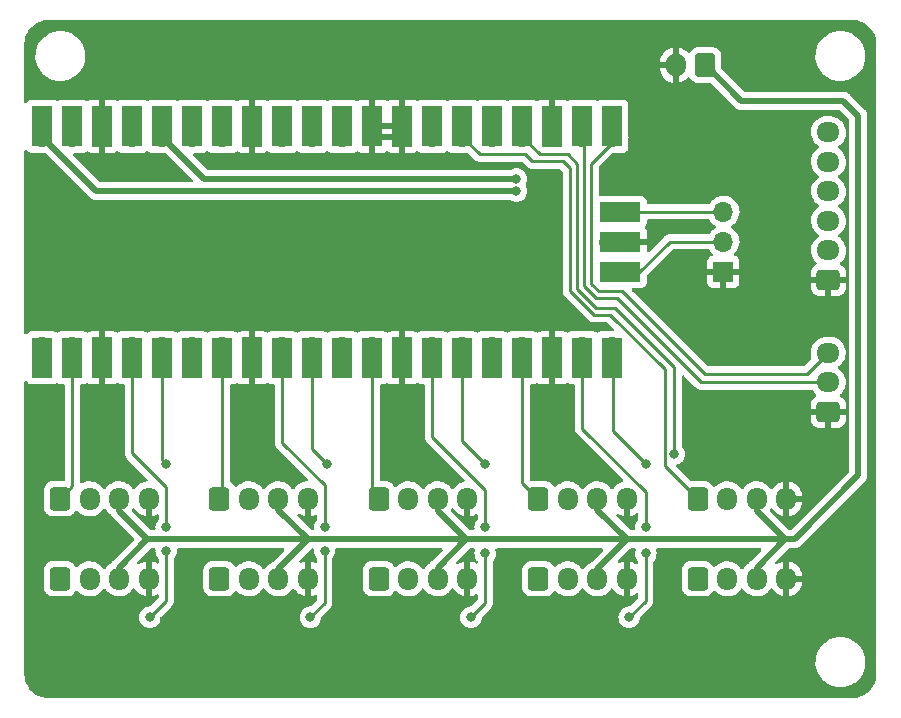
<source format=gtl>
%TF.GenerationSoftware,KiCad,Pcbnew,(6.0.8)*%
%TF.CreationDate,2023-01-05T19:35:48-07:00*%
%TF.ProjectId,PicoIO,5069636f-494f-42e6-9b69-6361645f7063,rev?*%
%TF.SameCoordinates,Original*%
%TF.FileFunction,Copper,L1,Top*%
%TF.FilePolarity,Positive*%
%FSLAX46Y46*%
G04 Gerber Fmt 4.6, Leading zero omitted, Abs format (unit mm)*
G04 Created by KiCad (PCBNEW (6.0.8)) date 2023-01-05 19:35:48*
%MOMM*%
%LPD*%
G01*
G04 APERTURE LIST*
G04 Aperture macros list*
%AMRoundRect*
0 Rectangle with rounded corners*
0 $1 Rounding radius*
0 $2 $3 $4 $5 $6 $7 $8 $9 X,Y pos of 4 corners*
0 Add a 4 corners polygon primitive as box body*
4,1,4,$2,$3,$4,$5,$6,$7,$8,$9,$2,$3,0*
0 Add four circle primitives for the rounded corners*
1,1,$1+$1,$2,$3*
1,1,$1+$1,$4,$5*
1,1,$1+$1,$6,$7*
1,1,$1+$1,$8,$9*
0 Add four rect primitives between the rounded corners*
20,1,$1+$1,$2,$3,$4,$5,0*
20,1,$1+$1,$4,$5,$6,$7,0*
20,1,$1+$1,$6,$7,$8,$9,0*
20,1,$1+$1,$8,$9,$2,$3,0*%
G04 Aperture macros list end*
%TA.AperFunction,ComponentPad*%
%ADD10RoundRect,0.250000X-0.600000X-0.725000X0.600000X-0.725000X0.600000X0.725000X-0.600000X0.725000X0*%
%TD*%
%TA.AperFunction,ComponentPad*%
%ADD11O,1.700000X1.950000*%
%TD*%
%TA.AperFunction,SMDPad,CuDef*%
%ADD12R,1.700000X3.500000*%
%TD*%
%TA.AperFunction,ComponentPad*%
%ADD13O,1.700000X1.700000*%
%TD*%
%TA.AperFunction,ComponentPad*%
%ADD14R,1.700000X1.700000*%
%TD*%
%TA.AperFunction,SMDPad,CuDef*%
%ADD15R,3.500000X1.700000*%
%TD*%
%TA.AperFunction,ComponentPad*%
%ADD16RoundRect,0.250000X0.725000X-0.600000X0.725000X0.600000X-0.725000X0.600000X-0.725000X-0.600000X0*%
%TD*%
%TA.AperFunction,ComponentPad*%
%ADD17O,1.950000X1.700000*%
%TD*%
%TA.AperFunction,ComponentPad*%
%ADD18RoundRect,0.250000X0.600000X0.750000X-0.600000X0.750000X-0.600000X-0.750000X0.600000X-0.750000X0*%
%TD*%
%TA.AperFunction,ComponentPad*%
%ADD19O,1.700000X2.000000*%
%TD*%
%TA.AperFunction,ViaPad*%
%ADD20C,0.800000*%
%TD*%
%TA.AperFunction,Conductor*%
%ADD21C,0.250000*%
%TD*%
%TA.AperFunction,Conductor*%
%ADD22C,0.500000*%
%TD*%
G04 APERTURE END LIST*
D10*
%TO.P,J5,1,Pin_1*%
%TO.N,P1 DR*%
X167480000Y-106508000D03*
D11*
%TO.P,J5,2,Pin_2*%
%TO.N,Net-(J5-Pad2)*%
X169980000Y-106508000D03*
%TO.P,J5,3,Pin_3*%
%TO.N,LED +*%
X172480000Y-106508000D03*
%TO.P,J5,4,Pin_4*%
%TO.N,GND*%
X174980000Y-106508000D03*
%TD*%
D12*
%TO.P,U1,1,GPIO0*%
%TO.N,P1 DL LED*%
X111992000Y-94555000D03*
D13*
X111992000Y-93655000D03*
D12*
%TO.P,U1,2,GPIO1*%
%TO.N,P1 DL*%
X114532000Y-94555000D03*
D13*
X114532000Y-93655000D03*
D12*
%TO.P,U1,3,GND*%
%TO.N,GND*%
X117072000Y-94555000D03*
D14*
X117072000Y-93655000D03*
D12*
%TO.P,U1,4,GPIO2*%
%TO.N,P2 DL LED*%
X119612000Y-94555000D03*
D13*
X119612000Y-93655000D03*
D12*
%TO.P,U1,5,GPIO3*%
%TO.N,P2 DL*%
X122152000Y-94555000D03*
D13*
X122152000Y-93655000D03*
%TO.P,U1,6,GPIO4*%
%TO.N,P1 UL LED*%
X124692000Y-93655000D03*
D12*
X124692000Y-94555000D03*
%TO.P,U1,7,GPIO5*%
%TO.N,P1 UL*%
X127232000Y-94555000D03*
D13*
X127232000Y-93655000D03*
D14*
%TO.P,U1,8,GND*%
%TO.N,GND*%
X129772000Y-93655000D03*
D12*
X129772000Y-94555000D03*
D13*
%TO.P,U1,9,GPIO6*%
%TO.N,P2 UL LED*%
X132312000Y-93655000D03*
D12*
X132312000Y-94555000D03*
D13*
%TO.P,U1,10,GPIO7*%
%TO.N,P2 UL*%
X134852000Y-93655000D03*
D12*
X134852000Y-94555000D03*
%TO.P,U1,11,GPIO8*%
%TO.N,P1 CN LED*%
X137392000Y-94555000D03*
D13*
X137392000Y-93655000D03*
D12*
%TO.P,U1,12,GPIO9*%
%TO.N,P1 CN*%
X139932000Y-94555000D03*
D13*
X139932000Y-93655000D03*
D12*
%TO.P,U1,13,GND*%
%TO.N,GND*%
X142472000Y-94555000D03*
D14*
X142472000Y-93655000D03*
D13*
%TO.P,U1,14,GPIO10*%
%TO.N,P2 CN LED*%
X145012000Y-93655000D03*
D12*
X145012000Y-94555000D03*
%TO.P,U1,15,GPIO11*%
%TO.N,P2 CN*%
X147552000Y-94555000D03*
D13*
X147552000Y-93655000D03*
D12*
%TO.P,U1,16,GPIO12*%
%TO.N,P1 UR LED*%
X150092000Y-94555000D03*
D13*
X150092000Y-93655000D03*
%TO.P,U1,17,GPIO13*%
%TO.N,P1 UR*%
X152632000Y-93655000D03*
D12*
X152632000Y-94555000D03*
D14*
%TO.P,U1,18,GND*%
%TO.N,GND*%
X155172000Y-93655000D03*
D12*
X155172000Y-94555000D03*
%TO.P,U1,19,GPIO14*%
%TO.N,P2 UR LED*%
X157712000Y-94555000D03*
D13*
X157712000Y-93655000D03*
D12*
%TO.P,U1,20,GPIO15*%
%TO.N,P2 UR*%
X160252000Y-94555000D03*
D13*
X160252000Y-93655000D03*
D12*
%TO.P,U1,21,GPIO16*%
%TO.N,SERVICE*%
X160252000Y-74975000D03*
D13*
X160252000Y-75875000D03*
%TO.P,U1,22,GPIO17*%
%TO.N,TEST*%
X157712000Y-75875000D03*
D12*
X157712000Y-74975000D03*
D14*
%TO.P,U1,23,GND*%
%TO.N,GND*%
X155172000Y-75875000D03*
D12*
X155172000Y-74975000D03*
%TO.P,U1,24,GPIO18*%
%TO.N,P2 DR*%
X152632000Y-74975000D03*
D13*
X152632000Y-75875000D03*
D12*
%TO.P,U1,25,GPIO19*%
%TO.N,P2 DR LED*%
X150092000Y-74975000D03*
D13*
X150092000Y-75875000D03*
D12*
%TO.P,U1,26,GPIO20*%
%TO.N,P1 DR*%
X147552000Y-74975000D03*
D13*
X147552000Y-75875000D03*
%TO.P,U1,27,GPIO21*%
%TO.N,P1 DR LED*%
X145012000Y-75875000D03*
D12*
X145012000Y-74975000D03*
%TO.P,U1,28,GND*%
%TO.N,GND*%
X142472000Y-74975000D03*
D14*
X142472000Y-75875000D03*
D12*
%TO.P,U1,29,GPIO22*%
X139932000Y-74975000D03*
D13*
X139932000Y-75875000D03*
%TO.P,U1,30,RUN*%
%TO.N,unconnected-(U1-Pad30)*%
X137392000Y-75875000D03*
D12*
X137392000Y-74975000D03*
%TO.P,U1,31,GPIO26_ADC0*%
%TO.N,GP26*%
X134852000Y-74975000D03*
D13*
X134852000Y-75875000D03*
%TO.P,U1,32,GPIO27_ADC1*%
%TO.N,GP27*%
X132312000Y-75875000D03*
D12*
X132312000Y-74975000D03*
%TO.P,U1,33,AGND*%
%TO.N,GND*%
X129772000Y-74975000D03*
D14*
X129772000Y-75875000D03*
D13*
%TO.P,U1,34,GPIO28_ADC2*%
%TO.N,GP28*%
X127232000Y-75875000D03*
D12*
X127232000Y-74975000D03*
D13*
%TO.P,U1,35,ADC_VREF*%
%TO.N,unconnected-(U1-Pad35)*%
X124692000Y-75875000D03*
D12*
X124692000Y-74975000D03*
%TO.P,U1,36,3V3*%
%TO.N,+3V3*%
X122152000Y-74975000D03*
D13*
X122152000Y-75875000D03*
%TO.P,U1,37,3V3_EN*%
%TO.N,unconnected-(U1-Pad37)*%
X119612000Y-75875000D03*
D12*
X119612000Y-74975000D03*
%TO.P,U1,38,GND*%
%TO.N,GND*%
X117072000Y-74975000D03*
D14*
X117072000Y-75875000D03*
D13*
%TO.P,U1,39,VSYS*%
%TO.N,unconnected-(U1-Pad39)*%
X114532000Y-75875000D03*
D12*
X114532000Y-74975000D03*
D13*
%TO.P,U1,40,VBUS*%
%TO.N,+5V*%
X111992000Y-75875000D03*
D12*
X111992000Y-74975000D03*
D15*
%TO.P,U1,41,SWCLK*%
%TO.N,SWCLK*%
X160922000Y-87305000D03*
D13*
X160022000Y-87305000D03*
D14*
%TO.P,U1,42,GND*%
%TO.N,GND*%
X160022000Y-84765000D03*
D15*
X160922000Y-84765000D03*
%TO.P,U1,43,SWDIO*%
%TO.N,SWDIO*%
X160922000Y-82225000D03*
D13*
X160022000Y-82225000D03*
%TD*%
D10*
%TO.P,J10,1,Pin_1*%
%TO.N,P2 DR*%
X167480000Y-113283000D03*
D11*
%TO.P,J10,2,Pin_2*%
%TO.N,Net-(J10-Pad2)*%
X169980000Y-113283000D03*
%TO.P,J10,3,Pin_3*%
%TO.N,LED +*%
X172480000Y-113283000D03*
%TO.P,J10,4,Pin_4*%
%TO.N,GND*%
X174980000Y-113283000D03*
%TD*%
D16*
%TO.P,J11,1,Pin_1*%
%TO.N,GND*%
X178523000Y-99143000D03*
D17*
%TO.P,J11,2,Pin_2*%
%TO.N,TEST*%
X178523000Y-96643000D03*
%TO.P,J11,3,Pin_3*%
%TO.N,SERVICE*%
X178523000Y-94143000D03*
%TD*%
D10*
%TO.P,J6,1,Pin_1*%
%TO.N,P2 DL*%
X113480000Y-113283000D03*
D11*
%TO.P,J6,2,Pin_2*%
%TO.N,Net-(J6-Pad2)*%
X115980000Y-113283000D03*
%TO.P,J6,3,Pin_3*%
%TO.N,LED +*%
X118480000Y-113283000D03*
%TO.P,J6,4,Pin_4*%
%TO.N,GND*%
X120980000Y-113283000D03*
%TD*%
D10*
%TO.P,J7,1,Pin_1*%
%TO.N,P2 UL*%
X126980000Y-113283000D03*
D11*
%TO.P,J7,2,Pin_2*%
%TO.N,Net-(J7-Pad2)*%
X129480000Y-113283000D03*
%TO.P,J7,3,Pin_3*%
%TO.N,LED +*%
X131980000Y-113283000D03*
%TO.P,J7,4,Pin_4*%
%TO.N,GND*%
X134480000Y-113283000D03*
%TD*%
D10*
%TO.P,J3,1,Pin_1*%
%TO.N,P1 CN*%
X140480000Y-106508000D03*
D11*
%TO.P,J3,2,Pin_2*%
%TO.N,Net-(J3-Pad2)*%
X142980000Y-106508000D03*
%TO.P,J3,3,Pin_3*%
%TO.N,LED +*%
X145480000Y-106508000D03*
%TO.P,J3,4,Pin_4*%
%TO.N,GND*%
X147980000Y-106508000D03*
%TD*%
D10*
%TO.P,J4,1,Pin_1*%
%TO.N,P1 UR*%
X153980000Y-106508000D03*
D11*
%TO.P,J4,2,Pin_2*%
%TO.N,Net-(J4-Pad2)*%
X156480000Y-106508000D03*
%TO.P,J4,3,Pin_3*%
%TO.N,LED +*%
X158980000Y-106508000D03*
%TO.P,J4,4,Pin_4*%
%TO.N,GND*%
X161480000Y-106508000D03*
%TD*%
D10*
%TO.P,J1,1,Pin_1*%
%TO.N,P1 DL*%
X113480000Y-106508000D03*
D11*
%TO.P,J1,2,Pin_2*%
%TO.N,Net-(J1-Pad2)*%
X115980000Y-106508000D03*
%TO.P,J1,3,Pin_3*%
%TO.N,LED +*%
X118480000Y-106508000D03*
%TO.P,J1,4,Pin_4*%
%TO.N,GND*%
X120980000Y-106508000D03*
%TD*%
D16*
%TO.P,J12,1,Pin_1*%
%TO.N,GND*%
X178540000Y-87967000D03*
D17*
%TO.P,J12,2,Pin_2*%
%TO.N,+5V*%
X178540000Y-85467000D03*
%TO.P,J12,3,Pin_3*%
%TO.N,+3V3*%
X178540000Y-82967000D03*
%TO.P,J12,4,Pin_4*%
%TO.N,GP26*%
X178540000Y-80467000D03*
%TO.P,J12,5,Pin_5*%
%TO.N,GP27*%
X178540000Y-77967000D03*
%TO.P,J12,6,Pin_6*%
%TO.N,GP28*%
X178540000Y-75467000D03*
%TD*%
D10*
%TO.P,J2,1,Pin_1*%
%TO.N,P1 UL*%
X126980000Y-106508000D03*
D11*
%TO.P,J2,2,Pin_2*%
%TO.N,Net-(J2-Pad2)*%
X129480000Y-106508000D03*
%TO.P,J2,3,Pin_3*%
%TO.N,LED +*%
X131980000Y-106508000D03*
%TO.P,J2,4,Pin_4*%
%TO.N,GND*%
X134480000Y-106508000D03*
%TD*%
D14*
%TO.P,J13,1,Pin_1*%
%TO.N,GND*%
X169650000Y-87290000D03*
D13*
%TO.P,J13,2,Pin_2*%
%TO.N,SWCLK*%
X169650000Y-84750000D03*
%TO.P,J13,3,Pin_3*%
%TO.N,SWDIO*%
X169650000Y-82210000D03*
%TD*%
D10*
%TO.P,J9,1,Pin_1*%
%TO.N,P2 UR*%
X153980000Y-113283000D03*
D11*
%TO.P,J9,2,Pin_2*%
%TO.N,Net-(J9-Pad2)*%
X156480000Y-113283000D03*
%TO.P,J9,3,Pin_3*%
%TO.N,LED +*%
X158980000Y-113283000D03*
%TO.P,J9,4,Pin_4*%
%TO.N,GND*%
X161480000Y-113283000D03*
%TD*%
D18*
%TO.P,J14,1,Pin_1*%
%TO.N,LED +*%
X168126000Y-69796000D03*
D19*
%TO.P,J14,2,Pin_2*%
%TO.N,GND*%
X165626000Y-69796000D03*
%TD*%
D10*
%TO.P,J8,1,Pin_1*%
%TO.N,P2 CN*%
X140480000Y-113283000D03*
D11*
%TO.P,J8,2,Pin_2*%
%TO.N,Net-(J8-Pad2)*%
X142980000Y-113283000D03*
%TO.P,J8,3,Pin_3*%
%TO.N,LED +*%
X145480000Y-113283000D03*
%TO.P,J8,4,Pin_4*%
%TO.N,GND*%
X147980000Y-113283000D03*
%TD*%
D20*
%TO.N,P2 DL*%
X122480000Y-103533000D03*
%TO.N,P2 DL LED*%
X121080000Y-116533000D03*
X122480000Y-108933000D03*
X122480000Y-110933000D03*
%TO.N,P2 UL*%
X136080000Y-103533000D03*
%TO.N,P2 UL LED*%
X135880000Y-110933000D03*
X135880000Y-108933000D03*
X134680000Y-116533000D03*
%TO.N,P2 CN*%
X149480000Y-103533000D03*
%TO.N,P2 CN LED*%
X149480000Y-108933000D03*
X148280000Y-116533000D03*
X149480000Y-111133000D03*
%TO.N,P2 UR*%
X163080000Y-103533000D03*
%TO.N,P2 UR LED*%
X163080000Y-111133000D03*
X163080000Y-108933000D03*
X161680000Y-116533000D03*
%TO.N,P2 DR*%
X165480000Y-102733000D03*
%TO.N,+3V3*%
X152124000Y-79431000D03*
%TO.N,+5V*%
X152124000Y-80447000D03*
%TD*%
D21*
%TO.N,P1 DL*%
X114532000Y-93655000D02*
X114532000Y-105456000D01*
X114532000Y-105456000D02*
X113480000Y-106508000D01*
%TO.N,P1 UL*%
X127232000Y-106256000D02*
X127232000Y-93655000D01*
X126980000Y-106508000D02*
X127232000Y-106256000D01*
%TO.N,P1 CN*%
X139932000Y-105960000D02*
X139932000Y-93655000D01*
X140480000Y-106508000D02*
X139932000Y-105960000D01*
%TO.N,P1 UR*%
X152632000Y-105160000D02*
X153980000Y-106508000D01*
X152632000Y-93655000D02*
X152632000Y-105160000D01*
%TO.N,P1 DR*%
X156080000Y-77933000D02*
X153480000Y-77933000D01*
X149010000Y-77333000D02*
X147552000Y-75875000D01*
X164680000Y-95533000D02*
X160080000Y-90933000D01*
X167480000Y-106508000D02*
X164680000Y-103708000D01*
X156680000Y-88933000D02*
X156680000Y-78533000D01*
X152880000Y-77333000D02*
X149010000Y-77333000D01*
X164680000Y-103708000D02*
X164680000Y-95533000D01*
X160080000Y-90933000D02*
X158680000Y-90933000D01*
X153480000Y-77933000D02*
X152880000Y-77333000D01*
X156680000Y-78533000D02*
X156080000Y-77933000D01*
X158680000Y-90933000D02*
X156680000Y-88933000D01*
%TO.N,P2 DL*%
X122152000Y-103205000D02*
X122152000Y-93655000D01*
X122480000Y-103533000D02*
X122152000Y-103205000D01*
%TO.N,P2 DL LED*%
X122480000Y-108933000D02*
X122480000Y-105533000D01*
X122480000Y-115133000D02*
X121080000Y-116533000D01*
X119612000Y-102665000D02*
X119612000Y-93655000D01*
X122480000Y-105533000D02*
X119612000Y-102665000D01*
X122480000Y-110933000D02*
X122480000Y-115133000D01*
%TO.N,P2 UL*%
X136080000Y-103533000D02*
X134852000Y-102305000D01*
X134852000Y-102305000D02*
X134852000Y-93655000D01*
%TO.N,P2 UL LED*%
X135880000Y-115333000D02*
X134680000Y-116533000D01*
X132312000Y-101765000D02*
X132312000Y-93655000D01*
X135880000Y-105333000D02*
X132312000Y-101765000D01*
X135880000Y-108933000D02*
X135880000Y-105333000D01*
X135880000Y-110933000D02*
X135880000Y-115333000D01*
%TO.N,P2 CN*%
X149480000Y-103533000D02*
X147552000Y-101605000D01*
X147552000Y-101605000D02*
X147552000Y-93655000D01*
%TO.N,P2 CN LED*%
X149480000Y-115333000D02*
X148280000Y-116533000D01*
X149480000Y-111133000D02*
X149480000Y-115333000D01*
X149480000Y-105733000D02*
X145012000Y-101265000D01*
X149480000Y-108933000D02*
X149480000Y-105733000D01*
X145012000Y-101265000D02*
X145012000Y-93655000D01*
%TO.N,P2 UR*%
X160280000Y-93683000D02*
X160252000Y-93655000D01*
X160280000Y-100733000D02*
X160280000Y-93683000D01*
X163080000Y-103533000D02*
X160280000Y-100733000D01*
%TO.N,P2 UR LED*%
X157712000Y-100565000D02*
X157712000Y-93655000D01*
X163080000Y-105933000D02*
X157712000Y-100565000D01*
X163080000Y-108933000D02*
X163080000Y-105933000D01*
X163080000Y-111133000D02*
X163080000Y-115133000D01*
X163080000Y-115133000D02*
X161680000Y-116533000D01*
%TO.N,P2 DR*%
X154090000Y-77333000D02*
X152632000Y-75875000D01*
X158880000Y-90333000D02*
X157280000Y-88733000D01*
X157280000Y-78133000D02*
X156480000Y-77333000D01*
X165480000Y-102733000D02*
X165480000Y-95333000D01*
X160480000Y-90333000D02*
X158880000Y-90333000D01*
X156480000Y-77333000D02*
X154090000Y-77333000D01*
X165480000Y-95333000D02*
X160480000Y-90333000D01*
X157280000Y-88733000D02*
X157280000Y-78133000D01*
%TO.N,TEST*%
X157712000Y-75875000D02*
X157880000Y-76043000D01*
X157880000Y-76043000D02*
X157880000Y-88533000D01*
X160680000Y-89533000D02*
X167790000Y-96643000D01*
X167790000Y-96643000D02*
X178523000Y-96643000D01*
X158880000Y-89533000D02*
X160680000Y-89533000D01*
X157880000Y-88533000D02*
X158880000Y-89533000D01*
%TO.N,SERVICE*%
X161080000Y-88933000D02*
X168080000Y-95933000D01*
X176733000Y-95933000D02*
X178523000Y-94143000D01*
X158474000Y-88327000D02*
X159080000Y-88933000D01*
X158474000Y-78139000D02*
X158474000Y-88327000D01*
X168080000Y-95933000D02*
X176733000Y-95933000D01*
X160252000Y-75875000D02*
X160252000Y-76361000D01*
X159080000Y-88933000D02*
X161080000Y-88933000D01*
X160252000Y-76361000D02*
X158474000Y-78139000D01*
D22*
%TO.N,+3V3*%
X152124000Y-79431000D02*
X125708000Y-79431000D01*
X125708000Y-79431000D02*
X122152000Y-75875000D01*
%TO.N,+5V*%
X152124000Y-80447000D02*
X116564000Y-80447000D01*
X116564000Y-80447000D02*
X111992000Y-75875000D01*
D21*
%TO.N,SWCLK*%
X160022000Y-87305000D02*
X162538000Y-87305000D01*
X165093000Y-84750000D02*
X169650000Y-84750000D01*
X162538000Y-87305000D02*
X165093000Y-84750000D01*
%TO.N,SWDIO*%
X160037000Y-82210000D02*
X169650000Y-82210000D01*
X160022000Y-82225000D02*
X160037000Y-82210000D01*
D22*
%TO.N,LED +*%
X175680000Y-109933000D02*
X181080000Y-104533000D01*
X179810000Y-72827000D02*
X171174000Y-72827000D01*
X161480000Y-109933000D02*
X158980000Y-107433000D01*
X172480000Y-113283000D02*
X172480000Y-112333000D01*
X168143000Y-69796000D02*
X168126000Y-69796000D01*
X174880000Y-109933000D02*
X175680000Y-109933000D01*
X118480000Y-113283000D02*
X118480000Y-112333000D01*
X145480000Y-107533000D02*
X145480000Y-106508000D01*
X158980000Y-107433000D02*
X158980000Y-106508000D01*
X174880000Y-109933000D02*
X172480000Y-107533000D01*
X158980000Y-113283000D02*
X158980000Y-112433000D01*
X172480000Y-107533000D02*
X172480000Y-106508000D01*
X131980000Y-112433000D02*
X134480000Y-109933000D01*
X181080000Y-74097000D02*
X179810000Y-72827000D01*
X120880000Y-109933000D02*
X134480000Y-109933000D01*
X131980000Y-107433000D02*
X134480000Y-109933000D01*
X172480000Y-112333000D02*
X174880000Y-109933000D01*
X158980000Y-112433000D02*
X161480000Y-109933000D01*
X181080000Y-104533000D02*
X181080000Y-74097000D01*
X171174000Y-72827000D02*
X168143000Y-69796000D01*
X147880000Y-109933000D02*
X134480000Y-109933000D01*
X147880000Y-109933000D02*
X145480000Y-107533000D01*
X161480000Y-109933000D02*
X147880000Y-109933000D01*
X131980000Y-106508000D02*
X131980000Y-107433000D01*
X145480000Y-112333000D02*
X147880000Y-109933000D01*
X145480000Y-113283000D02*
X145480000Y-112333000D01*
X118480000Y-112333000D02*
X120880000Y-109933000D01*
X118480000Y-106508000D02*
X118480000Y-107533000D01*
X174880000Y-109933000D02*
X161480000Y-109933000D01*
X118480000Y-107533000D02*
X120880000Y-109933000D01*
X131980000Y-113283000D02*
X131980000Y-112433000D01*
%TD*%
%TA.AperFunction,Conductor*%
%TO.N,GND*%
G36*
X180542018Y-65971000D02*
G01*
X180556851Y-65973310D01*
X180556855Y-65973310D01*
X180565724Y-65974691D01*
X180574626Y-65973527D01*
X180574629Y-65973527D01*
X180582012Y-65972561D01*
X180606591Y-65971767D01*
X180633442Y-65973527D01*
X180828922Y-65986340D01*
X180845262Y-65988491D01*
X180967477Y-66012801D01*
X181089696Y-66037112D01*
X181105606Y-66041375D01*
X181341600Y-66121484D01*
X181356826Y-66127791D01*
X181580342Y-66238016D01*
X181594616Y-66246257D01*
X181801829Y-66384713D01*
X181814905Y-66394746D01*
X182002278Y-66559068D01*
X182013932Y-66570722D01*
X182178254Y-66758095D01*
X182188287Y-66771171D01*
X182326743Y-66978384D01*
X182334984Y-66992658D01*
X182445209Y-67216174D01*
X182451515Y-67231398D01*
X182531625Y-67467394D01*
X182535889Y-67483307D01*
X182584509Y-67727738D01*
X182586660Y-67744078D01*
X182600763Y-67959236D01*
X182599733Y-67982350D01*
X182599690Y-67985854D01*
X182598309Y-67994724D01*
X182599473Y-68003626D01*
X182599473Y-68003628D01*
X182602436Y-68026283D01*
X182603500Y-68042621D01*
X182603500Y-121291621D01*
X182601999Y-121311012D01*
X182598309Y-121334704D01*
X182600439Y-121350999D01*
X182601232Y-121375568D01*
X182600521Y-121386407D01*
X182586651Y-121597905D01*
X182584499Y-121614244D01*
X182535872Y-121858669D01*
X182531606Y-121874588D01*
X182451493Y-122110576D01*
X182445186Y-122125802D01*
X182334959Y-122349312D01*
X182326720Y-122363584D01*
X182188250Y-122570814D01*
X182178224Y-122583879D01*
X182013897Y-122771256D01*
X182002256Y-122782897D01*
X181814879Y-122947224D01*
X181801814Y-122957250D01*
X181594585Y-123095719D01*
X181580312Y-123103959D01*
X181356802Y-123214186D01*
X181341576Y-123220493D01*
X181105588Y-123300606D01*
X181089669Y-123304872D01*
X180845244Y-123353499D01*
X180828905Y-123355651D01*
X180704807Y-123363790D01*
X180613736Y-123369762D01*
X180590628Y-123368733D01*
X180587130Y-123368690D01*
X180578256Y-123367309D01*
X180546702Y-123371436D01*
X180530363Y-123372500D01*
X112549367Y-123372500D01*
X112529982Y-123371000D01*
X112515149Y-123368690D01*
X112515145Y-123368690D01*
X112506276Y-123367309D01*
X112497374Y-123368473D01*
X112497371Y-123368473D01*
X112489988Y-123369439D01*
X112465409Y-123370233D01*
X112420799Y-123367309D01*
X112243078Y-123355660D01*
X112226738Y-123353509D01*
X112104522Y-123329199D01*
X111982304Y-123304888D01*
X111966394Y-123300625D01*
X111730398Y-123220515D01*
X111715174Y-123214209D01*
X111491658Y-123103984D01*
X111477384Y-123095743D01*
X111270171Y-122957287D01*
X111257095Y-122947254D01*
X111069722Y-122782932D01*
X111058068Y-122771278D01*
X110893746Y-122583905D01*
X110883713Y-122570829D01*
X110745257Y-122363616D01*
X110737016Y-122349342D01*
X110626791Y-122125826D01*
X110620484Y-122110600D01*
X110620476Y-122110576D01*
X110540375Y-121874606D01*
X110536111Y-121858693D01*
X110521746Y-121786472D01*
X110487491Y-121614262D01*
X110485340Y-121597922D01*
X110471476Y-121386407D01*
X110472650Y-121363232D01*
X110472334Y-121363204D01*
X110472770Y-121358344D01*
X110473576Y-121353552D01*
X110473729Y-121341000D01*
X110469773Y-121313376D01*
X110468500Y-121295514D01*
X110468500Y-120475754D01*
X177446743Y-120475754D01*
X177484268Y-120760785D01*
X177560129Y-121038087D01*
X177561813Y-121042035D01*
X177669932Y-121295514D01*
X177672923Y-121302527D01*
X177820561Y-121549212D01*
X178000313Y-121773579D01*
X178208851Y-121971474D01*
X178442317Y-122139237D01*
X178446112Y-122141246D01*
X178446113Y-122141247D01*
X178467869Y-122152766D01*
X178696392Y-122273763D01*
X178831383Y-122323163D01*
X178923165Y-122356750D01*
X178966373Y-122372562D01*
X179247264Y-122433806D01*
X179275841Y-122436055D01*
X179470282Y-122451358D01*
X179470291Y-122451358D01*
X179472739Y-122451551D01*
X179628271Y-122451551D01*
X179630407Y-122451405D01*
X179630418Y-122451405D01*
X179838548Y-122437216D01*
X179838554Y-122437215D01*
X179842825Y-122436924D01*
X179847020Y-122436055D01*
X179847022Y-122436055D01*
X179983583Y-122407775D01*
X180124342Y-122378625D01*
X180395343Y-122282658D01*
X180650812Y-122150801D01*
X180654313Y-122148340D01*
X180654317Y-122148338D01*
X180768418Y-122068146D01*
X180886023Y-121985492D01*
X181096622Y-121789791D01*
X181278713Y-121567319D01*
X181428927Y-121322193D01*
X181436696Y-121304496D01*
X181542757Y-121062881D01*
X181544483Y-121058949D01*
X181623244Y-120782457D01*
X181663751Y-120497835D01*
X181663845Y-120480002D01*
X181665235Y-120214634D01*
X181665235Y-120214627D01*
X181665257Y-120210348D01*
X181627732Y-119925317D01*
X181551871Y-119648015D01*
X181439077Y-119383575D01*
X181291439Y-119136890D01*
X181111687Y-118912523D01*
X180903149Y-118714628D01*
X180669683Y-118546865D01*
X180647843Y-118535301D01*
X180624654Y-118523023D01*
X180415608Y-118412339D01*
X180145627Y-118313540D01*
X179864736Y-118252296D01*
X179833685Y-118249852D01*
X179641718Y-118234744D01*
X179641709Y-118234744D01*
X179639261Y-118234551D01*
X179483729Y-118234551D01*
X179481593Y-118234697D01*
X179481582Y-118234697D01*
X179273452Y-118248886D01*
X179273446Y-118248887D01*
X179269175Y-118249178D01*
X179264980Y-118250047D01*
X179264978Y-118250047D01*
X179128416Y-118278328D01*
X178987658Y-118307477D01*
X178716657Y-118403444D01*
X178461188Y-118535301D01*
X178457687Y-118537762D01*
X178457683Y-118537764D01*
X178447594Y-118544855D01*
X178225977Y-118700610D01*
X178015378Y-118896311D01*
X177833287Y-119118783D01*
X177683073Y-119363909D01*
X177567517Y-119627153D01*
X177488756Y-119903645D01*
X177448249Y-120188267D01*
X177448227Y-120192556D01*
X177448226Y-120192563D01*
X177446765Y-120471468D01*
X177446743Y-120475754D01*
X110468500Y-120475754D01*
X110468500Y-96632528D01*
X110488502Y-96564407D01*
X110542158Y-96517914D01*
X110612432Y-96507810D01*
X110677012Y-96537304D01*
X110695324Y-96556961D01*
X110778739Y-96668261D01*
X110895295Y-96755615D01*
X111031684Y-96806745D01*
X111093866Y-96813500D01*
X112890134Y-96813500D01*
X112952316Y-96806745D01*
X113088705Y-96755615D01*
X113186436Y-96682370D01*
X113252941Y-96657522D01*
X113322324Y-96672575D01*
X113337562Y-96682368D01*
X113435295Y-96755615D01*
X113571684Y-96806745D01*
X113633866Y-96813500D01*
X113772500Y-96813500D01*
X113840621Y-96833502D01*
X113887114Y-96887158D01*
X113898500Y-96939500D01*
X113898500Y-104898500D01*
X113878498Y-104966621D01*
X113824842Y-105013114D01*
X113772500Y-105024500D01*
X112829600Y-105024500D01*
X112826354Y-105024837D01*
X112826350Y-105024837D01*
X112730692Y-105034762D01*
X112730688Y-105034763D01*
X112723834Y-105035474D01*
X112717298Y-105037655D01*
X112717296Y-105037655D01*
X112590191Y-105080061D01*
X112556054Y-105091450D01*
X112405652Y-105184522D01*
X112280695Y-105309697D01*
X112276855Y-105315927D01*
X112276854Y-105315928D01*
X112192093Y-105453436D01*
X112187885Y-105460262D01*
X112170632Y-105512278D01*
X112135246Y-105618966D01*
X112132203Y-105628139D01*
X112131503Y-105634975D01*
X112131502Y-105634978D01*
X112127649Y-105672582D01*
X112121500Y-105732600D01*
X112121500Y-107283400D01*
X112121837Y-107286646D01*
X112121837Y-107286650D01*
X112130875Y-107373752D01*
X112132474Y-107389166D01*
X112134655Y-107395702D01*
X112134655Y-107395704D01*
X112166405Y-107490870D01*
X112188450Y-107556946D01*
X112281522Y-107707348D01*
X112406697Y-107832305D01*
X112412927Y-107836145D01*
X112412928Y-107836146D01*
X112550090Y-107920694D01*
X112557262Y-107925115D01*
X112598844Y-107938907D01*
X112718611Y-107978632D01*
X112718613Y-107978632D01*
X112725139Y-107980797D01*
X112731975Y-107981497D01*
X112731978Y-107981498D01*
X112767663Y-107985154D01*
X112829600Y-107991500D01*
X114130400Y-107991500D01*
X114133646Y-107991163D01*
X114133650Y-107991163D01*
X114229308Y-107981238D01*
X114229312Y-107981237D01*
X114236166Y-107980526D01*
X114242702Y-107978345D01*
X114242704Y-107978345D01*
X114393953Y-107927884D01*
X114403946Y-107924550D01*
X114554348Y-107831478D01*
X114679305Y-107706303D01*
X114769081Y-107560660D01*
X114821852Y-107513168D01*
X114891924Y-107501744D01*
X114957048Y-107530018D01*
X114967510Y-107539805D01*
X115009215Y-107583523D01*
X115076576Y-107654135D01*
X115261542Y-107791754D01*
X115266293Y-107794170D01*
X115266297Y-107794172D01*
X115307920Y-107815334D01*
X115467051Y-107896240D01*
X115472145Y-107897822D01*
X115472148Y-107897823D01*
X115637583Y-107949192D01*
X115687227Y-107964607D01*
X115692516Y-107965308D01*
X115910489Y-107994198D01*
X115910494Y-107994198D01*
X115915774Y-107994898D01*
X115921103Y-107994698D01*
X115921105Y-107994698D01*
X116030966Y-107990574D01*
X116146158Y-107986249D01*
X116168802Y-107981498D01*
X116322772Y-107949192D01*
X116371791Y-107938907D01*
X116376750Y-107936949D01*
X116376752Y-107936948D01*
X116581256Y-107856185D01*
X116581258Y-107856184D01*
X116586221Y-107854224D01*
X116591525Y-107851006D01*
X116778757Y-107737390D01*
X116778756Y-107737390D01*
X116783317Y-107734623D01*
X116823134Y-107700072D01*
X116953412Y-107587023D01*
X116953414Y-107587021D01*
X116957445Y-107583523D01*
X117024500Y-107501744D01*
X117100240Y-107409373D01*
X117100244Y-107409367D01*
X117103624Y-107405245D01*
X117121552Y-107373750D01*
X117172632Y-107324445D01*
X117242262Y-107310583D01*
X117308333Y-107336566D01*
X117335573Y-107365716D01*
X117417441Y-107487319D01*
X117421120Y-107491176D01*
X117421122Y-107491178D01*
X117458174Y-107530018D01*
X117576576Y-107654135D01*
X117580854Y-107657318D01*
X117735798Y-107772600D01*
X117780452Y-107834857D01*
X117785649Y-107850899D01*
X117789445Y-107857155D01*
X117791951Y-107862628D01*
X117794670Y-107868058D01*
X117797167Y-107874937D01*
X117801180Y-107881057D01*
X117801180Y-107881058D01*
X117837186Y-107935976D01*
X117839523Y-107939680D01*
X117877405Y-108002107D01*
X117881121Y-108006315D01*
X117881122Y-108006316D01*
X117884803Y-108010484D01*
X117884776Y-108010508D01*
X117887429Y-108013500D01*
X117890132Y-108016733D01*
X117894144Y-108022852D01*
X117899456Y-108027884D01*
X117950383Y-108076128D01*
X117952825Y-108078506D01*
X119718224Y-109843905D01*
X119752250Y-109906217D01*
X119747185Y-109977032D01*
X119718224Y-110022095D01*
X117991089Y-111749230D01*
X117976677Y-111761616D01*
X117965082Y-111770149D01*
X117965077Y-111770154D01*
X117959182Y-111774492D01*
X117954443Y-111780070D01*
X117954440Y-111780073D01*
X117924965Y-111814768D01*
X117918035Y-111822284D01*
X117912340Y-111827979D01*
X117910060Y-111830861D01*
X117894719Y-111850251D01*
X117891928Y-111853655D01*
X117849409Y-111903703D01*
X117844667Y-111909285D01*
X117841339Y-111915803D01*
X117837975Y-111920846D01*
X117834805Y-111925979D01*
X117830266Y-111931716D01*
X117827168Y-111938344D01*
X117827167Y-111938346D01*
X117825897Y-111941064D01*
X117824587Y-111942524D01*
X117823321Y-111944574D01*
X117822952Y-111944346D01*
X117777115Y-111995433D01*
X117676683Y-112056377D01*
X117672653Y-112059874D01*
X117579484Y-112140722D01*
X117502555Y-112207477D01*
X117499168Y-112211608D01*
X117359760Y-112381627D01*
X117359756Y-112381633D01*
X117356376Y-112385755D01*
X117338448Y-112417250D01*
X117287368Y-112466555D01*
X117217738Y-112480417D01*
X117151667Y-112454434D01*
X117124427Y-112425284D01*
X117095035Y-112381627D01*
X117042559Y-112303681D01*
X116983918Y-112242209D01*
X116954725Y-112211608D01*
X116883424Y-112136865D01*
X116698458Y-111999246D01*
X116693707Y-111996830D01*
X116693703Y-111996828D01*
X116575588Y-111936776D01*
X116492949Y-111894760D01*
X116487855Y-111893178D01*
X116487852Y-111893177D01*
X116277871Y-111827976D01*
X116272773Y-111826393D01*
X116265153Y-111825383D01*
X116049511Y-111796802D01*
X116049506Y-111796802D01*
X116044226Y-111796102D01*
X116038897Y-111796302D01*
X116038895Y-111796302D01*
X115929034Y-111800427D01*
X115813842Y-111804751D01*
X115808623Y-111805846D01*
X115786566Y-111810474D01*
X115588209Y-111852093D01*
X115583250Y-111854051D01*
X115583248Y-111854052D01*
X115378744Y-111934815D01*
X115378742Y-111934816D01*
X115373779Y-111936776D01*
X115369220Y-111939543D01*
X115369217Y-111939544D01*
X115274113Y-111997255D01*
X115176683Y-112056377D01*
X115172653Y-112059874D01*
X115079484Y-112140722D01*
X115002555Y-112207477D01*
X114973330Y-112243120D01*
X114914671Y-112283114D01*
X114843701Y-112285046D01*
X114782952Y-112248302D01*
X114768752Y-112229532D01*
X114682332Y-112089880D01*
X114678478Y-112083652D01*
X114553303Y-111958695D01*
X114527069Y-111942524D01*
X114408968Y-111869725D01*
X114408966Y-111869724D01*
X114402738Y-111865885D01*
X114322995Y-111839436D01*
X114241389Y-111812368D01*
X114241387Y-111812368D01*
X114234861Y-111810203D01*
X114228025Y-111809503D01*
X114228022Y-111809502D01*
X114184969Y-111805091D01*
X114130400Y-111799500D01*
X112829600Y-111799500D01*
X112826354Y-111799837D01*
X112826350Y-111799837D01*
X112730692Y-111809762D01*
X112730688Y-111809763D01*
X112723834Y-111810474D01*
X112717298Y-111812655D01*
X112717296Y-111812655D01*
X112590260Y-111855038D01*
X112556054Y-111866450D01*
X112405652Y-111959522D01*
X112280695Y-112084697D01*
X112276855Y-112090927D01*
X112276854Y-112090928D01*
X112202466Y-112211608D01*
X112187885Y-112235262D01*
X112166472Y-112299822D01*
X112136432Y-112390390D01*
X112132203Y-112403139D01*
X112121500Y-112507600D01*
X112121500Y-114058400D01*
X112121837Y-114061646D01*
X112121837Y-114061650D01*
X112130875Y-114148752D01*
X112132474Y-114164166D01*
X112134655Y-114170702D01*
X112134655Y-114170704D01*
X112166405Y-114265870D01*
X112188450Y-114331946D01*
X112281522Y-114482348D01*
X112406697Y-114607305D01*
X112412927Y-114611145D01*
X112412928Y-114611146D01*
X112550090Y-114695694D01*
X112557262Y-114700115D01*
X112592938Y-114711948D01*
X112718611Y-114753632D01*
X112718613Y-114753632D01*
X112725139Y-114755797D01*
X112731975Y-114756497D01*
X112731978Y-114756498D01*
X112767663Y-114760154D01*
X112829600Y-114766500D01*
X114130400Y-114766500D01*
X114133646Y-114766163D01*
X114133650Y-114766163D01*
X114229308Y-114756238D01*
X114229312Y-114756237D01*
X114236166Y-114755526D01*
X114242702Y-114753345D01*
X114242704Y-114753345D01*
X114374806Y-114709272D01*
X114403946Y-114699550D01*
X114554348Y-114606478D01*
X114679305Y-114481303D01*
X114769081Y-114335660D01*
X114821852Y-114288168D01*
X114891924Y-114276744D01*
X114957048Y-114305018D01*
X114967510Y-114314805D01*
X115009215Y-114358523D01*
X115076576Y-114429135D01*
X115261542Y-114566754D01*
X115266293Y-114569170D01*
X115266297Y-114569172D01*
X115307920Y-114590334D01*
X115467051Y-114671240D01*
X115472145Y-114672822D01*
X115472148Y-114672823D01*
X115637583Y-114724192D01*
X115687227Y-114739607D01*
X115692516Y-114740308D01*
X115910489Y-114769198D01*
X115910494Y-114769198D01*
X115915774Y-114769898D01*
X115921103Y-114769698D01*
X115921105Y-114769698D01*
X116030966Y-114765573D01*
X116146158Y-114761249D01*
X116168802Y-114756498D01*
X116322772Y-114724192D01*
X116371791Y-114713907D01*
X116376750Y-114711949D01*
X116376752Y-114711948D01*
X116581256Y-114631185D01*
X116581258Y-114631184D01*
X116586221Y-114629224D01*
X116591525Y-114626006D01*
X116778757Y-114512390D01*
X116778756Y-114512390D01*
X116783317Y-114509623D01*
X116823134Y-114475072D01*
X116953412Y-114362023D01*
X116953414Y-114362021D01*
X116957445Y-114358523D01*
X117024500Y-114276744D01*
X117100240Y-114184373D01*
X117100244Y-114184367D01*
X117103624Y-114180245D01*
X117121552Y-114148750D01*
X117172632Y-114099445D01*
X117242262Y-114085583D01*
X117308333Y-114111566D01*
X117335573Y-114140716D01*
X117417441Y-114262319D01*
X117576576Y-114429135D01*
X117761542Y-114566754D01*
X117766293Y-114569170D01*
X117766297Y-114569172D01*
X117807920Y-114590334D01*
X117967051Y-114671240D01*
X117972145Y-114672822D01*
X117972148Y-114672823D01*
X118137583Y-114724192D01*
X118187227Y-114739607D01*
X118192516Y-114740308D01*
X118410489Y-114769198D01*
X118410494Y-114769198D01*
X118415774Y-114769898D01*
X118421103Y-114769698D01*
X118421105Y-114769698D01*
X118530966Y-114765573D01*
X118646158Y-114761249D01*
X118668802Y-114756498D01*
X118822772Y-114724192D01*
X118871791Y-114713907D01*
X118876750Y-114711949D01*
X118876752Y-114711948D01*
X119081256Y-114631185D01*
X119081258Y-114631184D01*
X119086221Y-114629224D01*
X119091525Y-114626006D01*
X119278757Y-114512390D01*
X119278756Y-114512390D01*
X119283317Y-114509623D01*
X119323134Y-114475072D01*
X119453412Y-114362023D01*
X119453414Y-114362021D01*
X119457445Y-114358523D01*
X119524500Y-114276744D01*
X119600240Y-114184373D01*
X119600244Y-114184367D01*
X119603624Y-114180245D01*
X119616681Y-114157308D01*
X119621829Y-114148265D01*
X119672912Y-114098959D01*
X119742542Y-114085098D01*
X119808613Y-114111082D01*
X119835851Y-114140232D01*
X119914852Y-114257578D01*
X119921519Y-114265870D01*
X120073228Y-114424900D01*
X120081186Y-114431941D01*
X120257525Y-114563141D01*
X120266562Y-114568745D01*
X120462484Y-114668357D01*
X120472335Y-114672357D01*
X120682240Y-114737534D01*
X120692624Y-114739817D01*
X120708043Y-114741861D01*
X120722207Y-114739665D01*
X120726000Y-114726478D01*
X120726000Y-111841808D01*
X120722027Y-111828277D01*
X120711420Y-111826752D01*
X120593579Y-111851477D01*
X120583383Y-111854537D01*
X120378971Y-111935263D01*
X120369439Y-111939994D01*
X120185104Y-112051852D01*
X120116490Y-112070091D01*
X120048908Y-112048340D01*
X120003813Y-111993504D01*
X119995524Y-111922992D01*
X120030643Y-111855038D01*
X121157276Y-110728405D01*
X121219588Y-110694379D01*
X121246371Y-110691500D01*
X121451941Y-110691500D01*
X121520062Y-110711502D01*
X121566555Y-110765158D01*
X121577251Y-110830670D01*
X121566496Y-110933000D01*
X121586458Y-111122928D01*
X121645473Y-111304556D01*
X121740960Y-111469944D01*
X121814137Y-111551215D01*
X121844853Y-111615221D01*
X121846500Y-111635524D01*
X121846500Y-111869664D01*
X121826498Y-111937785D01*
X121772842Y-111984278D01*
X121702568Y-111994382D01*
X121663395Y-111981981D01*
X121497515Y-111897643D01*
X121487665Y-111893643D01*
X121277760Y-111828466D01*
X121267376Y-111826183D01*
X121251957Y-111824139D01*
X121237793Y-111826335D01*
X121234000Y-111839522D01*
X121234000Y-114724192D01*
X121237973Y-114737723D01*
X121248580Y-114739248D01*
X121366421Y-114714523D01*
X121376617Y-114711463D01*
X121581029Y-114630737D01*
X121590561Y-114626006D01*
X121655134Y-114586822D01*
X121723748Y-114568583D01*
X121791331Y-114590334D01*
X121836425Y-114645171D01*
X121846500Y-114694541D01*
X121846500Y-114818405D01*
X121826498Y-114886526D01*
X121809595Y-114907501D01*
X121129499Y-115587596D01*
X121067187Y-115621621D01*
X121040404Y-115624500D01*
X120984513Y-115624500D01*
X120978061Y-115625872D01*
X120978056Y-115625872D01*
X120891113Y-115644353D01*
X120797712Y-115664206D01*
X120791682Y-115666891D01*
X120791681Y-115666891D01*
X120629278Y-115739197D01*
X120629276Y-115739198D01*
X120623248Y-115741882D01*
X120468747Y-115854134D01*
X120340960Y-115996056D01*
X120245473Y-116161444D01*
X120186458Y-116343072D01*
X120166496Y-116533000D01*
X120186458Y-116722928D01*
X120245473Y-116904556D01*
X120340960Y-117069944D01*
X120468747Y-117211866D01*
X120623248Y-117324118D01*
X120629276Y-117326802D01*
X120629278Y-117326803D01*
X120791681Y-117399109D01*
X120797712Y-117401794D01*
X120891112Y-117421647D01*
X120978056Y-117440128D01*
X120978061Y-117440128D01*
X120984513Y-117441500D01*
X121175487Y-117441500D01*
X121181939Y-117440128D01*
X121181944Y-117440128D01*
X121268888Y-117421647D01*
X121362288Y-117401794D01*
X121368319Y-117399109D01*
X121530722Y-117326803D01*
X121530724Y-117326802D01*
X121536752Y-117324118D01*
X121691253Y-117211866D01*
X121819040Y-117069944D01*
X121914527Y-116904556D01*
X121973542Y-116722928D01*
X121990907Y-116557707D01*
X122017920Y-116492051D01*
X122027122Y-116481782D01*
X122872258Y-115636647D01*
X122880537Y-115629113D01*
X122887018Y-115625000D01*
X122933644Y-115575348D01*
X122936398Y-115572507D01*
X122956135Y-115552770D01*
X122958615Y-115549573D01*
X122966320Y-115540551D01*
X122991159Y-115514100D01*
X122996586Y-115508321D01*
X123000405Y-115501375D01*
X123000407Y-115501372D01*
X123006348Y-115490566D01*
X123017199Y-115474047D01*
X123017559Y-115473583D01*
X123029614Y-115458041D01*
X123032759Y-115450772D01*
X123032762Y-115450768D01*
X123047174Y-115417463D01*
X123052391Y-115406813D01*
X123073695Y-115368060D01*
X123078733Y-115348437D01*
X123085137Y-115329734D01*
X123090033Y-115318420D01*
X123090033Y-115318419D01*
X123093181Y-115311145D01*
X123094420Y-115303322D01*
X123094423Y-115303312D01*
X123100099Y-115267476D01*
X123102505Y-115255856D01*
X123111528Y-115220711D01*
X123111528Y-115220710D01*
X123113500Y-115213030D01*
X123113500Y-115192776D01*
X123115051Y-115173065D01*
X123116980Y-115160886D01*
X123118220Y-115153057D01*
X123114059Y-115109038D01*
X123113500Y-115097181D01*
X123113500Y-111635524D01*
X123133502Y-111567403D01*
X123145858Y-111551221D01*
X123219040Y-111469944D01*
X123314527Y-111304556D01*
X123373542Y-111122928D01*
X123393504Y-110933000D01*
X123382749Y-110830670D01*
X123395521Y-110760832D01*
X123444023Y-110708985D01*
X123508059Y-110691500D01*
X132344629Y-110691500D01*
X132412750Y-110711502D01*
X132459243Y-110765158D01*
X132469347Y-110835432D01*
X132439853Y-110900012D01*
X132433724Y-110906595D01*
X131491089Y-111849230D01*
X131476677Y-111861616D01*
X131465082Y-111870149D01*
X131465077Y-111870154D01*
X131459182Y-111874492D01*
X131454441Y-111880073D01*
X131443088Y-111893436D01*
X131393345Y-111929049D01*
X131378744Y-111934815D01*
X131378742Y-111934816D01*
X131373779Y-111936776D01*
X131369220Y-111939543D01*
X131369217Y-111939544D01*
X131274113Y-111997255D01*
X131176683Y-112056377D01*
X131172653Y-112059874D01*
X131079484Y-112140722D01*
X131002555Y-112207477D01*
X130999168Y-112211608D01*
X130859760Y-112381627D01*
X130859756Y-112381633D01*
X130856376Y-112385755D01*
X130838448Y-112417250D01*
X130787368Y-112466555D01*
X130717738Y-112480417D01*
X130651667Y-112454434D01*
X130624427Y-112425284D01*
X130595035Y-112381627D01*
X130542559Y-112303681D01*
X130483918Y-112242209D01*
X130454725Y-112211608D01*
X130383424Y-112136865D01*
X130198458Y-111999246D01*
X130193707Y-111996830D01*
X130193703Y-111996828D01*
X130075588Y-111936776D01*
X129992949Y-111894760D01*
X129987855Y-111893178D01*
X129987852Y-111893177D01*
X129777871Y-111827976D01*
X129772773Y-111826393D01*
X129765153Y-111825383D01*
X129549511Y-111796802D01*
X129549506Y-111796802D01*
X129544226Y-111796102D01*
X129538897Y-111796302D01*
X129538895Y-111796302D01*
X129429034Y-111800427D01*
X129313842Y-111804751D01*
X129308623Y-111805846D01*
X129286566Y-111810474D01*
X129088209Y-111852093D01*
X129083250Y-111854051D01*
X129083248Y-111854052D01*
X128878744Y-111934815D01*
X128878742Y-111934816D01*
X128873779Y-111936776D01*
X128869220Y-111939543D01*
X128869217Y-111939544D01*
X128774113Y-111997255D01*
X128676683Y-112056377D01*
X128672653Y-112059874D01*
X128579484Y-112140722D01*
X128502555Y-112207477D01*
X128473330Y-112243120D01*
X128414671Y-112283114D01*
X128343701Y-112285046D01*
X128282952Y-112248302D01*
X128268752Y-112229532D01*
X128182332Y-112089880D01*
X128178478Y-112083652D01*
X128053303Y-111958695D01*
X128027069Y-111942524D01*
X127908968Y-111869725D01*
X127908966Y-111869724D01*
X127902738Y-111865885D01*
X127822995Y-111839436D01*
X127741389Y-111812368D01*
X127741387Y-111812368D01*
X127734861Y-111810203D01*
X127728025Y-111809503D01*
X127728022Y-111809502D01*
X127684969Y-111805091D01*
X127630400Y-111799500D01*
X126329600Y-111799500D01*
X126326354Y-111799837D01*
X126326350Y-111799837D01*
X126230692Y-111809762D01*
X126230688Y-111809763D01*
X126223834Y-111810474D01*
X126217298Y-111812655D01*
X126217296Y-111812655D01*
X126090260Y-111855038D01*
X126056054Y-111866450D01*
X125905652Y-111959522D01*
X125780695Y-112084697D01*
X125776855Y-112090927D01*
X125776854Y-112090928D01*
X125702466Y-112211608D01*
X125687885Y-112235262D01*
X125666472Y-112299822D01*
X125636432Y-112390390D01*
X125632203Y-112403139D01*
X125621500Y-112507600D01*
X125621500Y-114058400D01*
X125621837Y-114061646D01*
X125621837Y-114061650D01*
X125630875Y-114148752D01*
X125632474Y-114164166D01*
X125634655Y-114170702D01*
X125634655Y-114170704D01*
X125666405Y-114265870D01*
X125688450Y-114331946D01*
X125781522Y-114482348D01*
X125906697Y-114607305D01*
X125912927Y-114611145D01*
X125912928Y-114611146D01*
X126050090Y-114695694D01*
X126057262Y-114700115D01*
X126092938Y-114711948D01*
X126218611Y-114753632D01*
X126218613Y-114753632D01*
X126225139Y-114755797D01*
X126231975Y-114756497D01*
X126231978Y-114756498D01*
X126267663Y-114760154D01*
X126329600Y-114766500D01*
X127630400Y-114766500D01*
X127633646Y-114766163D01*
X127633650Y-114766163D01*
X127729308Y-114756238D01*
X127729312Y-114756237D01*
X127736166Y-114755526D01*
X127742702Y-114753345D01*
X127742704Y-114753345D01*
X127874806Y-114709272D01*
X127903946Y-114699550D01*
X128054348Y-114606478D01*
X128179305Y-114481303D01*
X128269081Y-114335660D01*
X128321852Y-114288168D01*
X128391924Y-114276744D01*
X128457048Y-114305018D01*
X128467510Y-114314805D01*
X128509215Y-114358523D01*
X128576576Y-114429135D01*
X128761542Y-114566754D01*
X128766293Y-114569170D01*
X128766297Y-114569172D01*
X128807920Y-114590334D01*
X128967051Y-114671240D01*
X128972145Y-114672822D01*
X128972148Y-114672823D01*
X129137583Y-114724192D01*
X129187227Y-114739607D01*
X129192516Y-114740308D01*
X129410489Y-114769198D01*
X129410494Y-114769198D01*
X129415774Y-114769898D01*
X129421103Y-114769698D01*
X129421105Y-114769698D01*
X129530966Y-114765573D01*
X129646158Y-114761249D01*
X129668802Y-114756498D01*
X129822772Y-114724192D01*
X129871791Y-114713907D01*
X129876750Y-114711949D01*
X129876752Y-114711948D01*
X130081256Y-114631185D01*
X130081258Y-114631184D01*
X130086221Y-114629224D01*
X130091525Y-114626006D01*
X130278757Y-114512390D01*
X130278756Y-114512390D01*
X130283317Y-114509623D01*
X130323134Y-114475072D01*
X130453412Y-114362023D01*
X130453414Y-114362021D01*
X130457445Y-114358523D01*
X130524500Y-114276744D01*
X130600240Y-114184373D01*
X130600244Y-114184367D01*
X130603624Y-114180245D01*
X130621552Y-114148750D01*
X130672632Y-114099445D01*
X130742262Y-114085583D01*
X130808333Y-114111566D01*
X130835573Y-114140716D01*
X130917441Y-114262319D01*
X131076576Y-114429135D01*
X131261542Y-114566754D01*
X131266293Y-114569170D01*
X131266297Y-114569172D01*
X131307920Y-114590334D01*
X131467051Y-114671240D01*
X131472145Y-114672822D01*
X131472148Y-114672823D01*
X131637583Y-114724192D01*
X131687227Y-114739607D01*
X131692516Y-114740308D01*
X131910489Y-114769198D01*
X131910494Y-114769198D01*
X131915774Y-114769898D01*
X131921103Y-114769698D01*
X131921105Y-114769698D01*
X132030966Y-114765573D01*
X132146158Y-114761249D01*
X132168802Y-114756498D01*
X132322772Y-114724192D01*
X132371791Y-114713907D01*
X132376750Y-114711949D01*
X132376752Y-114711948D01*
X132581256Y-114631185D01*
X132581258Y-114631184D01*
X132586221Y-114629224D01*
X132591525Y-114626006D01*
X132778757Y-114512390D01*
X132778756Y-114512390D01*
X132783317Y-114509623D01*
X132823134Y-114475072D01*
X132953412Y-114362023D01*
X132953414Y-114362021D01*
X132957445Y-114358523D01*
X133024500Y-114276744D01*
X133100240Y-114184373D01*
X133100244Y-114184367D01*
X133103624Y-114180245D01*
X133116681Y-114157308D01*
X133121829Y-114148265D01*
X133172912Y-114098959D01*
X133242542Y-114085098D01*
X133308613Y-114111082D01*
X133335851Y-114140232D01*
X133414852Y-114257578D01*
X133421519Y-114265870D01*
X133573228Y-114424900D01*
X133581186Y-114431941D01*
X133757525Y-114563141D01*
X133766562Y-114568745D01*
X133962484Y-114668357D01*
X133972335Y-114672357D01*
X134182240Y-114737534D01*
X134192624Y-114739817D01*
X134208043Y-114741861D01*
X134222207Y-114739665D01*
X134226000Y-114726478D01*
X134226000Y-111841808D01*
X134222027Y-111828277D01*
X134211420Y-111826752D01*
X134093579Y-111851477D01*
X134083383Y-111854537D01*
X133900638Y-111926706D01*
X133829932Y-111933124D01*
X133766981Y-111900296D01*
X133731771Y-111838646D01*
X133735481Y-111767746D01*
X133765262Y-111720419D01*
X134757276Y-110728405D01*
X134819588Y-110694379D01*
X134846371Y-110691500D01*
X134851941Y-110691500D01*
X134920062Y-110711502D01*
X134966555Y-110765158D01*
X134977251Y-110830670D01*
X134966496Y-110933000D01*
X134986458Y-111122928D01*
X135045473Y-111304556D01*
X135140960Y-111469944D01*
X135214137Y-111551215D01*
X135244853Y-111615221D01*
X135246500Y-111635524D01*
X135246500Y-111818821D01*
X135226498Y-111886942D01*
X135172842Y-111933435D01*
X135102568Y-111943539D01*
X135063395Y-111931138D01*
X134997515Y-111897643D01*
X134987665Y-111893643D01*
X134777760Y-111828466D01*
X134767376Y-111826183D01*
X134751957Y-111824139D01*
X134737793Y-111826335D01*
X134734000Y-111839522D01*
X134734000Y-114724192D01*
X134737973Y-114737723D01*
X134748580Y-114739248D01*
X134866421Y-114714523D01*
X134876617Y-114711463D01*
X135074219Y-114633427D01*
X135144925Y-114627009D01*
X135207876Y-114659837D01*
X135243086Y-114721487D01*
X135246500Y-114750619D01*
X135246500Y-115018405D01*
X135226498Y-115086526D01*
X135209595Y-115107500D01*
X134729500Y-115587595D01*
X134667188Y-115621621D01*
X134640405Y-115624500D01*
X134584513Y-115624500D01*
X134578061Y-115625872D01*
X134578056Y-115625872D01*
X134491113Y-115644353D01*
X134397712Y-115664206D01*
X134391682Y-115666891D01*
X134391681Y-115666891D01*
X134229278Y-115739197D01*
X134229276Y-115739198D01*
X134223248Y-115741882D01*
X134068747Y-115854134D01*
X133940960Y-115996056D01*
X133845473Y-116161444D01*
X133786458Y-116343072D01*
X133766496Y-116533000D01*
X133786458Y-116722928D01*
X133845473Y-116904556D01*
X133940960Y-117069944D01*
X134068747Y-117211866D01*
X134223248Y-117324118D01*
X134229276Y-117326802D01*
X134229278Y-117326803D01*
X134391681Y-117399109D01*
X134397712Y-117401794D01*
X134491112Y-117421647D01*
X134578056Y-117440128D01*
X134578061Y-117440128D01*
X134584513Y-117441500D01*
X134775487Y-117441500D01*
X134781939Y-117440128D01*
X134781944Y-117440128D01*
X134868888Y-117421647D01*
X134962288Y-117401794D01*
X134968319Y-117399109D01*
X135130722Y-117326803D01*
X135130724Y-117326802D01*
X135136752Y-117324118D01*
X135291253Y-117211866D01*
X135419040Y-117069944D01*
X135514527Y-116904556D01*
X135573542Y-116722928D01*
X135590907Y-116557706D01*
X135617920Y-116492050D01*
X135627122Y-116481782D01*
X136272247Y-115836657D01*
X136280537Y-115829113D01*
X136287018Y-115825000D01*
X136333659Y-115775332D01*
X136336413Y-115772491D01*
X136356134Y-115752770D01*
X136358612Y-115749575D01*
X136366318Y-115740553D01*
X136391158Y-115714101D01*
X136396586Y-115708321D01*
X136406346Y-115690568D01*
X136417199Y-115674045D01*
X136424753Y-115664306D01*
X136429613Y-115658041D01*
X136447176Y-115617457D01*
X136452383Y-115606827D01*
X136473695Y-115568060D01*
X136475666Y-115560383D01*
X136475668Y-115560378D01*
X136478732Y-115548442D01*
X136485138Y-115529730D01*
X136490033Y-115518419D01*
X136493181Y-115511145D01*
X136494421Y-115503317D01*
X136494423Y-115503310D01*
X136500099Y-115467476D01*
X136502505Y-115455856D01*
X136511528Y-115420711D01*
X136511528Y-115420710D01*
X136513500Y-115413030D01*
X136513500Y-115392776D01*
X136515051Y-115373065D01*
X136516980Y-115360886D01*
X136518220Y-115353057D01*
X136514059Y-115309038D01*
X136513500Y-115297181D01*
X136513500Y-111635524D01*
X136533502Y-111567403D01*
X136545858Y-111551221D01*
X136619040Y-111469944D01*
X136714527Y-111304556D01*
X136773542Y-111122928D01*
X136793504Y-110933000D01*
X136782749Y-110830670D01*
X136795521Y-110760832D01*
X136844023Y-110708985D01*
X136908059Y-110691500D01*
X145744629Y-110691500D01*
X145812750Y-110711502D01*
X145859243Y-110765158D01*
X145869347Y-110835432D01*
X145839853Y-110900012D01*
X145833724Y-110906595D01*
X144991089Y-111749230D01*
X144976677Y-111761616D01*
X144965082Y-111770149D01*
X144965077Y-111770154D01*
X144959182Y-111774492D01*
X144954443Y-111780070D01*
X144954440Y-111780073D01*
X144924965Y-111814768D01*
X144918035Y-111822284D01*
X144912340Y-111827979D01*
X144910060Y-111830861D01*
X144894719Y-111850251D01*
X144891928Y-111853655D01*
X144849409Y-111903703D01*
X144844667Y-111909285D01*
X144841339Y-111915803D01*
X144837975Y-111920846D01*
X144834805Y-111925979D01*
X144830266Y-111931716D01*
X144827168Y-111938344D01*
X144827167Y-111938346D01*
X144825897Y-111941064D01*
X144824587Y-111942524D01*
X144823321Y-111944574D01*
X144822952Y-111944346D01*
X144777115Y-111995433D01*
X144676683Y-112056377D01*
X144672653Y-112059874D01*
X144579484Y-112140722D01*
X144502555Y-112207477D01*
X144499168Y-112211608D01*
X144359760Y-112381627D01*
X144359756Y-112381633D01*
X144356376Y-112385755D01*
X144338448Y-112417250D01*
X144287368Y-112466555D01*
X144217738Y-112480417D01*
X144151667Y-112454434D01*
X144124427Y-112425284D01*
X144095035Y-112381627D01*
X144042559Y-112303681D01*
X143983918Y-112242209D01*
X143954725Y-112211608D01*
X143883424Y-112136865D01*
X143698458Y-111999246D01*
X143693707Y-111996830D01*
X143693703Y-111996828D01*
X143575588Y-111936776D01*
X143492949Y-111894760D01*
X143487855Y-111893178D01*
X143487852Y-111893177D01*
X143277871Y-111827976D01*
X143272773Y-111826393D01*
X143265153Y-111825383D01*
X143049511Y-111796802D01*
X143049506Y-111796802D01*
X143044226Y-111796102D01*
X143038897Y-111796302D01*
X143038895Y-111796302D01*
X142929034Y-111800427D01*
X142813842Y-111804751D01*
X142808623Y-111805846D01*
X142786566Y-111810474D01*
X142588209Y-111852093D01*
X142583250Y-111854051D01*
X142583248Y-111854052D01*
X142378744Y-111934815D01*
X142378742Y-111934816D01*
X142373779Y-111936776D01*
X142369220Y-111939543D01*
X142369217Y-111939544D01*
X142274113Y-111997255D01*
X142176683Y-112056377D01*
X142172653Y-112059874D01*
X142079484Y-112140722D01*
X142002555Y-112207477D01*
X141973330Y-112243120D01*
X141914671Y-112283114D01*
X141843701Y-112285046D01*
X141782952Y-112248302D01*
X141768752Y-112229532D01*
X141682332Y-112089880D01*
X141678478Y-112083652D01*
X141553303Y-111958695D01*
X141527069Y-111942524D01*
X141408968Y-111869725D01*
X141408966Y-111869724D01*
X141402738Y-111865885D01*
X141322995Y-111839436D01*
X141241389Y-111812368D01*
X141241387Y-111812368D01*
X141234861Y-111810203D01*
X141228025Y-111809503D01*
X141228022Y-111809502D01*
X141184969Y-111805091D01*
X141130400Y-111799500D01*
X139829600Y-111799500D01*
X139826354Y-111799837D01*
X139826350Y-111799837D01*
X139730692Y-111809762D01*
X139730688Y-111809763D01*
X139723834Y-111810474D01*
X139717298Y-111812655D01*
X139717296Y-111812655D01*
X139590260Y-111855038D01*
X139556054Y-111866450D01*
X139405652Y-111959522D01*
X139280695Y-112084697D01*
X139276855Y-112090927D01*
X139276854Y-112090928D01*
X139202466Y-112211608D01*
X139187885Y-112235262D01*
X139166472Y-112299822D01*
X139136432Y-112390390D01*
X139132203Y-112403139D01*
X139121500Y-112507600D01*
X139121500Y-114058400D01*
X139121837Y-114061646D01*
X139121837Y-114061650D01*
X139130875Y-114148752D01*
X139132474Y-114164166D01*
X139134655Y-114170702D01*
X139134655Y-114170704D01*
X139166405Y-114265870D01*
X139188450Y-114331946D01*
X139281522Y-114482348D01*
X139406697Y-114607305D01*
X139412927Y-114611145D01*
X139412928Y-114611146D01*
X139550090Y-114695694D01*
X139557262Y-114700115D01*
X139592938Y-114711948D01*
X139718611Y-114753632D01*
X139718613Y-114753632D01*
X139725139Y-114755797D01*
X139731975Y-114756497D01*
X139731978Y-114756498D01*
X139767663Y-114760154D01*
X139829600Y-114766500D01*
X141130400Y-114766500D01*
X141133646Y-114766163D01*
X141133650Y-114766163D01*
X141229308Y-114756238D01*
X141229312Y-114756237D01*
X141236166Y-114755526D01*
X141242702Y-114753345D01*
X141242704Y-114753345D01*
X141374806Y-114709272D01*
X141403946Y-114699550D01*
X141554348Y-114606478D01*
X141679305Y-114481303D01*
X141769081Y-114335660D01*
X141821852Y-114288168D01*
X141891924Y-114276744D01*
X141957048Y-114305018D01*
X141967510Y-114314805D01*
X142009215Y-114358523D01*
X142076576Y-114429135D01*
X142261542Y-114566754D01*
X142266293Y-114569170D01*
X142266297Y-114569172D01*
X142307920Y-114590334D01*
X142467051Y-114671240D01*
X142472145Y-114672822D01*
X142472148Y-114672823D01*
X142637583Y-114724192D01*
X142687227Y-114739607D01*
X142692516Y-114740308D01*
X142910489Y-114769198D01*
X142910494Y-114769198D01*
X142915774Y-114769898D01*
X142921103Y-114769698D01*
X142921105Y-114769698D01*
X143030966Y-114765573D01*
X143146158Y-114761249D01*
X143168802Y-114756498D01*
X143322772Y-114724192D01*
X143371791Y-114713907D01*
X143376750Y-114711949D01*
X143376752Y-114711948D01*
X143581256Y-114631185D01*
X143581258Y-114631184D01*
X143586221Y-114629224D01*
X143591525Y-114626006D01*
X143778757Y-114512390D01*
X143778756Y-114512390D01*
X143783317Y-114509623D01*
X143823134Y-114475072D01*
X143953412Y-114362023D01*
X143953414Y-114362021D01*
X143957445Y-114358523D01*
X144024500Y-114276744D01*
X144100240Y-114184373D01*
X144100244Y-114184367D01*
X144103624Y-114180245D01*
X144121552Y-114148750D01*
X144172632Y-114099445D01*
X144242262Y-114085583D01*
X144308333Y-114111566D01*
X144335573Y-114140716D01*
X144417441Y-114262319D01*
X144576576Y-114429135D01*
X144761542Y-114566754D01*
X144766293Y-114569170D01*
X144766297Y-114569172D01*
X144807920Y-114590334D01*
X144967051Y-114671240D01*
X144972145Y-114672822D01*
X144972148Y-114672823D01*
X145137583Y-114724192D01*
X145187227Y-114739607D01*
X145192516Y-114740308D01*
X145410489Y-114769198D01*
X145410494Y-114769198D01*
X145415774Y-114769898D01*
X145421103Y-114769698D01*
X145421105Y-114769698D01*
X145530966Y-114765573D01*
X145646158Y-114761249D01*
X145668802Y-114756498D01*
X145822772Y-114724192D01*
X145871791Y-114713907D01*
X145876750Y-114711949D01*
X145876752Y-114711948D01*
X146081256Y-114631185D01*
X146081258Y-114631184D01*
X146086221Y-114629224D01*
X146091525Y-114626006D01*
X146278757Y-114512390D01*
X146278756Y-114512390D01*
X146283317Y-114509623D01*
X146323134Y-114475072D01*
X146453412Y-114362023D01*
X146453414Y-114362021D01*
X146457445Y-114358523D01*
X146524500Y-114276744D01*
X146600240Y-114184373D01*
X146600244Y-114184367D01*
X146603624Y-114180245D01*
X146616681Y-114157308D01*
X146621829Y-114148265D01*
X146672912Y-114098959D01*
X146742542Y-114085098D01*
X146808613Y-114111082D01*
X146835851Y-114140232D01*
X146914852Y-114257578D01*
X146921519Y-114265870D01*
X147073228Y-114424900D01*
X147081186Y-114431941D01*
X147257525Y-114563141D01*
X147266562Y-114568745D01*
X147462484Y-114668357D01*
X147472335Y-114672357D01*
X147682240Y-114737534D01*
X147692624Y-114739817D01*
X147708043Y-114741861D01*
X147722207Y-114739665D01*
X147726000Y-114726478D01*
X147726000Y-111841808D01*
X147722027Y-111828277D01*
X147711420Y-111826752D01*
X147593579Y-111851477D01*
X147583383Y-111854537D01*
X147378971Y-111935263D01*
X147369439Y-111939994D01*
X147185104Y-112051852D01*
X147116490Y-112070091D01*
X147048908Y-112048340D01*
X147003813Y-111993504D01*
X146995524Y-111922992D01*
X147030643Y-111855038D01*
X148157276Y-110728405D01*
X148219588Y-110694379D01*
X148246371Y-110691500D01*
X148494775Y-110691500D01*
X148562896Y-110711502D01*
X148609389Y-110765158D01*
X148619493Y-110835432D01*
X148614608Y-110856436D01*
X148586458Y-110943072D01*
X148566496Y-111133000D01*
X148567186Y-111139565D01*
X148585129Y-111310279D01*
X148586458Y-111322928D01*
X148645473Y-111504556D01*
X148740960Y-111669944D01*
X148814137Y-111751215D01*
X148844853Y-111815221D01*
X148846500Y-111835524D01*
X148846500Y-111869664D01*
X148826498Y-111937785D01*
X148772842Y-111984278D01*
X148702568Y-111994382D01*
X148663395Y-111981981D01*
X148497515Y-111897643D01*
X148487665Y-111893643D01*
X148277760Y-111828466D01*
X148267376Y-111826183D01*
X148251957Y-111824139D01*
X148237793Y-111826335D01*
X148234000Y-111839522D01*
X148234000Y-114724192D01*
X148237973Y-114737723D01*
X148248580Y-114739248D01*
X148366421Y-114714523D01*
X148376617Y-114711463D01*
X148581029Y-114630737D01*
X148590561Y-114626006D01*
X148655134Y-114586822D01*
X148723748Y-114568583D01*
X148791331Y-114590334D01*
X148836425Y-114645171D01*
X148846500Y-114694541D01*
X148846500Y-115018405D01*
X148826498Y-115086526D01*
X148809595Y-115107500D01*
X148329500Y-115587595D01*
X148267188Y-115621621D01*
X148240405Y-115624500D01*
X148184513Y-115624500D01*
X148178061Y-115625872D01*
X148178056Y-115625872D01*
X148091113Y-115644353D01*
X147997712Y-115664206D01*
X147991682Y-115666891D01*
X147991681Y-115666891D01*
X147829278Y-115739197D01*
X147829276Y-115739198D01*
X147823248Y-115741882D01*
X147668747Y-115854134D01*
X147540960Y-115996056D01*
X147445473Y-116161444D01*
X147386458Y-116343072D01*
X147366496Y-116533000D01*
X147386458Y-116722928D01*
X147445473Y-116904556D01*
X147540960Y-117069944D01*
X147668747Y-117211866D01*
X147823248Y-117324118D01*
X147829276Y-117326802D01*
X147829278Y-117326803D01*
X147991681Y-117399109D01*
X147997712Y-117401794D01*
X148091112Y-117421647D01*
X148178056Y-117440128D01*
X148178061Y-117440128D01*
X148184513Y-117441500D01*
X148375487Y-117441500D01*
X148381939Y-117440128D01*
X148381944Y-117440128D01*
X148468888Y-117421647D01*
X148562288Y-117401794D01*
X148568319Y-117399109D01*
X148730722Y-117326803D01*
X148730724Y-117326802D01*
X148736752Y-117324118D01*
X148891253Y-117211866D01*
X149019040Y-117069944D01*
X149114527Y-116904556D01*
X149173542Y-116722928D01*
X149190907Y-116557706D01*
X149217920Y-116492050D01*
X149227122Y-116481782D01*
X149872247Y-115836657D01*
X149880537Y-115829113D01*
X149887018Y-115825000D01*
X149933659Y-115775332D01*
X149936413Y-115772491D01*
X149956134Y-115752770D01*
X149958612Y-115749575D01*
X149966318Y-115740553D01*
X149991158Y-115714101D01*
X149996586Y-115708321D01*
X150006346Y-115690568D01*
X150017199Y-115674045D01*
X150024753Y-115664306D01*
X150029613Y-115658041D01*
X150047176Y-115617457D01*
X150052383Y-115606827D01*
X150073695Y-115568060D01*
X150075666Y-115560383D01*
X150075668Y-115560378D01*
X150078732Y-115548442D01*
X150085138Y-115529730D01*
X150090033Y-115518419D01*
X150093181Y-115511145D01*
X150094421Y-115503317D01*
X150094423Y-115503310D01*
X150100099Y-115467476D01*
X150102505Y-115455856D01*
X150111528Y-115420711D01*
X150111528Y-115420710D01*
X150113500Y-115413030D01*
X150113500Y-115392776D01*
X150115051Y-115373065D01*
X150116980Y-115360886D01*
X150118220Y-115353057D01*
X150114059Y-115309038D01*
X150113500Y-115297181D01*
X150113500Y-111835524D01*
X150133502Y-111767403D01*
X150145858Y-111751221D01*
X150219040Y-111669944D01*
X150314527Y-111504556D01*
X150373542Y-111322928D01*
X150374872Y-111310279D01*
X150392814Y-111139565D01*
X150393504Y-111133000D01*
X150373542Y-110943072D01*
X150345392Y-110856436D01*
X150343364Y-110785469D01*
X150380027Y-110724671D01*
X150443739Y-110693345D01*
X150465225Y-110691500D01*
X159344629Y-110691500D01*
X159412750Y-110711502D01*
X159459243Y-110765158D01*
X159469347Y-110835432D01*
X159439853Y-110900012D01*
X159433724Y-110906595D01*
X158491089Y-111849230D01*
X158476677Y-111861616D01*
X158465082Y-111870149D01*
X158465077Y-111870154D01*
X158459182Y-111874492D01*
X158454441Y-111880073D01*
X158443088Y-111893436D01*
X158393345Y-111929049D01*
X158378744Y-111934815D01*
X158378742Y-111934816D01*
X158373779Y-111936776D01*
X158369220Y-111939543D01*
X158369217Y-111939544D01*
X158274113Y-111997255D01*
X158176683Y-112056377D01*
X158172653Y-112059874D01*
X158079484Y-112140722D01*
X158002555Y-112207477D01*
X157999168Y-112211608D01*
X157859760Y-112381627D01*
X157859756Y-112381633D01*
X157856376Y-112385755D01*
X157838448Y-112417250D01*
X157787368Y-112466555D01*
X157717738Y-112480417D01*
X157651667Y-112454434D01*
X157624427Y-112425284D01*
X157595035Y-112381627D01*
X157542559Y-112303681D01*
X157483918Y-112242209D01*
X157454725Y-112211608D01*
X157383424Y-112136865D01*
X157198458Y-111999246D01*
X157193707Y-111996830D01*
X157193703Y-111996828D01*
X157075588Y-111936776D01*
X156992949Y-111894760D01*
X156987855Y-111893178D01*
X156987852Y-111893177D01*
X156777871Y-111827976D01*
X156772773Y-111826393D01*
X156765153Y-111825383D01*
X156549511Y-111796802D01*
X156549506Y-111796802D01*
X156544226Y-111796102D01*
X156538897Y-111796302D01*
X156538895Y-111796302D01*
X156429034Y-111800427D01*
X156313842Y-111804751D01*
X156308623Y-111805846D01*
X156286566Y-111810474D01*
X156088209Y-111852093D01*
X156083250Y-111854051D01*
X156083248Y-111854052D01*
X155878744Y-111934815D01*
X155878742Y-111934816D01*
X155873779Y-111936776D01*
X155869220Y-111939543D01*
X155869217Y-111939544D01*
X155774113Y-111997255D01*
X155676683Y-112056377D01*
X155672653Y-112059874D01*
X155579484Y-112140722D01*
X155502555Y-112207477D01*
X155473330Y-112243120D01*
X155414671Y-112283114D01*
X155343701Y-112285046D01*
X155282952Y-112248302D01*
X155268752Y-112229532D01*
X155182332Y-112089880D01*
X155178478Y-112083652D01*
X155053303Y-111958695D01*
X155027069Y-111942524D01*
X154908968Y-111869725D01*
X154908966Y-111869724D01*
X154902738Y-111865885D01*
X154822995Y-111839436D01*
X154741389Y-111812368D01*
X154741387Y-111812368D01*
X154734861Y-111810203D01*
X154728025Y-111809503D01*
X154728022Y-111809502D01*
X154684969Y-111805091D01*
X154630400Y-111799500D01*
X153329600Y-111799500D01*
X153326354Y-111799837D01*
X153326350Y-111799837D01*
X153230692Y-111809762D01*
X153230688Y-111809763D01*
X153223834Y-111810474D01*
X153217298Y-111812655D01*
X153217296Y-111812655D01*
X153090260Y-111855038D01*
X153056054Y-111866450D01*
X152905652Y-111959522D01*
X152780695Y-112084697D01*
X152776855Y-112090927D01*
X152776854Y-112090928D01*
X152702466Y-112211608D01*
X152687885Y-112235262D01*
X152666472Y-112299822D01*
X152636432Y-112390390D01*
X152632203Y-112403139D01*
X152621500Y-112507600D01*
X152621500Y-114058400D01*
X152621837Y-114061646D01*
X152621837Y-114061650D01*
X152630875Y-114148752D01*
X152632474Y-114164166D01*
X152634655Y-114170702D01*
X152634655Y-114170704D01*
X152666405Y-114265870D01*
X152688450Y-114331946D01*
X152781522Y-114482348D01*
X152906697Y-114607305D01*
X152912927Y-114611145D01*
X152912928Y-114611146D01*
X153050090Y-114695694D01*
X153057262Y-114700115D01*
X153092938Y-114711948D01*
X153218611Y-114753632D01*
X153218613Y-114753632D01*
X153225139Y-114755797D01*
X153231975Y-114756497D01*
X153231978Y-114756498D01*
X153267663Y-114760154D01*
X153329600Y-114766500D01*
X154630400Y-114766500D01*
X154633646Y-114766163D01*
X154633650Y-114766163D01*
X154729308Y-114756238D01*
X154729312Y-114756237D01*
X154736166Y-114755526D01*
X154742702Y-114753345D01*
X154742704Y-114753345D01*
X154874806Y-114709272D01*
X154903946Y-114699550D01*
X155054348Y-114606478D01*
X155179305Y-114481303D01*
X155269081Y-114335660D01*
X155321852Y-114288168D01*
X155391924Y-114276744D01*
X155457048Y-114305018D01*
X155467510Y-114314805D01*
X155509215Y-114358523D01*
X155576576Y-114429135D01*
X155761542Y-114566754D01*
X155766293Y-114569170D01*
X155766297Y-114569172D01*
X155807920Y-114590334D01*
X155967051Y-114671240D01*
X155972145Y-114672822D01*
X155972148Y-114672823D01*
X156137583Y-114724192D01*
X156187227Y-114739607D01*
X156192516Y-114740308D01*
X156410489Y-114769198D01*
X156410494Y-114769198D01*
X156415774Y-114769898D01*
X156421103Y-114769698D01*
X156421105Y-114769698D01*
X156530966Y-114765573D01*
X156646158Y-114761249D01*
X156668802Y-114756498D01*
X156822772Y-114724192D01*
X156871791Y-114713907D01*
X156876750Y-114711949D01*
X156876752Y-114711948D01*
X157081256Y-114631185D01*
X157081258Y-114631184D01*
X157086221Y-114629224D01*
X157091525Y-114626006D01*
X157278757Y-114512390D01*
X157278756Y-114512390D01*
X157283317Y-114509623D01*
X157323134Y-114475072D01*
X157453412Y-114362023D01*
X157453414Y-114362021D01*
X157457445Y-114358523D01*
X157524500Y-114276744D01*
X157600240Y-114184373D01*
X157600244Y-114184367D01*
X157603624Y-114180245D01*
X157621552Y-114148750D01*
X157672632Y-114099445D01*
X157742262Y-114085583D01*
X157808333Y-114111566D01*
X157835573Y-114140716D01*
X157917441Y-114262319D01*
X158076576Y-114429135D01*
X158261542Y-114566754D01*
X158266293Y-114569170D01*
X158266297Y-114569172D01*
X158307920Y-114590334D01*
X158467051Y-114671240D01*
X158472145Y-114672822D01*
X158472148Y-114672823D01*
X158637583Y-114724192D01*
X158687227Y-114739607D01*
X158692516Y-114740308D01*
X158910489Y-114769198D01*
X158910494Y-114769198D01*
X158915774Y-114769898D01*
X158921103Y-114769698D01*
X158921105Y-114769698D01*
X159030966Y-114765573D01*
X159146158Y-114761249D01*
X159168802Y-114756498D01*
X159322772Y-114724192D01*
X159371791Y-114713907D01*
X159376750Y-114711949D01*
X159376752Y-114711948D01*
X159581256Y-114631185D01*
X159581258Y-114631184D01*
X159586221Y-114629224D01*
X159591525Y-114626006D01*
X159778757Y-114512390D01*
X159778756Y-114512390D01*
X159783317Y-114509623D01*
X159823134Y-114475072D01*
X159953412Y-114362023D01*
X159953414Y-114362021D01*
X159957445Y-114358523D01*
X160024500Y-114276744D01*
X160100240Y-114184373D01*
X160100244Y-114184367D01*
X160103624Y-114180245D01*
X160116681Y-114157308D01*
X160121829Y-114148265D01*
X160172912Y-114098959D01*
X160242542Y-114085098D01*
X160308613Y-114111082D01*
X160335851Y-114140232D01*
X160414852Y-114257578D01*
X160421519Y-114265870D01*
X160573228Y-114424900D01*
X160581186Y-114431941D01*
X160757525Y-114563141D01*
X160766562Y-114568745D01*
X160962484Y-114668357D01*
X160972335Y-114672357D01*
X161182240Y-114737534D01*
X161192624Y-114739817D01*
X161208043Y-114741861D01*
X161222207Y-114739665D01*
X161226000Y-114726478D01*
X161226000Y-111841808D01*
X161222027Y-111828277D01*
X161211420Y-111826752D01*
X161093579Y-111851477D01*
X161083383Y-111854537D01*
X160900638Y-111926706D01*
X160829932Y-111933124D01*
X160766981Y-111900296D01*
X160731771Y-111838646D01*
X160735481Y-111767746D01*
X160765262Y-111720419D01*
X161757276Y-110728405D01*
X161819588Y-110694379D01*
X161846371Y-110691500D01*
X162094775Y-110691500D01*
X162162896Y-110711502D01*
X162209389Y-110765158D01*
X162219493Y-110835432D01*
X162214608Y-110856436D01*
X162186458Y-110943072D01*
X162166496Y-111133000D01*
X162167186Y-111139565D01*
X162185129Y-111310279D01*
X162186458Y-111322928D01*
X162245473Y-111504556D01*
X162340960Y-111669944D01*
X162414137Y-111751215D01*
X162444853Y-111815221D01*
X162446500Y-111835524D01*
X162446500Y-111933623D01*
X162426498Y-112001744D01*
X162372842Y-112048237D01*
X162302568Y-112058341D01*
X162245287Y-112034712D01*
X162202475Y-112002859D01*
X162193438Y-111997255D01*
X161997516Y-111897643D01*
X161987665Y-111893643D01*
X161777760Y-111828466D01*
X161767376Y-111826183D01*
X161751957Y-111824139D01*
X161737793Y-111826335D01*
X161734000Y-111839522D01*
X161734000Y-114724192D01*
X161737973Y-114737723D01*
X161748580Y-114739248D01*
X161866421Y-114714523D01*
X161876617Y-114711463D01*
X162081029Y-114630737D01*
X162090561Y-114626006D01*
X162255134Y-114526140D01*
X162323748Y-114507901D01*
X162391330Y-114529652D01*
X162436425Y-114584489D01*
X162446500Y-114633859D01*
X162446500Y-114818405D01*
X162426498Y-114886526D01*
X162409595Y-114907501D01*
X161729499Y-115587596D01*
X161667187Y-115621621D01*
X161640404Y-115624500D01*
X161584513Y-115624500D01*
X161578061Y-115625872D01*
X161578056Y-115625872D01*
X161491113Y-115644353D01*
X161397712Y-115664206D01*
X161391682Y-115666891D01*
X161391681Y-115666891D01*
X161229278Y-115739197D01*
X161229276Y-115739198D01*
X161223248Y-115741882D01*
X161068747Y-115854134D01*
X160940960Y-115996056D01*
X160845473Y-116161444D01*
X160786458Y-116343072D01*
X160766496Y-116533000D01*
X160786458Y-116722928D01*
X160845473Y-116904556D01*
X160940960Y-117069944D01*
X161068747Y-117211866D01*
X161223248Y-117324118D01*
X161229276Y-117326802D01*
X161229278Y-117326803D01*
X161391681Y-117399109D01*
X161397712Y-117401794D01*
X161491112Y-117421647D01*
X161578056Y-117440128D01*
X161578061Y-117440128D01*
X161584513Y-117441500D01*
X161775487Y-117441500D01*
X161781939Y-117440128D01*
X161781944Y-117440128D01*
X161868888Y-117421647D01*
X161962288Y-117401794D01*
X161968319Y-117399109D01*
X162130722Y-117326803D01*
X162130724Y-117326802D01*
X162136752Y-117324118D01*
X162291253Y-117211866D01*
X162419040Y-117069944D01*
X162514527Y-116904556D01*
X162573542Y-116722928D01*
X162590907Y-116557707D01*
X162617920Y-116492051D01*
X162627122Y-116481782D01*
X163472258Y-115636647D01*
X163480537Y-115629113D01*
X163487018Y-115625000D01*
X163533644Y-115575348D01*
X163536398Y-115572507D01*
X163556135Y-115552770D01*
X163558615Y-115549573D01*
X163566320Y-115540551D01*
X163591159Y-115514100D01*
X163596586Y-115508321D01*
X163600405Y-115501375D01*
X163600407Y-115501372D01*
X163606348Y-115490566D01*
X163617199Y-115474047D01*
X163617559Y-115473583D01*
X163629614Y-115458041D01*
X163632759Y-115450772D01*
X163632762Y-115450768D01*
X163647174Y-115417463D01*
X163652391Y-115406813D01*
X163673695Y-115368060D01*
X163678733Y-115348437D01*
X163685137Y-115329734D01*
X163690033Y-115318420D01*
X163690033Y-115318419D01*
X163693181Y-115311145D01*
X163694420Y-115303322D01*
X163694423Y-115303312D01*
X163700099Y-115267476D01*
X163702505Y-115255856D01*
X163711528Y-115220711D01*
X163711528Y-115220710D01*
X163713500Y-115213030D01*
X163713500Y-115192776D01*
X163715051Y-115173065D01*
X163716980Y-115160886D01*
X163718220Y-115153057D01*
X163714059Y-115109038D01*
X163713500Y-115097181D01*
X163713500Y-111835524D01*
X163733502Y-111767403D01*
X163745858Y-111751221D01*
X163819040Y-111669944D01*
X163914527Y-111504556D01*
X163973542Y-111322928D01*
X163974872Y-111310279D01*
X163992814Y-111139565D01*
X163993504Y-111133000D01*
X163973542Y-110943072D01*
X163945392Y-110856436D01*
X163943364Y-110785469D01*
X163980027Y-110724671D01*
X164043739Y-110693345D01*
X164065225Y-110691500D01*
X172744629Y-110691500D01*
X172812750Y-110711502D01*
X172859243Y-110765158D01*
X172869347Y-110835432D01*
X172839853Y-110900012D01*
X172833724Y-110906595D01*
X171991089Y-111749230D01*
X171976677Y-111761616D01*
X171965082Y-111770149D01*
X171965077Y-111770154D01*
X171959182Y-111774492D01*
X171954443Y-111780070D01*
X171954440Y-111780073D01*
X171924965Y-111814768D01*
X171918035Y-111822284D01*
X171912340Y-111827979D01*
X171910060Y-111830861D01*
X171894719Y-111850251D01*
X171891928Y-111853655D01*
X171849409Y-111903703D01*
X171844667Y-111909285D01*
X171841339Y-111915803D01*
X171837975Y-111920846D01*
X171834805Y-111925979D01*
X171830266Y-111931716D01*
X171827168Y-111938344D01*
X171827167Y-111938346D01*
X171825897Y-111941064D01*
X171824587Y-111942524D01*
X171823321Y-111944574D01*
X171822952Y-111944346D01*
X171777115Y-111995433D01*
X171676683Y-112056377D01*
X171672653Y-112059874D01*
X171579484Y-112140722D01*
X171502555Y-112207477D01*
X171499168Y-112211608D01*
X171359760Y-112381627D01*
X171359756Y-112381633D01*
X171356376Y-112385755D01*
X171338448Y-112417250D01*
X171287368Y-112466555D01*
X171217738Y-112480417D01*
X171151667Y-112454434D01*
X171124427Y-112425284D01*
X171095035Y-112381627D01*
X171042559Y-112303681D01*
X170983918Y-112242209D01*
X170954725Y-112211608D01*
X170883424Y-112136865D01*
X170698458Y-111999246D01*
X170693707Y-111996830D01*
X170693703Y-111996828D01*
X170575588Y-111936776D01*
X170492949Y-111894760D01*
X170487855Y-111893178D01*
X170487852Y-111893177D01*
X170277871Y-111827976D01*
X170272773Y-111826393D01*
X170265153Y-111825383D01*
X170049511Y-111796802D01*
X170049506Y-111796802D01*
X170044226Y-111796102D01*
X170038897Y-111796302D01*
X170038895Y-111796302D01*
X169929034Y-111800427D01*
X169813842Y-111804751D01*
X169808623Y-111805846D01*
X169786566Y-111810474D01*
X169588209Y-111852093D01*
X169583250Y-111854051D01*
X169583248Y-111854052D01*
X169378744Y-111934815D01*
X169378742Y-111934816D01*
X169373779Y-111936776D01*
X169369220Y-111939543D01*
X169369217Y-111939544D01*
X169274113Y-111997255D01*
X169176683Y-112056377D01*
X169172653Y-112059874D01*
X169079484Y-112140722D01*
X169002555Y-112207477D01*
X168973330Y-112243120D01*
X168914671Y-112283114D01*
X168843701Y-112285046D01*
X168782952Y-112248302D01*
X168768752Y-112229532D01*
X168682332Y-112089880D01*
X168678478Y-112083652D01*
X168553303Y-111958695D01*
X168527069Y-111942524D01*
X168408968Y-111869725D01*
X168408966Y-111869724D01*
X168402738Y-111865885D01*
X168322995Y-111839436D01*
X168241389Y-111812368D01*
X168241387Y-111812368D01*
X168234861Y-111810203D01*
X168228025Y-111809503D01*
X168228022Y-111809502D01*
X168184969Y-111805091D01*
X168130400Y-111799500D01*
X166829600Y-111799500D01*
X166826354Y-111799837D01*
X166826350Y-111799837D01*
X166730692Y-111809762D01*
X166730688Y-111809763D01*
X166723834Y-111810474D01*
X166717298Y-111812655D01*
X166717296Y-111812655D01*
X166590260Y-111855038D01*
X166556054Y-111866450D01*
X166405652Y-111959522D01*
X166280695Y-112084697D01*
X166276855Y-112090927D01*
X166276854Y-112090928D01*
X166202466Y-112211608D01*
X166187885Y-112235262D01*
X166166472Y-112299822D01*
X166136432Y-112390390D01*
X166132203Y-112403139D01*
X166121500Y-112507600D01*
X166121500Y-114058400D01*
X166121837Y-114061646D01*
X166121837Y-114061650D01*
X166130875Y-114148752D01*
X166132474Y-114164166D01*
X166134655Y-114170702D01*
X166134655Y-114170704D01*
X166166405Y-114265870D01*
X166188450Y-114331946D01*
X166281522Y-114482348D01*
X166406697Y-114607305D01*
X166412927Y-114611145D01*
X166412928Y-114611146D01*
X166550090Y-114695694D01*
X166557262Y-114700115D01*
X166592938Y-114711948D01*
X166718611Y-114753632D01*
X166718613Y-114753632D01*
X166725139Y-114755797D01*
X166731975Y-114756497D01*
X166731978Y-114756498D01*
X166767663Y-114760154D01*
X166829600Y-114766500D01*
X168130400Y-114766500D01*
X168133646Y-114766163D01*
X168133650Y-114766163D01*
X168229308Y-114756238D01*
X168229312Y-114756237D01*
X168236166Y-114755526D01*
X168242702Y-114753345D01*
X168242704Y-114753345D01*
X168374806Y-114709272D01*
X168403946Y-114699550D01*
X168554348Y-114606478D01*
X168679305Y-114481303D01*
X168769081Y-114335660D01*
X168821852Y-114288168D01*
X168891924Y-114276744D01*
X168957048Y-114305018D01*
X168967510Y-114314805D01*
X169009215Y-114358523D01*
X169076576Y-114429135D01*
X169261542Y-114566754D01*
X169266293Y-114569170D01*
X169266297Y-114569172D01*
X169307920Y-114590334D01*
X169467051Y-114671240D01*
X169472145Y-114672822D01*
X169472148Y-114672823D01*
X169637583Y-114724192D01*
X169687227Y-114739607D01*
X169692516Y-114740308D01*
X169910489Y-114769198D01*
X169910494Y-114769198D01*
X169915774Y-114769898D01*
X169921103Y-114769698D01*
X169921105Y-114769698D01*
X170030966Y-114765573D01*
X170146158Y-114761249D01*
X170168802Y-114756498D01*
X170322772Y-114724192D01*
X170371791Y-114713907D01*
X170376750Y-114711949D01*
X170376752Y-114711948D01*
X170581256Y-114631185D01*
X170581258Y-114631184D01*
X170586221Y-114629224D01*
X170591525Y-114626006D01*
X170778757Y-114512390D01*
X170778756Y-114512390D01*
X170783317Y-114509623D01*
X170823134Y-114475072D01*
X170953412Y-114362023D01*
X170953414Y-114362021D01*
X170957445Y-114358523D01*
X171024500Y-114276744D01*
X171100240Y-114184373D01*
X171100244Y-114184367D01*
X171103624Y-114180245D01*
X171121552Y-114148750D01*
X171172632Y-114099445D01*
X171242262Y-114085583D01*
X171308333Y-114111566D01*
X171335573Y-114140716D01*
X171417441Y-114262319D01*
X171576576Y-114429135D01*
X171761542Y-114566754D01*
X171766293Y-114569170D01*
X171766297Y-114569172D01*
X171807920Y-114590334D01*
X171967051Y-114671240D01*
X171972145Y-114672822D01*
X171972148Y-114672823D01*
X172137583Y-114724192D01*
X172187227Y-114739607D01*
X172192516Y-114740308D01*
X172410489Y-114769198D01*
X172410494Y-114769198D01*
X172415774Y-114769898D01*
X172421103Y-114769698D01*
X172421105Y-114769698D01*
X172530966Y-114765573D01*
X172646158Y-114761249D01*
X172668802Y-114756498D01*
X172822772Y-114724192D01*
X172871791Y-114713907D01*
X172876750Y-114711949D01*
X172876752Y-114711948D01*
X173081256Y-114631185D01*
X173081258Y-114631184D01*
X173086221Y-114629224D01*
X173091525Y-114626006D01*
X173278757Y-114512390D01*
X173278756Y-114512390D01*
X173283317Y-114509623D01*
X173323134Y-114475072D01*
X173453412Y-114362023D01*
X173453414Y-114362021D01*
X173457445Y-114358523D01*
X173524500Y-114276744D01*
X173600240Y-114184373D01*
X173600244Y-114184367D01*
X173603624Y-114180245D01*
X173616681Y-114157308D01*
X173621829Y-114148265D01*
X173672912Y-114098959D01*
X173742542Y-114085098D01*
X173808613Y-114111082D01*
X173835851Y-114140232D01*
X173914852Y-114257578D01*
X173921519Y-114265870D01*
X174073228Y-114424900D01*
X174081186Y-114431941D01*
X174257525Y-114563141D01*
X174266562Y-114568745D01*
X174462484Y-114668357D01*
X174472335Y-114672357D01*
X174682240Y-114737534D01*
X174692624Y-114739817D01*
X174708043Y-114741861D01*
X174722207Y-114739665D01*
X174726000Y-114726478D01*
X174726000Y-114724192D01*
X175234000Y-114724192D01*
X175237973Y-114737723D01*
X175248580Y-114739248D01*
X175366421Y-114714523D01*
X175376617Y-114711463D01*
X175581029Y-114630737D01*
X175590561Y-114626006D01*
X175778462Y-114511984D01*
X175787052Y-114505720D01*
X175953052Y-114361673D01*
X175960472Y-114354042D01*
X176099826Y-114184089D01*
X176105850Y-114175322D01*
X176214576Y-113984318D01*
X176219041Y-113974654D01*
X176294031Y-113768059D01*
X176296802Y-113757792D01*
X176333504Y-113554826D01*
X176332085Y-113541586D01*
X176317450Y-113537000D01*
X175252115Y-113537000D01*
X175236876Y-113541475D01*
X175235671Y-113542865D01*
X175234000Y-113550548D01*
X175234000Y-114724192D01*
X174726000Y-114724192D01*
X174726000Y-113010885D01*
X175234000Y-113010885D01*
X175238475Y-113026124D01*
X175239865Y-113027329D01*
X175247548Y-113029000D01*
X176313849Y-113029000D01*
X176328527Y-113024690D01*
X176330590Y-113012807D01*
X176323876Y-112933675D01*
X176322086Y-112923203D01*
X176266870Y-112710465D01*
X176263335Y-112700425D01*
X176173063Y-112500030D01*
X176167894Y-112490744D01*
X176045150Y-112308425D01*
X176038481Y-112300130D01*
X175886772Y-112141100D01*
X175878814Y-112134059D01*
X175702475Y-112002859D01*
X175693438Y-111997255D01*
X175497516Y-111897643D01*
X175487665Y-111893643D01*
X175277760Y-111828466D01*
X175267376Y-111826183D01*
X175251957Y-111824139D01*
X175237793Y-111826335D01*
X175234000Y-111839522D01*
X175234000Y-113010885D01*
X174726000Y-113010885D01*
X174726000Y-111841808D01*
X174722027Y-111828277D01*
X174711420Y-111826752D01*
X174593579Y-111851477D01*
X174583383Y-111854537D01*
X174378971Y-111935263D01*
X174369439Y-111939994D01*
X174185104Y-112051852D01*
X174116490Y-112070091D01*
X174048908Y-112048340D01*
X174003813Y-111993504D01*
X173995524Y-111922992D01*
X174030643Y-111855038D01*
X175157276Y-110728405D01*
X175219588Y-110694379D01*
X175246371Y-110691500D01*
X175612930Y-110691500D01*
X175631880Y-110692933D01*
X175646115Y-110695099D01*
X175646119Y-110695099D01*
X175653349Y-110696199D01*
X175660641Y-110695606D01*
X175660644Y-110695606D01*
X175706018Y-110691915D01*
X175716233Y-110691500D01*
X175724293Y-110691500D01*
X175737583Y-110689951D01*
X175752507Y-110688211D01*
X175756882Y-110687778D01*
X175822339Y-110682454D01*
X175822342Y-110682453D01*
X175829637Y-110681860D01*
X175836601Y-110679604D01*
X175842560Y-110678413D01*
X175848415Y-110677029D01*
X175855681Y-110676182D01*
X175924327Y-110651265D01*
X175928455Y-110649848D01*
X175990936Y-110629607D01*
X175990938Y-110629606D01*
X175997899Y-110627351D01*
X176004154Y-110623555D01*
X176009628Y-110621049D01*
X176015058Y-110618330D01*
X176021937Y-110615833D01*
X176082976Y-110575814D01*
X176086680Y-110573477D01*
X176149107Y-110535595D01*
X176157484Y-110528197D01*
X176157508Y-110528224D01*
X176160500Y-110525571D01*
X176163733Y-110522868D01*
X176169852Y-110518856D01*
X176223128Y-110462617D01*
X176225506Y-110460175D01*
X181568911Y-105116770D01*
X181583323Y-105104384D01*
X181594918Y-105095851D01*
X181594923Y-105095846D01*
X181600818Y-105091508D01*
X181605557Y-105085930D01*
X181605560Y-105085927D01*
X181635035Y-105051232D01*
X181641965Y-105043716D01*
X181647660Y-105038021D01*
X181654361Y-105029551D01*
X181665281Y-105015749D01*
X181668072Y-105012345D01*
X181710591Y-104962297D01*
X181710592Y-104962295D01*
X181715333Y-104956715D01*
X181718661Y-104950199D01*
X181722028Y-104945150D01*
X181725195Y-104940021D01*
X181729734Y-104934284D01*
X181760655Y-104868125D01*
X181762561Y-104864225D01*
X181762715Y-104863923D01*
X181795769Y-104799192D01*
X181797508Y-104792084D01*
X181799607Y-104786441D01*
X181801524Y-104780678D01*
X181804622Y-104774050D01*
X181819487Y-104702583D01*
X181820457Y-104698299D01*
X181830662Y-104656595D01*
X181837808Y-104627390D01*
X181838500Y-104616236D01*
X181838536Y-104616238D01*
X181838775Y-104612245D01*
X181839149Y-104608053D01*
X181840640Y-104600885D01*
X181838546Y-104523468D01*
X181838500Y-104520072D01*
X181838500Y-74164069D01*
X181839933Y-74145118D01*
X181842099Y-74130883D01*
X181842099Y-74130881D01*
X181843199Y-74123651D01*
X181842120Y-74110377D01*
X181838915Y-74070982D01*
X181838500Y-74060767D01*
X181838500Y-74052707D01*
X181835211Y-74024493D01*
X181834778Y-74020118D01*
X181829454Y-73954661D01*
X181829453Y-73954658D01*
X181828860Y-73947363D01*
X181826604Y-73940399D01*
X181825413Y-73934440D01*
X181824029Y-73928585D01*
X181823182Y-73921319D01*
X181798265Y-73852673D01*
X181796848Y-73848545D01*
X181776607Y-73786064D01*
X181776606Y-73786062D01*
X181774351Y-73779101D01*
X181770555Y-73772846D01*
X181768049Y-73767372D01*
X181765330Y-73761942D01*
X181762833Y-73755063D01*
X181722809Y-73694016D01*
X181720472Y-73690312D01*
X181685509Y-73632693D01*
X181685505Y-73632688D01*
X181682595Y-73627892D01*
X181675197Y-73619516D01*
X181675223Y-73619493D01*
X181672574Y-73616503D01*
X181669866Y-73613264D01*
X181665856Y-73607148D01*
X181660549Y-73602121D01*
X181660546Y-73602117D01*
X181609617Y-73553872D01*
X181607175Y-73551494D01*
X180393770Y-72338089D01*
X180381384Y-72323677D01*
X180372851Y-72312082D01*
X180372846Y-72312077D01*
X180368508Y-72306182D01*
X180362930Y-72301443D01*
X180362927Y-72301440D01*
X180328232Y-72271965D01*
X180320716Y-72265035D01*
X180315021Y-72259340D01*
X180308880Y-72254482D01*
X180292749Y-72241719D01*
X180289345Y-72238928D01*
X180239297Y-72196409D01*
X180239295Y-72196408D01*
X180233715Y-72191667D01*
X180227199Y-72188339D01*
X180222150Y-72184972D01*
X180217021Y-72181805D01*
X180211284Y-72177266D01*
X180145125Y-72146345D01*
X180141225Y-72144439D01*
X180076192Y-72111231D01*
X180069084Y-72109492D01*
X180063441Y-72107393D01*
X180057678Y-72105476D01*
X180051050Y-72102378D01*
X179979583Y-72087513D01*
X179975299Y-72086543D01*
X179904390Y-72069192D01*
X179898788Y-72068844D01*
X179898785Y-72068844D01*
X179893236Y-72068500D01*
X179893238Y-72068464D01*
X179889245Y-72068225D01*
X179885053Y-72067851D01*
X179877885Y-72066360D01*
X179811675Y-72068151D01*
X179800479Y-72068454D01*
X179797072Y-72068500D01*
X171540371Y-72068500D01*
X171472250Y-72048498D01*
X171451276Y-72031595D01*
X169521405Y-70101724D01*
X169487379Y-70039412D01*
X169484500Y-70012629D01*
X169484500Y-69149703D01*
X177446743Y-69149703D01*
X177484268Y-69434734D01*
X177560129Y-69712036D01*
X177672923Y-69976476D01*
X177719506Y-70054310D01*
X177795207Y-70180797D01*
X177820561Y-70223161D01*
X178000313Y-70447528D01*
X178017397Y-70463740D01*
X178165169Y-70603970D01*
X178208851Y-70645423D01*
X178442317Y-70813186D01*
X178446112Y-70815195D01*
X178446113Y-70815196D01*
X178467869Y-70826715D01*
X178696392Y-70947712D01*
X178966373Y-71046511D01*
X179247264Y-71107755D01*
X179275841Y-71110004D01*
X179470282Y-71125307D01*
X179470291Y-71125307D01*
X179472739Y-71125500D01*
X179628271Y-71125500D01*
X179630407Y-71125354D01*
X179630418Y-71125354D01*
X179838548Y-71111165D01*
X179838554Y-71111164D01*
X179842825Y-71110873D01*
X179847020Y-71110004D01*
X179847022Y-71110004D01*
X179983584Y-71081723D01*
X180124342Y-71052574D01*
X180395343Y-70956607D01*
X180650812Y-70824750D01*
X180654313Y-70822289D01*
X180654317Y-70822287D01*
X180825231Y-70702166D01*
X180886023Y-70659441D01*
X181096622Y-70463740D01*
X181278713Y-70241268D01*
X181428927Y-69996142D01*
X181544483Y-69732898D01*
X181623244Y-69456406D01*
X181663751Y-69171784D01*
X181663845Y-69153951D01*
X181665235Y-68888583D01*
X181665235Y-68888576D01*
X181665257Y-68884297D01*
X181664518Y-68878678D01*
X181631659Y-68629094D01*
X181627732Y-68599266D01*
X181621882Y-68577880D01*
X181579583Y-68423263D01*
X181551871Y-68321964D01*
X181439077Y-68057524D01*
X181291439Y-67810839D01*
X181111687Y-67586472D01*
X180903149Y-67388577D01*
X180669683Y-67220814D01*
X180647843Y-67209250D01*
X180624654Y-67196972D01*
X180415608Y-67086288D01*
X180145627Y-66987489D01*
X179864736Y-66926245D01*
X179833685Y-66923801D01*
X179641718Y-66908693D01*
X179641709Y-66908693D01*
X179639261Y-66908500D01*
X179483729Y-66908500D01*
X179481593Y-66908646D01*
X179481582Y-66908646D01*
X179273452Y-66922835D01*
X179273446Y-66922836D01*
X179269175Y-66923127D01*
X179264980Y-66923996D01*
X179264978Y-66923996D01*
X179128416Y-66952277D01*
X178987658Y-66981426D01*
X178716657Y-67077393D01*
X178461188Y-67209250D01*
X178457687Y-67211711D01*
X178457683Y-67211713D01*
X178343583Y-67291904D01*
X178225977Y-67374559D01*
X178015378Y-67570260D01*
X177833287Y-67792732D01*
X177683073Y-68037858D01*
X177567517Y-68301102D01*
X177566342Y-68305229D01*
X177566341Y-68305230D01*
X177555714Y-68342537D01*
X177488756Y-68577594D01*
X177448249Y-68862216D01*
X177448227Y-68866505D01*
X177448226Y-68866512D01*
X177446765Y-69145417D01*
X177446743Y-69149703D01*
X169484500Y-69149703D01*
X169484500Y-68995600D01*
X169473526Y-68889834D01*
X169470262Y-68880049D01*
X169419868Y-68729002D01*
X169417550Y-68722054D01*
X169324478Y-68571652D01*
X169199303Y-68446695D01*
X169168965Y-68427994D01*
X169054968Y-68357725D01*
X169054966Y-68357724D01*
X169048738Y-68353885D01*
X168929498Y-68314335D01*
X168887389Y-68300368D01*
X168887387Y-68300368D01*
X168880861Y-68298203D01*
X168874025Y-68297503D01*
X168874022Y-68297502D01*
X168830969Y-68293091D01*
X168776400Y-68287500D01*
X167475600Y-68287500D01*
X167472354Y-68287837D01*
X167472350Y-68287837D01*
X167376692Y-68297762D01*
X167376688Y-68297763D01*
X167369834Y-68298474D01*
X167363298Y-68300655D01*
X167363296Y-68300655D01*
X167231194Y-68344728D01*
X167202054Y-68354450D01*
X167051652Y-68447522D01*
X166926695Y-68572697D01*
X166922855Y-68578927D01*
X166922854Y-68578928D01*
X166836648Y-68718780D01*
X166783876Y-68766273D01*
X166713804Y-68777697D01*
X166648680Y-68749423D01*
X166638218Y-68739636D01*
X166532766Y-68629094D01*
X166524814Y-68622059D01*
X166348475Y-68490859D01*
X166339438Y-68485255D01*
X166143516Y-68385643D01*
X166133665Y-68381643D01*
X165923760Y-68316466D01*
X165913376Y-68314183D01*
X165897957Y-68312139D01*
X165883793Y-68314335D01*
X165880000Y-68327522D01*
X165880000Y-71262192D01*
X165883973Y-71275723D01*
X165894580Y-71277248D01*
X166012421Y-71252523D01*
X166022617Y-71249463D01*
X166227029Y-71168737D01*
X166236561Y-71164006D01*
X166424462Y-71049984D01*
X166433052Y-71043720D01*
X166599052Y-70899673D01*
X166606470Y-70892044D01*
X166632391Y-70860431D01*
X166691051Y-70820436D01*
X166762021Y-70818504D01*
X166822770Y-70855248D01*
X166836969Y-70874017D01*
X166927522Y-71020348D01*
X167052697Y-71145305D01*
X167058927Y-71149145D01*
X167058928Y-71149146D01*
X167090711Y-71168737D01*
X167203262Y-71238115D01*
X167246701Y-71252523D01*
X167364611Y-71291632D01*
X167364613Y-71291632D01*
X167371139Y-71293797D01*
X167377975Y-71294497D01*
X167377978Y-71294498D01*
X167421031Y-71298909D01*
X167475600Y-71304500D01*
X168526629Y-71304500D01*
X168594750Y-71324502D01*
X168615724Y-71341405D01*
X170590230Y-73315911D01*
X170602616Y-73330323D01*
X170611149Y-73341918D01*
X170611154Y-73341923D01*
X170615492Y-73347818D01*
X170621070Y-73352557D01*
X170621073Y-73352560D01*
X170655768Y-73382035D01*
X170663284Y-73388965D01*
X170668979Y-73394660D01*
X170671861Y-73396940D01*
X170691251Y-73412281D01*
X170694655Y-73415072D01*
X170744703Y-73457591D01*
X170750285Y-73462333D01*
X170756801Y-73465661D01*
X170761850Y-73469028D01*
X170766979Y-73472195D01*
X170772716Y-73476734D01*
X170838875Y-73507655D01*
X170842769Y-73509558D01*
X170907808Y-73542769D01*
X170914916Y-73544508D01*
X170920559Y-73546607D01*
X170926322Y-73548524D01*
X170932950Y-73551622D01*
X170940112Y-73553112D01*
X170940113Y-73553112D01*
X171004412Y-73566486D01*
X171008696Y-73567456D01*
X171079610Y-73584808D01*
X171085212Y-73585156D01*
X171085215Y-73585156D01*
X171090764Y-73585500D01*
X171090762Y-73585536D01*
X171094755Y-73585775D01*
X171098947Y-73586149D01*
X171106115Y-73587640D01*
X171183520Y-73585546D01*
X171186928Y-73585500D01*
X179443629Y-73585500D01*
X179511750Y-73605502D01*
X179532724Y-73622405D01*
X180284595Y-74374276D01*
X180318621Y-74436588D01*
X180321500Y-74463371D01*
X180321500Y-104166629D01*
X180301498Y-104234750D01*
X180284595Y-104255724D01*
X175402724Y-109137595D01*
X175340412Y-109171621D01*
X175313629Y-109174500D01*
X175246371Y-109174500D01*
X175178250Y-109154498D01*
X175157276Y-109137595D01*
X173603831Y-107584150D01*
X173569805Y-107521838D01*
X173574870Y-107451023D01*
X173595491Y-107415165D01*
X173600235Y-107409379D01*
X173600239Y-107409373D01*
X173603624Y-107405245D01*
X173606265Y-107400605D01*
X173606270Y-107400598D01*
X173621829Y-107373265D01*
X173672912Y-107323959D01*
X173742542Y-107310098D01*
X173808613Y-107336082D01*
X173835851Y-107365232D01*
X173914852Y-107482578D01*
X173921519Y-107490870D01*
X174073228Y-107649900D01*
X174081186Y-107656941D01*
X174257525Y-107788141D01*
X174266562Y-107793745D01*
X174462484Y-107893357D01*
X174472335Y-107897357D01*
X174682240Y-107962534D01*
X174692624Y-107964817D01*
X174708043Y-107966861D01*
X174722207Y-107964665D01*
X174726000Y-107951478D01*
X174726000Y-107949192D01*
X175234000Y-107949192D01*
X175237973Y-107962723D01*
X175248580Y-107964248D01*
X175366421Y-107939523D01*
X175376617Y-107936463D01*
X175581029Y-107855737D01*
X175590561Y-107851006D01*
X175778462Y-107736984D01*
X175787052Y-107730720D01*
X175953052Y-107586673D01*
X175960472Y-107579042D01*
X176099826Y-107409089D01*
X176105850Y-107400322D01*
X176214576Y-107209318D01*
X176219041Y-107199654D01*
X176294031Y-106993059D01*
X176296802Y-106982792D01*
X176333504Y-106779826D01*
X176332085Y-106766586D01*
X176317450Y-106762000D01*
X175252115Y-106762000D01*
X175236876Y-106766475D01*
X175235671Y-106767865D01*
X175234000Y-106775548D01*
X175234000Y-107949192D01*
X174726000Y-107949192D01*
X174726000Y-106235885D01*
X175234000Y-106235885D01*
X175238475Y-106251124D01*
X175239865Y-106252329D01*
X175247548Y-106254000D01*
X176313849Y-106254000D01*
X176328527Y-106249690D01*
X176330590Y-106237807D01*
X176323876Y-106158675D01*
X176322086Y-106148203D01*
X176266870Y-105935465D01*
X176263335Y-105925425D01*
X176173063Y-105725030D01*
X176167894Y-105715744D01*
X176045150Y-105533425D01*
X176038481Y-105525130D01*
X175886772Y-105366100D01*
X175878814Y-105359059D01*
X175702475Y-105227859D01*
X175693438Y-105222255D01*
X175497516Y-105122643D01*
X175487665Y-105118643D01*
X175277760Y-105053466D01*
X175267376Y-105051183D01*
X175251957Y-105049139D01*
X175237793Y-105051335D01*
X175234000Y-105064522D01*
X175234000Y-106235885D01*
X174726000Y-106235885D01*
X174726000Y-105066808D01*
X174722027Y-105053277D01*
X174711420Y-105051752D01*
X174593579Y-105076477D01*
X174583383Y-105079537D01*
X174378971Y-105160263D01*
X174369439Y-105164994D01*
X174181538Y-105279016D01*
X174172948Y-105285280D01*
X174006948Y-105429327D01*
X173999528Y-105436958D01*
X173860174Y-105606911D01*
X173854152Y-105615674D01*
X173838762Y-105642711D01*
X173787680Y-105692018D01*
X173718049Y-105705880D01*
X173651978Y-105679897D01*
X173624739Y-105650747D01*
X173561606Y-105556973D01*
X173542559Y-105528681D01*
X173535304Y-105521075D01*
X173461985Y-105444218D01*
X173383424Y-105361865D01*
X173198458Y-105224246D01*
X173193707Y-105221830D01*
X173193703Y-105221828D01*
X173081918Y-105164994D01*
X172992949Y-105119760D01*
X172987855Y-105118178D01*
X172987852Y-105118177D01*
X172777871Y-105052976D01*
X172772773Y-105051393D01*
X172767484Y-105050692D01*
X172549511Y-105021802D01*
X172549506Y-105021802D01*
X172544226Y-105021102D01*
X172538897Y-105021302D01*
X172538895Y-105021302D01*
X172430193Y-105025383D01*
X172313842Y-105029751D01*
X172308623Y-105030846D01*
X172246369Y-105043908D01*
X172088209Y-105077093D01*
X172083250Y-105079051D01*
X172083248Y-105079052D01*
X171878744Y-105159815D01*
X171878742Y-105159816D01*
X171873779Y-105161776D01*
X171869220Y-105164543D01*
X171869217Y-105164544D01*
X171774113Y-105222255D01*
X171676683Y-105281377D01*
X171672653Y-105284874D01*
X171518123Y-105418968D01*
X171502555Y-105432477D01*
X171479786Y-105460246D01*
X171359760Y-105606627D01*
X171359756Y-105606633D01*
X171356376Y-105610755D01*
X171338448Y-105642250D01*
X171287368Y-105691555D01*
X171217738Y-105705417D01*
X171151667Y-105679434D01*
X171124427Y-105650284D01*
X171097814Y-105610755D01*
X171042559Y-105528681D01*
X171035304Y-105521075D01*
X170961985Y-105444218D01*
X170883424Y-105361865D01*
X170698458Y-105224246D01*
X170693707Y-105221830D01*
X170693703Y-105221828D01*
X170581918Y-105164994D01*
X170492949Y-105119760D01*
X170487855Y-105118178D01*
X170487852Y-105118177D01*
X170277871Y-105052976D01*
X170272773Y-105051393D01*
X170267484Y-105050692D01*
X170049511Y-105021802D01*
X170049506Y-105021802D01*
X170044226Y-105021102D01*
X170038897Y-105021302D01*
X170038895Y-105021302D01*
X169930193Y-105025383D01*
X169813842Y-105029751D01*
X169808623Y-105030846D01*
X169746369Y-105043908D01*
X169588209Y-105077093D01*
X169583250Y-105079051D01*
X169583248Y-105079052D01*
X169378744Y-105159815D01*
X169378742Y-105159816D01*
X169373779Y-105161776D01*
X169369220Y-105164543D01*
X169369217Y-105164544D01*
X169274113Y-105222255D01*
X169176683Y-105281377D01*
X169172653Y-105284874D01*
X169018123Y-105418968D01*
X169002555Y-105432477D01*
X168973330Y-105468120D01*
X168914671Y-105508114D01*
X168843701Y-105510046D01*
X168782952Y-105473302D01*
X168768752Y-105454532D01*
X168682332Y-105314880D01*
X168678478Y-105308652D01*
X168553303Y-105183695D01*
X168531018Y-105169958D01*
X168408968Y-105094725D01*
X168408966Y-105094724D01*
X168402738Y-105090885D01*
X168289353Y-105053277D01*
X168241389Y-105037368D01*
X168241387Y-105037368D01*
X168234861Y-105035203D01*
X168228025Y-105034503D01*
X168228022Y-105034502D01*
X168184558Y-105030049D01*
X168130400Y-105024500D01*
X166944594Y-105024500D01*
X166876473Y-105004498D01*
X166855499Y-104987595D01*
X165685082Y-103817177D01*
X165651056Y-103754865D01*
X165656121Y-103684049D01*
X165698668Y-103627214D01*
X165747982Y-103604835D01*
X165752277Y-103603922D01*
X165762288Y-103601794D01*
X165768319Y-103599109D01*
X165930722Y-103526803D01*
X165930724Y-103526802D01*
X165936752Y-103524118D01*
X166091253Y-103411866D01*
X166134534Y-103363798D01*
X166214621Y-103274852D01*
X166214622Y-103274851D01*
X166219040Y-103269944D01*
X166284987Y-103155721D01*
X166311223Y-103110279D01*
X166311224Y-103110278D01*
X166314527Y-103104556D01*
X166373542Y-102922928D01*
X166374798Y-102910983D01*
X166392814Y-102739565D01*
X166393504Y-102733000D01*
X166389653Y-102696362D01*
X166374232Y-102549635D01*
X166374232Y-102549633D01*
X166373542Y-102543072D01*
X166314527Y-102361444D01*
X166288836Y-102316945D01*
X166240991Y-102234077D01*
X166219040Y-102196056D01*
X166145863Y-102114785D01*
X166115147Y-102050779D01*
X166113500Y-102030476D01*
X166113500Y-99790095D01*
X177040001Y-99790095D01*
X177040338Y-99796614D01*
X177050257Y-99892206D01*
X177053149Y-99905600D01*
X177104588Y-100059784D01*
X177110761Y-100072962D01*
X177196063Y-100210807D01*
X177205099Y-100222208D01*
X177319829Y-100336739D01*
X177331240Y-100345751D01*
X177469243Y-100430816D01*
X177482424Y-100436963D01*
X177636710Y-100488138D01*
X177650086Y-100491005D01*
X177744438Y-100500672D01*
X177750854Y-100501000D01*
X178250885Y-100501000D01*
X178266124Y-100496525D01*
X178267329Y-100495135D01*
X178269000Y-100487452D01*
X178269000Y-100482884D01*
X178777000Y-100482884D01*
X178781475Y-100498123D01*
X178782865Y-100499328D01*
X178790548Y-100500999D01*
X179295095Y-100500999D01*
X179301614Y-100500662D01*
X179397206Y-100490743D01*
X179410600Y-100487851D01*
X179564784Y-100436412D01*
X179577962Y-100430239D01*
X179715807Y-100344937D01*
X179727208Y-100335901D01*
X179841739Y-100221171D01*
X179850751Y-100209760D01*
X179935816Y-100071757D01*
X179941963Y-100058576D01*
X179993138Y-99904290D01*
X179996005Y-99890914D01*
X180005672Y-99796562D01*
X180006000Y-99790146D01*
X180006000Y-99415115D01*
X180001525Y-99399876D01*
X180000135Y-99398671D01*
X179992452Y-99397000D01*
X178795115Y-99397000D01*
X178779876Y-99401475D01*
X178778671Y-99402865D01*
X178777000Y-99410548D01*
X178777000Y-100482884D01*
X178269000Y-100482884D01*
X178269000Y-99415115D01*
X178264525Y-99399876D01*
X178263135Y-99398671D01*
X178255452Y-99397000D01*
X177058116Y-99397000D01*
X177042877Y-99401475D01*
X177041672Y-99402865D01*
X177040001Y-99410548D01*
X177040001Y-99790095D01*
X166113500Y-99790095D01*
X166113500Y-96166594D01*
X166133502Y-96098473D01*
X166187158Y-96051980D01*
X166257432Y-96041876D01*
X166322012Y-96071370D01*
X166328595Y-96077499D01*
X167286343Y-97035247D01*
X167293887Y-97043537D01*
X167298000Y-97050018D01*
X167303777Y-97055443D01*
X167347667Y-97096658D01*
X167350509Y-97099413D01*
X167370230Y-97119134D01*
X167373425Y-97121612D01*
X167382447Y-97129318D01*
X167414679Y-97159586D01*
X167421628Y-97163406D01*
X167432432Y-97169346D01*
X167448956Y-97180199D01*
X167464959Y-97192613D01*
X167505543Y-97210176D01*
X167516173Y-97215383D01*
X167554940Y-97236695D01*
X167562617Y-97238666D01*
X167562622Y-97238668D01*
X167574558Y-97241732D01*
X167593266Y-97248137D01*
X167611855Y-97256181D01*
X167619680Y-97257420D01*
X167619682Y-97257421D01*
X167655519Y-97263097D01*
X167667140Y-97265504D01*
X167702289Y-97274528D01*
X167709970Y-97276500D01*
X167730231Y-97276500D01*
X167749940Y-97278051D01*
X167769943Y-97281219D01*
X167777835Y-97280473D01*
X167783062Y-97279979D01*
X167813954Y-97277059D01*
X167825811Y-97276500D01*
X177122404Y-97276500D01*
X177190525Y-97296502D01*
X177230122Y-97337133D01*
X177296377Y-97446317D01*
X177299874Y-97450347D01*
X177386438Y-97550103D01*
X177447477Y-97620445D01*
X177451608Y-97623832D01*
X177483529Y-97650006D01*
X177523524Y-97708666D01*
X177525455Y-97779636D01*
X177488710Y-97840384D01*
X177469941Y-97854584D01*
X177330193Y-97941063D01*
X177318792Y-97950099D01*
X177204261Y-98064829D01*
X177195249Y-98076240D01*
X177110184Y-98214243D01*
X177104037Y-98227424D01*
X177052862Y-98381710D01*
X177049995Y-98395086D01*
X177040328Y-98489438D01*
X177040000Y-98495855D01*
X177040000Y-98870885D01*
X177044475Y-98886124D01*
X177045865Y-98887329D01*
X177053548Y-98889000D01*
X179987884Y-98889000D01*
X180003123Y-98884525D01*
X180004328Y-98883135D01*
X180005999Y-98875452D01*
X180005999Y-98495905D01*
X180005662Y-98489386D01*
X179995743Y-98393794D01*
X179992851Y-98380400D01*
X179941412Y-98226216D01*
X179935239Y-98213038D01*
X179849937Y-98075193D01*
X179840901Y-98063792D01*
X179726171Y-97949261D01*
X179714757Y-97940247D01*
X179575287Y-97854277D01*
X179527793Y-97801505D01*
X179516369Y-97731434D01*
X179544643Y-97666310D01*
X179554430Y-97655847D01*
X179587991Y-97623832D01*
X179669135Y-97546424D01*
X179806754Y-97361458D01*
X179911240Y-97155949D01*
X179919510Y-97129318D01*
X179978024Y-96940871D01*
X179979607Y-96935773D01*
X179996101Y-96811328D01*
X180009198Y-96712511D01*
X180009198Y-96712506D01*
X180009898Y-96707226D01*
X180008586Y-96672263D01*
X180002791Y-96517914D01*
X180001249Y-96476842D01*
X179953907Y-96251209D01*
X179869224Y-96036779D01*
X179749623Y-95839683D01*
X179711200Y-95795404D01*
X179602023Y-95669588D01*
X179602021Y-95669586D01*
X179598523Y-95665555D01*
X179556970Y-95631484D01*
X179424373Y-95522760D01*
X179424367Y-95522756D01*
X179420245Y-95519376D01*
X179388750Y-95501448D01*
X179339445Y-95450368D01*
X179325583Y-95380738D01*
X179351566Y-95314667D01*
X179380716Y-95287427D01*
X179417600Y-95262595D01*
X179502319Y-95205559D01*
X179669135Y-95046424D01*
X179806754Y-94861458D01*
X179911240Y-94655949D01*
X179918909Y-94631253D01*
X179978024Y-94440871D01*
X179979607Y-94435773D01*
X179980308Y-94430484D01*
X180009198Y-94212511D01*
X180009198Y-94212506D01*
X180009898Y-94207226D01*
X180001249Y-93976842D01*
X179953907Y-93751209D01*
X179902759Y-93621695D01*
X179871185Y-93541744D01*
X179871184Y-93541742D01*
X179869224Y-93536779D01*
X179749623Y-93339683D01*
X179662755Y-93239576D01*
X179602023Y-93169588D01*
X179602021Y-93169586D01*
X179598523Y-93165555D01*
X179556970Y-93131484D01*
X179424373Y-93022760D01*
X179424367Y-93022756D01*
X179420245Y-93019376D01*
X179415609Y-93016737D01*
X179415606Y-93016735D01*
X179224529Y-92907968D01*
X179219886Y-92905325D01*
X179003175Y-92826663D01*
X178997926Y-92825714D01*
X178997923Y-92825713D01*
X178780392Y-92786377D01*
X178780385Y-92786376D01*
X178776308Y-92785639D01*
X178758586Y-92784803D01*
X178753644Y-92784570D01*
X178753637Y-92784570D01*
X178752156Y-92784500D01*
X178340110Y-92784500D01*
X178273191Y-92790178D01*
X178173591Y-92798629D01*
X178173587Y-92798630D01*
X178168280Y-92799080D01*
X178163125Y-92800418D01*
X178163119Y-92800419D01*
X177950297Y-92855657D01*
X177950293Y-92855658D01*
X177945128Y-92856999D01*
X177940262Y-92859191D01*
X177940259Y-92859192D01*
X177831980Y-92907968D01*
X177734925Y-92951688D01*
X177543681Y-93080441D01*
X177376865Y-93239576D01*
X177239246Y-93424542D01*
X177134760Y-93630051D01*
X177133178Y-93635145D01*
X177133177Y-93635148D01*
X177071115Y-93835020D01*
X177066393Y-93850227D01*
X177065692Y-93855516D01*
X177050304Y-93971623D01*
X177036102Y-94078774D01*
X177044751Y-94309158D01*
X177092093Y-94534791D01*
X177094053Y-94539753D01*
X177102265Y-94560547D01*
X177108685Y-94631253D01*
X177074169Y-94695926D01*
X176507500Y-95262595D01*
X176445188Y-95296621D01*
X176418405Y-95299500D01*
X168394594Y-95299500D01*
X168326473Y-95279498D01*
X168305499Y-95262595D01*
X161921500Y-88878595D01*
X161887474Y-88816283D01*
X161892539Y-88745468D01*
X161935086Y-88688632D01*
X162001606Y-88663821D01*
X162010595Y-88663500D01*
X162720134Y-88663500D01*
X162782316Y-88656745D01*
X162918705Y-88605615D01*
X163035261Y-88518261D01*
X163122615Y-88401705D01*
X163173745Y-88265316D01*
X163180500Y-88203134D01*
X163180500Y-88184669D01*
X168292001Y-88184669D01*
X168292371Y-88191490D01*
X168297895Y-88242352D01*
X168301521Y-88257604D01*
X168346676Y-88378054D01*
X168355214Y-88393649D01*
X168431715Y-88495724D01*
X168444276Y-88508285D01*
X168546351Y-88584786D01*
X168561946Y-88593324D01*
X168682394Y-88638478D01*
X168697649Y-88642105D01*
X168748514Y-88647631D01*
X168755328Y-88648000D01*
X169377885Y-88648000D01*
X169393124Y-88643525D01*
X169394329Y-88642135D01*
X169396000Y-88634452D01*
X169396000Y-88629884D01*
X169904000Y-88629884D01*
X169908475Y-88645123D01*
X169909865Y-88646328D01*
X169917548Y-88647999D01*
X170544669Y-88647999D01*
X170551490Y-88647629D01*
X170602352Y-88642105D01*
X170617604Y-88638479D01*
X170682648Y-88614095D01*
X177057001Y-88614095D01*
X177057338Y-88620614D01*
X177067257Y-88716206D01*
X177070149Y-88729600D01*
X177121588Y-88883784D01*
X177127761Y-88896962D01*
X177213063Y-89034807D01*
X177222099Y-89046208D01*
X177336829Y-89160739D01*
X177348240Y-89169751D01*
X177486243Y-89254816D01*
X177499424Y-89260963D01*
X177653710Y-89312138D01*
X177667086Y-89315005D01*
X177761438Y-89324672D01*
X177767854Y-89325000D01*
X178267885Y-89325000D01*
X178283124Y-89320525D01*
X178284329Y-89319135D01*
X178286000Y-89311452D01*
X178286000Y-89306884D01*
X178794000Y-89306884D01*
X178798475Y-89322123D01*
X178799865Y-89323328D01*
X178807548Y-89324999D01*
X179312095Y-89324999D01*
X179318614Y-89324662D01*
X179414206Y-89314743D01*
X179427600Y-89311851D01*
X179581784Y-89260412D01*
X179594962Y-89254239D01*
X179732807Y-89168937D01*
X179744208Y-89159901D01*
X179858739Y-89045171D01*
X179867751Y-89033760D01*
X179952816Y-88895757D01*
X179958963Y-88882576D01*
X180010138Y-88728290D01*
X180013005Y-88714914D01*
X180022672Y-88620562D01*
X180023000Y-88614146D01*
X180023000Y-88239115D01*
X180018525Y-88223876D01*
X180017135Y-88222671D01*
X180009452Y-88221000D01*
X178812115Y-88221000D01*
X178796876Y-88225475D01*
X178795671Y-88226865D01*
X178794000Y-88234548D01*
X178794000Y-89306884D01*
X178286000Y-89306884D01*
X178286000Y-88239115D01*
X178281525Y-88223876D01*
X178280135Y-88222671D01*
X178272452Y-88221000D01*
X177075116Y-88221000D01*
X177059877Y-88225475D01*
X177058672Y-88226865D01*
X177057001Y-88234548D01*
X177057001Y-88614095D01*
X170682648Y-88614095D01*
X170738054Y-88593324D01*
X170753649Y-88584786D01*
X170855724Y-88508285D01*
X170868285Y-88495724D01*
X170944786Y-88393649D01*
X170953324Y-88378054D01*
X170998478Y-88257606D01*
X171002105Y-88242351D01*
X171007631Y-88191486D01*
X171008000Y-88184672D01*
X171008000Y-87562115D01*
X171003525Y-87546876D01*
X171002135Y-87545671D01*
X170994452Y-87544000D01*
X169922115Y-87544000D01*
X169906876Y-87548475D01*
X169905671Y-87549865D01*
X169904000Y-87557548D01*
X169904000Y-88629884D01*
X169396000Y-88629884D01*
X169396000Y-87562115D01*
X169391525Y-87546876D01*
X169390135Y-87545671D01*
X169382452Y-87544000D01*
X168310116Y-87544000D01*
X168294877Y-87548475D01*
X168293672Y-87549865D01*
X168292001Y-87557548D01*
X168292001Y-88184669D01*
X163180500Y-88184669D01*
X163180500Y-87610594D01*
X163200502Y-87542473D01*
X163217405Y-87521499D01*
X165318499Y-85420405D01*
X165380811Y-85386379D01*
X165407594Y-85383500D01*
X168374274Y-85383500D01*
X168442395Y-85403502D01*
X168481707Y-85443665D01*
X168549987Y-85555088D01*
X168696250Y-85723938D01*
X168700225Y-85727238D01*
X168700231Y-85727244D01*
X168705425Y-85731556D01*
X168745059Y-85790460D01*
X168746555Y-85861441D01*
X168709439Y-85921962D01*
X168669168Y-85946480D01*
X168561946Y-85986676D01*
X168546351Y-85995214D01*
X168444276Y-86071715D01*
X168431715Y-86084276D01*
X168355214Y-86186351D01*
X168346676Y-86201946D01*
X168301522Y-86322394D01*
X168297895Y-86337649D01*
X168292369Y-86388514D01*
X168292000Y-86395328D01*
X168292000Y-87017885D01*
X168296475Y-87033124D01*
X168297865Y-87034329D01*
X168305548Y-87036000D01*
X170989884Y-87036000D01*
X171005123Y-87031525D01*
X171006328Y-87030135D01*
X171007999Y-87022452D01*
X171007999Y-86395331D01*
X171007629Y-86388510D01*
X171002105Y-86337648D01*
X170998479Y-86322396D01*
X170953324Y-86201946D01*
X170944786Y-86186351D01*
X170868285Y-86084276D01*
X170855724Y-86071715D01*
X170753649Y-85995214D01*
X170738054Y-85986676D01*
X170627813Y-85945348D01*
X170571049Y-85902706D01*
X170546349Y-85836145D01*
X170561557Y-85766796D01*
X170583104Y-85738115D01*
X170684430Y-85637144D01*
X170684440Y-85637132D01*
X170688096Y-85633489D01*
X170818453Y-85452077D01*
X170822611Y-85443665D01*
X170842820Y-85402774D01*
X177053102Y-85402774D01*
X177061751Y-85633158D01*
X177109093Y-85858791D01*
X177111051Y-85863750D01*
X177111052Y-85863752D01*
X177188172Y-86059030D01*
X177193776Y-86073221D01*
X177313377Y-86270317D01*
X177316874Y-86274347D01*
X177421856Y-86395328D01*
X177464477Y-86444445D01*
X177468608Y-86447832D01*
X177500529Y-86474006D01*
X177540524Y-86532666D01*
X177542455Y-86603636D01*
X177505710Y-86664384D01*
X177486941Y-86678584D01*
X177347193Y-86765063D01*
X177335792Y-86774099D01*
X177221261Y-86888829D01*
X177212249Y-86900240D01*
X177127184Y-87038243D01*
X177121037Y-87051424D01*
X177069862Y-87205710D01*
X177066995Y-87219086D01*
X177057328Y-87313438D01*
X177057000Y-87319855D01*
X177057000Y-87694885D01*
X177061475Y-87710124D01*
X177062865Y-87711329D01*
X177070548Y-87713000D01*
X180004884Y-87713000D01*
X180020123Y-87708525D01*
X180021328Y-87707135D01*
X180022999Y-87699452D01*
X180022999Y-87319905D01*
X180022662Y-87313386D01*
X180012743Y-87217794D01*
X180009851Y-87204400D01*
X179958412Y-87050216D01*
X179952239Y-87037038D01*
X179866937Y-86899193D01*
X179857901Y-86887792D01*
X179743171Y-86773261D01*
X179731757Y-86764247D01*
X179592287Y-86678277D01*
X179544793Y-86625505D01*
X179533369Y-86555434D01*
X179561643Y-86490310D01*
X179571430Y-86479847D01*
X179604991Y-86447832D01*
X179686135Y-86370424D01*
X179823754Y-86185458D01*
X179861228Y-86111753D01*
X179915816Y-86004385D01*
X179928240Y-85979949D01*
X179938627Y-85946500D01*
X179995024Y-85764871D01*
X179996607Y-85759773D01*
X179997308Y-85754484D01*
X180026198Y-85536511D01*
X180026198Y-85536506D01*
X180026898Y-85531226D01*
X180018249Y-85300842D01*
X179970907Y-85075209D01*
X179886224Y-84860779D01*
X179859410Y-84816590D01*
X179769390Y-84668243D01*
X179766623Y-84663683D01*
X179679755Y-84563576D01*
X179619023Y-84493588D01*
X179619021Y-84493586D01*
X179615523Y-84489555D01*
X179573970Y-84455484D01*
X179441373Y-84346760D01*
X179441367Y-84346756D01*
X179437245Y-84343376D01*
X179405750Y-84325448D01*
X179356445Y-84274368D01*
X179342583Y-84204738D01*
X179368566Y-84138667D01*
X179397716Y-84111427D01*
X179433642Y-84087240D01*
X179519319Y-84029559D01*
X179686135Y-83870424D01*
X179823754Y-83685458D01*
X179928240Y-83479949D01*
X179942169Y-83435093D01*
X179995024Y-83264871D01*
X179996607Y-83259773D01*
X180007517Y-83177460D01*
X180026198Y-83036511D01*
X180026198Y-83036506D01*
X180026898Y-83031226D01*
X180018249Y-82800842D01*
X179970907Y-82575209D01*
X179886224Y-82360779D01*
X179766623Y-82163683D01*
X179679755Y-82063576D01*
X179619023Y-81993588D01*
X179619021Y-81993586D01*
X179615523Y-81989555D01*
X179573970Y-81955484D01*
X179441373Y-81846760D01*
X179441367Y-81846756D01*
X179437245Y-81843376D01*
X179405750Y-81825448D01*
X179356445Y-81774368D01*
X179342583Y-81704738D01*
X179368566Y-81638667D01*
X179397716Y-81611427D01*
X179464438Y-81566507D01*
X179519319Y-81529559D01*
X179686135Y-81370424D01*
X179823754Y-81185458D01*
X179833339Y-81166607D01*
X179889316Y-81056507D01*
X179928240Y-80979949D01*
X179930535Y-80972560D01*
X179995024Y-80764871D01*
X179996607Y-80759773D01*
X179999161Y-80740500D01*
X180026198Y-80536511D01*
X180026198Y-80536506D01*
X180026898Y-80531226D01*
X180023983Y-80453565D01*
X180018449Y-80306173D01*
X180018249Y-80300842D01*
X179970907Y-80075209D01*
X179886224Y-79860779D01*
X179850894Y-79802556D01*
X179769390Y-79668243D01*
X179766623Y-79663683D01*
X179679755Y-79563576D01*
X179619023Y-79493588D01*
X179619021Y-79493586D01*
X179615523Y-79489555D01*
X179544110Y-79431000D01*
X179441373Y-79346760D01*
X179441367Y-79346756D01*
X179437245Y-79343376D01*
X179405750Y-79325448D01*
X179356445Y-79274368D01*
X179342583Y-79204738D01*
X179368566Y-79138667D01*
X179397716Y-79111427D01*
X179433642Y-79087240D01*
X179519319Y-79029559D01*
X179686135Y-78870424D01*
X179823754Y-78685458D01*
X179830343Y-78672500D01*
X179880818Y-78573221D01*
X179928240Y-78479949D01*
X179931268Y-78470199D01*
X179995024Y-78264871D01*
X179996607Y-78259773D01*
X179997308Y-78254484D01*
X180026198Y-78036511D01*
X180026198Y-78036506D01*
X180026898Y-78031226D01*
X180018249Y-77800842D01*
X179970907Y-77575209D01*
X179921181Y-77449296D01*
X179888185Y-77365744D01*
X179888184Y-77365742D01*
X179886224Y-77360779D01*
X179805109Y-77227105D01*
X179775507Y-77178324D01*
X179766623Y-77163683D01*
X179763126Y-77159653D01*
X179619023Y-76993588D01*
X179619021Y-76993586D01*
X179615523Y-76989555D01*
X179540220Y-76927810D01*
X179441373Y-76846760D01*
X179441367Y-76846756D01*
X179437245Y-76843376D01*
X179405750Y-76825448D01*
X179356445Y-76774368D01*
X179342583Y-76704738D01*
X179368566Y-76638667D01*
X179397716Y-76611427D01*
X179433642Y-76587240D01*
X179519319Y-76529559D01*
X179686135Y-76370424D01*
X179823754Y-76185458D01*
X179850184Y-76133475D01*
X179925822Y-75984704D01*
X179928240Y-75979949D01*
X179930443Y-75972856D01*
X179995024Y-75764871D01*
X179996607Y-75759773D01*
X179997308Y-75754484D01*
X180026198Y-75536511D01*
X180026198Y-75536506D01*
X180026898Y-75531226D01*
X180018249Y-75300842D01*
X179970907Y-75075209D01*
X179886224Y-74860779D01*
X179766623Y-74663683D01*
X179679755Y-74563576D01*
X179619023Y-74493588D01*
X179619021Y-74493586D01*
X179615523Y-74489555D01*
X179519939Y-74411181D01*
X179441373Y-74346760D01*
X179441367Y-74346756D01*
X179437245Y-74343376D01*
X179432609Y-74340737D01*
X179432606Y-74340735D01*
X179241529Y-74231968D01*
X179236886Y-74229325D01*
X179020175Y-74150663D01*
X179014926Y-74149714D01*
X179014923Y-74149713D01*
X178797392Y-74110377D01*
X178797385Y-74110376D01*
X178793308Y-74109639D01*
X178775586Y-74108803D01*
X178770644Y-74108570D01*
X178770637Y-74108570D01*
X178769156Y-74108500D01*
X178357110Y-74108500D01*
X178290191Y-74114178D01*
X178190591Y-74122629D01*
X178190587Y-74122630D01*
X178185280Y-74123080D01*
X178180125Y-74124418D01*
X178180119Y-74124419D01*
X177967297Y-74179657D01*
X177967293Y-74179658D01*
X177962128Y-74180999D01*
X177957262Y-74183191D01*
X177957259Y-74183192D01*
X177848980Y-74231968D01*
X177751925Y-74275688D01*
X177560681Y-74404441D01*
X177556824Y-74408120D01*
X177556822Y-74408122D01*
X177526982Y-74436588D01*
X177393865Y-74563576D01*
X177256246Y-74748542D01*
X177151760Y-74954051D01*
X177150178Y-74959145D01*
X177150177Y-74959148D01*
X177088115Y-75159020D01*
X177083393Y-75174227D01*
X177082692Y-75179516D01*
X177067304Y-75295623D01*
X177053102Y-75402774D01*
X177061751Y-75633158D01*
X177109093Y-75858791D01*
X177193776Y-76073221D01*
X177196543Y-76077780D01*
X177196544Y-76077783D01*
X177235845Y-76142548D01*
X177313377Y-76270317D01*
X177316874Y-76274347D01*
X177403438Y-76374103D01*
X177464477Y-76444445D01*
X177468608Y-76447832D01*
X177638627Y-76587240D01*
X177638633Y-76587244D01*
X177642755Y-76590624D01*
X177674250Y-76608552D01*
X177723555Y-76659632D01*
X177737417Y-76729262D01*
X177711434Y-76795333D01*
X177682284Y-76822573D01*
X177560681Y-76904441D01*
X177393865Y-77063576D01*
X177256246Y-77248542D01*
X177151760Y-77454051D01*
X177150178Y-77459145D01*
X177150177Y-77459148D01*
X177088115Y-77659020D01*
X177083393Y-77674227D01*
X177082692Y-77679516D01*
X177055357Y-77885761D01*
X177053102Y-77902774D01*
X177053302Y-77908103D01*
X177053302Y-77908105D01*
X177056245Y-77986502D01*
X177061751Y-78133158D01*
X177109093Y-78358791D01*
X177111051Y-78363750D01*
X177111052Y-78363752D01*
X177186780Y-78555505D01*
X177193776Y-78573221D01*
X177196543Y-78577780D01*
X177196544Y-78577783D01*
X177254020Y-78672500D01*
X177313377Y-78770317D01*
X177316874Y-78774347D01*
X177425714Y-78899774D01*
X177464477Y-78944445D01*
X177468608Y-78947832D01*
X177638627Y-79087240D01*
X177638633Y-79087244D01*
X177642755Y-79090624D01*
X177674250Y-79108552D01*
X177723555Y-79159632D01*
X177737417Y-79229262D01*
X177711434Y-79295333D01*
X177682284Y-79322573D01*
X177560681Y-79404441D01*
X177393865Y-79563576D01*
X177256246Y-79748542D01*
X177151760Y-79954051D01*
X177150178Y-79959145D01*
X177150177Y-79959148D01*
X177088115Y-80159020D01*
X177083393Y-80174227D01*
X177082692Y-80179516D01*
X177067304Y-80295623D01*
X177053102Y-80402774D01*
X177061751Y-80633158D01*
X177109093Y-80858791D01*
X177111051Y-80863750D01*
X177111052Y-80863752D01*
X177188402Y-81059612D01*
X177193776Y-81073221D01*
X177196543Y-81077780D01*
X177196544Y-81077783D01*
X177286045Y-81225276D01*
X177313377Y-81270317D01*
X177316874Y-81274347D01*
X177410826Y-81382617D01*
X177464477Y-81444445D01*
X177468608Y-81447832D01*
X177638627Y-81587240D01*
X177638633Y-81587244D01*
X177642755Y-81590624D01*
X177674250Y-81608552D01*
X177723555Y-81659632D01*
X177737417Y-81729262D01*
X177711434Y-81795333D01*
X177682284Y-81822573D01*
X177560681Y-81904441D01*
X177393865Y-82063576D01*
X177256246Y-82248542D01*
X177253830Y-82253293D01*
X177253828Y-82253297D01*
X177204003Y-82351297D01*
X177151760Y-82454051D01*
X177150178Y-82459145D01*
X177150177Y-82459148D01*
X177088115Y-82659020D01*
X177083393Y-82674227D01*
X177082692Y-82679516D01*
X177067304Y-82795623D01*
X177053102Y-82902774D01*
X177061751Y-83133158D01*
X177109093Y-83358791D01*
X177111051Y-83363750D01*
X177111052Y-83363752D01*
X177157671Y-83481797D01*
X177193776Y-83573221D01*
X177196543Y-83577780D01*
X177196544Y-83577783D01*
X177207906Y-83596507D01*
X177313377Y-83770317D01*
X177316874Y-83774347D01*
X177445536Y-83922617D01*
X177464477Y-83944445D01*
X177468608Y-83947832D01*
X177638627Y-84087240D01*
X177638633Y-84087244D01*
X177642755Y-84090624D01*
X177674250Y-84108552D01*
X177723555Y-84159632D01*
X177737417Y-84229262D01*
X177711434Y-84295333D01*
X177682284Y-84322573D01*
X177560681Y-84404441D01*
X177393865Y-84563576D01*
X177256246Y-84748542D01*
X177253830Y-84753293D01*
X177253828Y-84753297D01*
X177223352Y-84813240D01*
X177151760Y-84954051D01*
X177150178Y-84959145D01*
X177150177Y-84959148D01*
X177088115Y-85159020D01*
X177083393Y-85174227D01*
X177082692Y-85179516D01*
X177055657Y-85383500D01*
X177053102Y-85402774D01*
X170842820Y-85402774D01*
X170915136Y-85256453D01*
X170915137Y-85256451D01*
X170917430Y-85251811D01*
X170982370Y-85038069D01*
X171011529Y-84816590D01*
X171013156Y-84750000D01*
X170994852Y-84527361D01*
X170940431Y-84310702D01*
X170851354Y-84105840D01*
X170730014Y-83918277D01*
X170579670Y-83753051D01*
X170575619Y-83749852D01*
X170575615Y-83749848D01*
X170408414Y-83617800D01*
X170408410Y-83617798D01*
X170404359Y-83614598D01*
X170363053Y-83591796D01*
X170313084Y-83541364D01*
X170298312Y-83471921D01*
X170323428Y-83405516D01*
X170350780Y-83378909D01*
X170394603Y-83347650D01*
X170529860Y-83251173D01*
X170688096Y-83093489D01*
X170818453Y-82912077D01*
X170822611Y-82903665D01*
X170915136Y-82716453D01*
X170915137Y-82716451D01*
X170917430Y-82711811D01*
X170982370Y-82498069D01*
X171011529Y-82276590D01*
X171013156Y-82210000D01*
X170994852Y-81987361D01*
X170940431Y-81770702D01*
X170851354Y-81565840D01*
X170730014Y-81378277D01*
X170579670Y-81213051D01*
X170575619Y-81209852D01*
X170575615Y-81209848D01*
X170408414Y-81077800D01*
X170408410Y-81077798D01*
X170404359Y-81074598D01*
X170208789Y-80966638D01*
X170203920Y-80964914D01*
X170203916Y-80964912D01*
X170003087Y-80893795D01*
X170003083Y-80893794D01*
X169998212Y-80892069D01*
X169993119Y-80891162D01*
X169993116Y-80891161D01*
X169783373Y-80853800D01*
X169783367Y-80853799D01*
X169778284Y-80852894D01*
X169704452Y-80851992D01*
X169560081Y-80850228D01*
X169560079Y-80850228D01*
X169554911Y-80850165D01*
X169334091Y-80883955D01*
X169121756Y-80953357D01*
X168923607Y-81056507D01*
X168919474Y-81059610D01*
X168919471Y-81059612D01*
X168749100Y-81187530D01*
X168744965Y-81190635D01*
X168741393Y-81194373D01*
X168614780Y-81326866D01*
X168590629Y-81352138D01*
X168587715Y-81356410D01*
X168587714Y-81356411D01*
X168475095Y-81521504D01*
X168420184Y-81566507D01*
X168371007Y-81576500D01*
X163306500Y-81576500D01*
X163238379Y-81556498D01*
X163191886Y-81502842D01*
X163180500Y-81450500D01*
X163180500Y-81326866D01*
X163173745Y-81264684D01*
X163122615Y-81128295D01*
X163035261Y-81011739D01*
X162918705Y-80924385D01*
X162782316Y-80873255D01*
X162720134Y-80866500D01*
X160036985Y-80866500D01*
X160035446Y-80866491D01*
X159932081Y-80865228D01*
X159932079Y-80865228D01*
X159926911Y-80865165D01*
X159921797Y-80865948D01*
X159918289Y-80866193D01*
X159909496Y-80866500D01*
X159233500Y-80866500D01*
X159165379Y-80846498D01*
X159118886Y-80792842D01*
X159107500Y-80740500D01*
X159107500Y-78453594D01*
X159127502Y-78385473D01*
X159144405Y-78364499D01*
X160236054Y-77272850D01*
X160298366Y-77238824D01*
X160313844Y-77236804D01*
X160313837Y-77236753D01*
X160318958Y-77236097D01*
X160331261Y-77234521D01*
X160347271Y-77233500D01*
X161150134Y-77233500D01*
X161212316Y-77226745D01*
X161348705Y-77175615D01*
X161465261Y-77088261D01*
X161552615Y-76971705D01*
X161603745Y-76835316D01*
X161610500Y-76773134D01*
X161610500Y-75972856D01*
X161611578Y-75956409D01*
X161613092Y-75944908D01*
X161613529Y-75941590D01*
X161615156Y-75875000D01*
X161610924Y-75823524D01*
X161610500Y-75813200D01*
X161610500Y-73176866D01*
X161603745Y-73114684D01*
X161552615Y-72978295D01*
X161465261Y-72861739D01*
X161348705Y-72774385D01*
X161212316Y-72723255D01*
X161150134Y-72716500D01*
X159353866Y-72716500D01*
X159291684Y-72723255D01*
X159155295Y-72774385D01*
X159057565Y-72847630D01*
X158991059Y-72872478D01*
X158921676Y-72857425D01*
X158906435Y-72847630D01*
X158808705Y-72774385D01*
X158672316Y-72723255D01*
X158610134Y-72716500D01*
X156813866Y-72716500D01*
X156751684Y-72723255D01*
X156615295Y-72774385D01*
X156548323Y-72824578D01*
X156517148Y-72847942D01*
X156450642Y-72872790D01*
X156381259Y-72857737D01*
X156366018Y-72847942D01*
X156275649Y-72780214D01*
X156260054Y-72771676D01*
X156139606Y-72726522D01*
X156124351Y-72722895D01*
X156073486Y-72717369D01*
X156066672Y-72717000D01*
X155444115Y-72717000D01*
X155428876Y-72721475D01*
X155427671Y-72722865D01*
X155426000Y-72730548D01*
X155426000Y-76003000D01*
X155405998Y-76071121D01*
X155352342Y-76117614D01*
X155300000Y-76129000D01*
X155044000Y-76129000D01*
X154975879Y-76108998D01*
X154929386Y-76055342D01*
X154918000Y-76003000D01*
X154918000Y-72735116D01*
X154913525Y-72719877D01*
X154912135Y-72718672D01*
X154904452Y-72717001D01*
X154277331Y-72717001D01*
X154270510Y-72717371D01*
X154219648Y-72722895D01*
X154204396Y-72726521D01*
X154083946Y-72771676D01*
X154068351Y-72780214D01*
X153977982Y-72847942D01*
X153911475Y-72872790D01*
X153842093Y-72857737D01*
X153826852Y-72847942D01*
X153795677Y-72824578D01*
X153728705Y-72774385D01*
X153592316Y-72723255D01*
X153530134Y-72716500D01*
X151733866Y-72716500D01*
X151671684Y-72723255D01*
X151535295Y-72774385D01*
X151437565Y-72847630D01*
X151371059Y-72872478D01*
X151301676Y-72857425D01*
X151286435Y-72847630D01*
X151188705Y-72774385D01*
X151052316Y-72723255D01*
X150990134Y-72716500D01*
X149193866Y-72716500D01*
X149131684Y-72723255D01*
X148995295Y-72774385D01*
X148897565Y-72847630D01*
X148831059Y-72872478D01*
X148761676Y-72857425D01*
X148746435Y-72847630D01*
X148648705Y-72774385D01*
X148512316Y-72723255D01*
X148450134Y-72716500D01*
X146653866Y-72716500D01*
X146591684Y-72723255D01*
X146455295Y-72774385D01*
X146357565Y-72847630D01*
X146291059Y-72872478D01*
X146221676Y-72857425D01*
X146206435Y-72847630D01*
X146108705Y-72774385D01*
X145972316Y-72723255D01*
X145910134Y-72716500D01*
X144113866Y-72716500D01*
X144051684Y-72723255D01*
X143915295Y-72774385D01*
X143848323Y-72824578D01*
X143817148Y-72847942D01*
X143750642Y-72872790D01*
X143681259Y-72857737D01*
X143666018Y-72847942D01*
X143575649Y-72780214D01*
X143560054Y-72771676D01*
X143439606Y-72726522D01*
X143424351Y-72722895D01*
X143373486Y-72717369D01*
X143366672Y-72717000D01*
X142744115Y-72717000D01*
X142728876Y-72721475D01*
X142727671Y-72722865D01*
X142726000Y-72730548D01*
X142726000Y-77214884D01*
X142730475Y-77230123D01*
X142731865Y-77231328D01*
X142739548Y-77232999D01*
X143366669Y-77232999D01*
X143373490Y-77232629D01*
X143424352Y-77227105D01*
X143439604Y-77223479D01*
X143560054Y-77178324D01*
X143575649Y-77169786D01*
X143666018Y-77102058D01*
X143732525Y-77077210D01*
X143801907Y-77092263D01*
X143817148Y-77102058D01*
X143848323Y-77125422D01*
X143915295Y-77175615D01*
X144051684Y-77226745D01*
X144113866Y-77233500D01*
X144982826Y-77233500D01*
X144987443Y-77233585D01*
X145068673Y-77236564D01*
X145068677Y-77236564D01*
X145073837Y-77236753D01*
X145078957Y-77236097D01*
X145078959Y-77236097D01*
X145091261Y-77234521D01*
X145107271Y-77233500D01*
X145910134Y-77233500D01*
X145972316Y-77226745D01*
X146108705Y-77175615D01*
X146206436Y-77102370D01*
X146272941Y-77077522D01*
X146342324Y-77092575D01*
X146357562Y-77102368D01*
X146455295Y-77175615D01*
X146591684Y-77226745D01*
X146653866Y-77233500D01*
X147522826Y-77233500D01*
X147527443Y-77233585D01*
X147608673Y-77236564D01*
X147608677Y-77236564D01*
X147613837Y-77236753D01*
X147618957Y-77236097D01*
X147618959Y-77236097D01*
X147631261Y-77234521D01*
X147647271Y-77233500D01*
X147962406Y-77233500D01*
X148030527Y-77253502D01*
X148051501Y-77270405D01*
X148506343Y-77725247D01*
X148513887Y-77733537D01*
X148518000Y-77740018D01*
X148523777Y-77745443D01*
X148567667Y-77786658D01*
X148570509Y-77789413D01*
X148590230Y-77809134D01*
X148593425Y-77811612D01*
X148602447Y-77819318D01*
X148634679Y-77849586D01*
X148641628Y-77853406D01*
X148652432Y-77859346D01*
X148668956Y-77870199D01*
X148684959Y-77882613D01*
X148725543Y-77900176D01*
X148736173Y-77905383D01*
X148774940Y-77926695D01*
X148782617Y-77928666D01*
X148782622Y-77928668D01*
X148794558Y-77931732D01*
X148813266Y-77938137D01*
X148831855Y-77946181D01*
X148839680Y-77947420D01*
X148839682Y-77947421D01*
X148875519Y-77953097D01*
X148887140Y-77955504D01*
X148922289Y-77964528D01*
X148929970Y-77966500D01*
X148950231Y-77966500D01*
X148969940Y-77968051D01*
X148989943Y-77971219D01*
X148997835Y-77970473D01*
X149003062Y-77969979D01*
X149033954Y-77967059D01*
X149045811Y-77966500D01*
X152565406Y-77966500D01*
X152633527Y-77986502D01*
X152654501Y-78003405D01*
X152976343Y-78325247D01*
X152983887Y-78333537D01*
X152988000Y-78340018D01*
X152993777Y-78345443D01*
X153037667Y-78386658D01*
X153040509Y-78389413D01*
X153060230Y-78409134D01*
X153063425Y-78411612D01*
X153072447Y-78419318D01*
X153104679Y-78449586D01*
X153111628Y-78453406D01*
X153122432Y-78459346D01*
X153138956Y-78470199D01*
X153154959Y-78482613D01*
X153195543Y-78500176D01*
X153206173Y-78505383D01*
X153244940Y-78526695D01*
X153252617Y-78528666D01*
X153252622Y-78528668D01*
X153264558Y-78531732D01*
X153283266Y-78538137D01*
X153301855Y-78546181D01*
X153309683Y-78547421D01*
X153309690Y-78547423D01*
X153345524Y-78553099D01*
X153357144Y-78555505D01*
X153383245Y-78562206D01*
X153399970Y-78566500D01*
X153420224Y-78566500D01*
X153439934Y-78568051D01*
X153459943Y-78571220D01*
X153467835Y-78570474D01*
X153479263Y-78569394D01*
X153503962Y-78567059D01*
X153515819Y-78566500D01*
X155765406Y-78566500D01*
X155833527Y-78586502D01*
X155854501Y-78603405D01*
X156009595Y-78758499D01*
X156043621Y-78820811D01*
X156046500Y-78847594D01*
X156046500Y-88854233D01*
X156045973Y-88865416D01*
X156044298Y-88872909D01*
X156044547Y-88880835D01*
X156044547Y-88880836D01*
X156046438Y-88940986D01*
X156046500Y-88944945D01*
X156046500Y-88972856D01*
X156046997Y-88976790D01*
X156046997Y-88976791D01*
X156047005Y-88976856D01*
X156047938Y-88988693D01*
X156049327Y-89032889D01*
X156054978Y-89052339D01*
X156058987Y-89071700D01*
X156061526Y-89091797D01*
X156064445Y-89099168D01*
X156064445Y-89099170D01*
X156077804Y-89132912D01*
X156081649Y-89144142D01*
X156089089Y-89169751D01*
X156093982Y-89186593D01*
X156098015Y-89193412D01*
X156098017Y-89193417D01*
X156104293Y-89204028D01*
X156112988Y-89221776D01*
X156120448Y-89240617D01*
X156125110Y-89247033D01*
X156125110Y-89247034D01*
X156146436Y-89276387D01*
X156152952Y-89286307D01*
X156168229Y-89312138D01*
X156175458Y-89324362D01*
X156189779Y-89338683D01*
X156202619Y-89353716D01*
X156214528Y-89370107D01*
X156220634Y-89375158D01*
X156248605Y-89398298D01*
X156257384Y-89406288D01*
X158176348Y-91325253D01*
X158183888Y-91333539D01*
X158188000Y-91340018D01*
X158193777Y-91345443D01*
X158237651Y-91386643D01*
X158240493Y-91389398D01*
X158260230Y-91409135D01*
X158263427Y-91411615D01*
X158272447Y-91419318D01*
X158304679Y-91449586D01*
X158311625Y-91453405D01*
X158311628Y-91453407D01*
X158322434Y-91459348D01*
X158338953Y-91470199D01*
X158354959Y-91482614D01*
X158362228Y-91485759D01*
X158362232Y-91485762D01*
X158395537Y-91500174D01*
X158406187Y-91505391D01*
X158444940Y-91526695D01*
X158452615Y-91528666D01*
X158452616Y-91528666D01*
X158464562Y-91531733D01*
X158483267Y-91538137D01*
X158501855Y-91546181D01*
X158509678Y-91547420D01*
X158509688Y-91547423D01*
X158545524Y-91553099D01*
X158557144Y-91555505D01*
X158592289Y-91564528D01*
X158599970Y-91566500D01*
X158620224Y-91566500D01*
X158639934Y-91568051D01*
X158659943Y-91571220D01*
X158667835Y-91570474D01*
X158703961Y-91567059D01*
X158715819Y-91566500D01*
X159765406Y-91566500D01*
X159833527Y-91586502D01*
X159854501Y-91603405D01*
X160332209Y-92081113D01*
X160366235Y-92143425D01*
X160361170Y-92214240D01*
X160318623Y-92271076D01*
X160252103Y-92295887D01*
X160241575Y-92296199D01*
X160162081Y-92295228D01*
X160162079Y-92295228D01*
X160156911Y-92295165D01*
X160151797Y-92295948D01*
X160148289Y-92296193D01*
X160139496Y-92296500D01*
X159353866Y-92296500D01*
X159291684Y-92303255D01*
X159155295Y-92354385D01*
X159057565Y-92427630D01*
X158991059Y-92452478D01*
X158921676Y-92437425D01*
X158906435Y-92427630D01*
X158808705Y-92354385D01*
X158672316Y-92303255D01*
X158610134Y-92296500D01*
X157726985Y-92296500D01*
X157725446Y-92296491D01*
X157622081Y-92295228D01*
X157622079Y-92295228D01*
X157616911Y-92295165D01*
X157611797Y-92295948D01*
X157608289Y-92296193D01*
X157599496Y-92296500D01*
X156813866Y-92296500D01*
X156751684Y-92303255D01*
X156615295Y-92354385D01*
X156548323Y-92404578D01*
X156517148Y-92427942D01*
X156450642Y-92452790D01*
X156381259Y-92437737D01*
X156366018Y-92427942D01*
X156275649Y-92360214D01*
X156260054Y-92351676D01*
X156139606Y-92306522D01*
X156124351Y-92302895D01*
X156073486Y-92297369D01*
X156066672Y-92297000D01*
X155444115Y-92297000D01*
X155428876Y-92301475D01*
X155427671Y-92302865D01*
X155426000Y-92310548D01*
X155426000Y-96794884D01*
X155430475Y-96810123D01*
X155431865Y-96811328D01*
X155439548Y-96812999D01*
X156066669Y-96812999D01*
X156073490Y-96812629D01*
X156124352Y-96807105D01*
X156139604Y-96803479D01*
X156260054Y-96758324D01*
X156275649Y-96749786D01*
X156366018Y-96682058D01*
X156432525Y-96657210D01*
X156501907Y-96672263D01*
X156517148Y-96682058D01*
X156543617Y-96701895D01*
X156615295Y-96755615D01*
X156751684Y-96806745D01*
X156813866Y-96813500D01*
X156952500Y-96813500D01*
X157020621Y-96833502D01*
X157067114Y-96887158D01*
X157078500Y-96939500D01*
X157078500Y-100486233D01*
X157077973Y-100497416D01*
X157076298Y-100504909D01*
X157076547Y-100512835D01*
X157076547Y-100512836D01*
X157078438Y-100572986D01*
X157078500Y-100576945D01*
X157078500Y-100604856D01*
X157078997Y-100608790D01*
X157078997Y-100608791D01*
X157079005Y-100608856D01*
X157079938Y-100620693D01*
X157081327Y-100664889D01*
X157085960Y-100680836D01*
X157086978Y-100684339D01*
X157090987Y-100703700D01*
X157093526Y-100723797D01*
X157096445Y-100731168D01*
X157096445Y-100731170D01*
X157109804Y-100764912D01*
X157113649Y-100776142D01*
X157115572Y-100782760D01*
X157125982Y-100818593D01*
X157130015Y-100825412D01*
X157130017Y-100825417D01*
X157136293Y-100836028D01*
X157144988Y-100853776D01*
X157152448Y-100872617D01*
X157157110Y-100879033D01*
X157157110Y-100879034D01*
X157178436Y-100908387D01*
X157184952Y-100918307D01*
X157193590Y-100932912D01*
X157207458Y-100956362D01*
X157221779Y-100970683D01*
X157234619Y-100985716D01*
X157246528Y-101002107D01*
X157252634Y-101007158D01*
X157280605Y-101030298D01*
X157289384Y-101038288D01*
X161124870Y-104873774D01*
X161158896Y-104936086D01*
X161153831Y-105006901D01*
X161111284Y-105063737D01*
X161082056Y-105080061D01*
X160878971Y-105160263D01*
X160869439Y-105164994D01*
X160681538Y-105279016D01*
X160672948Y-105285280D01*
X160506948Y-105429327D01*
X160499528Y-105436958D01*
X160360174Y-105606911D01*
X160354152Y-105615674D01*
X160338762Y-105642711D01*
X160287680Y-105692018D01*
X160218049Y-105705880D01*
X160151978Y-105679897D01*
X160124739Y-105650747D01*
X160061606Y-105556973D01*
X160042559Y-105528681D01*
X160035304Y-105521075D01*
X159961985Y-105444218D01*
X159883424Y-105361865D01*
X159698458Y-105224246D01*
X159693707Y-105221830D01*
X159693703Y-105221828D01*
X159581918Y-105164994D01*
X159492949Y-105119760D01*
X159487855Y-105118178D01*
X159487852Y-105118177D01*
X159277871Y-105052976D01*
X159272773Y-105051393D01*
X159267484Y-105050692D01*
X159049511Y-105021802D01*
X159049506Y-105021802D01*
X159044226Y-105021102D01*
X159038897Y-105021302D01*
X159038895Y-105021302D01*
X158930193Y-105025383D01*
X158813842Y-105029751D01*
X158808623Y-105030846D01*
X158746369Y-105043908D01*
X158588209Y-105077093D01*
X158583250Y-105079051D01*
X158583248Y-105079052D01*
X158378744Y-105159815D01*
X158378742Y-105159816D01*
X158373779Y-105161776D01*
X158369220Y-105164543D01*
X158369217Y-105164544D01*
X158274113Y-105222255D01*
X158176683Y-105281377D01*
X158172653Y-105284874D01*
X158018123Y-105418968D01*
X158002555Y-105432477D01*
X157979786Y-105460246D01*
X157859760Y-105606627D01*
X157859756Y-105606633D01*
X157856376Y-105610755D01*
X157838448Y-105642250D01*
X157787368Y-105691555D01*
X157717738Y-105705417D01*
X157651667Y-105679434D01*
X157624427Y-105650284D01*
X157597814Y-105610755D01*
X157542559Y-105528681D01*
X157535304Y-105521075D01*
X157461985Y-105444218D01*
X157383424Y-105361865D01*
X157198458Y-105224246D01*
X157193707Y-105221830D01*
X157193703Y-105221828D01*
X157081918Y-105164994D01*
X156992949Y-105119760D01*
X156987855Y-105118178D01*
X156987852Y-105118177D01*
X156777871Y-105052976D01*
X156772773Y-105051393D01*
X156767484Y-105050692D01*
X156549511Y-105021802D01*
X156549506Y-105021802D01*
X156544226Y-105021102D01*
X156538897Y-105021302D01*
X156538895Y-105021302D01*
X156430193Y-105025383D01*
X156313842Y-105029751D01*
X156308623Y-105030846D01*
X156246369Y-105043908D01*
X156088209Y-105077093D01*
X156083250Y-105079051D01*
X156083248Y-105079052D01*
X155878744Y-105159815D01*
X155878742Y-105159816D01*
X155873779Y-105161776D01*
X155869220Y-105164543D01*
X155869217Y-105164544D01*
X155774113Y-105222255D01*
X155676683Y-105281377D01*
X155672653Y-105284874D01*
X155518123Y-105418968D01*
X155502555Y-105432477D01*
X155473330Y-105468120D01*
X155414671Y-105508114D01*
X155343701Y-105510046D01*
X155282952Y-105473302D01*
X155268752Y-105454532D01*
X155182332Y-105314880D01*
X155178478Y-105308652D01*
X155053303Y-105183695D01*
X155031018Y-105169958D01*
X154908968Y-105094725D01*
X154908966Y-105094724D01*
X154902738Y-105090885D01*
X154789353Y-105053277D01*
X154741389Y-105037368D01*
X154741387Y-105037368D01*
X154734861Y-105035203D01*
X154728025Y-105034503D01*
X154728022Y-105034502D01*
X154684558Y-105030049D01*
X154630400Y-105024500D01*
X153444595Y-105024500D01*
X153376474Y-105004498D01*
X153355500Y-104987595D01*
X153302405Y-104934500D01*
X153268379Y-104872188D01*
X153265500Y-104845405D01*
X153265500Y-96939500D01*
X153285502Y-96871379D01*
X153339158Y-96824886D01*
X153391500Y-96813500D01*
X153530134Y-96813500D01*
X153592316Y-96806745D01*
X153728705Y-96755615D01*
X153800383Y-96701895D01*
X153826852Y-96682058D01*
X153893358Y-96657210D01*
X153962741Y-96672263D01*
X153977982Y-96682058D01*
X154068351Y-96749786D01*
X154083946Y-96758324D01*
X154204394Y-96803478D01*
X154219649Y-96807105D01*
X154270514Y-96812631D01*
X154277328Y-96813000D01*
X154899885Y-96813000D01*
X154915124Y-96808525D01*
X154916329Y-96807135D01*
X154918000Y-96799452D01*
X154918000Y-92315116D01*
X154913525Y-92299877D01*
X154912135Y-92298672D01*
X154904452Y-92297001D01*
X154277331Y-92297001D01*
X154270510Y-92297371D01*
X154219648Y-92302895D01*
X154204396Y-92306521D01*
X154083946Y-92351676D01*
X154068351Y-92360214D01*
X153977982Y-92427942D01*
X153911475Y-92452790D01*
X153842093Y-92437737D01*
X153826852Y-92427942D01*
X153795677Y-92404578D01*
X153728705Y-92354385D01*
X153592316Y-92303255D01*
X153530134Y-92296500D01*
X152646985Y-92296500D01*
X152645446Y-92296491D01*
X152542081Y-92295228D01*
X152542079Y-92295228D01*
X152536911Y-92295165D01*
X152531797Y-92295948D01*
X152528289Y-92296193D01*
X152519496Y-92296500D01*
X151733866Y-92296500D01*
X151671684Y-92303255D01*
X151535295Y-92354385D01*
X151437565Y-92427630D01*
X151371059Y-92452478D01*
X151301676Y-92437425D01*
X151286435Y-92427630D01*
X151188705Y-92354385D01*
X151052316Y-92303255D01*
X150990134Y-92296500D01*
X150106985Y-92296500D01*
X150105446Y-92296491D01*
X150002081Y-92295228D01*
X150002079Y-92295228D01*
X149996911Y-92295165D01*
X149991797Y-92295948D01*
X149988289Y-92296193D01*
X149979496Y-92296500D01*
X149193866Y-92296500D01*
X149131684Y-92303255D01*
X148995295Y-92354385D01*
X148897565Y-92427630D01*
X148831059Y-92452478D01*
X148761676Y-92437425D01*
X148746435Y-92427630D01*
X148648705Y-92354385D01*
X148512316Y-92303255D01*
X148450134Y-92296500D01*
X147566985Y-92296500D01*
X147565446Y-92296491D01*
X147462081Y-92295228D01*
X147462079Y-92295228D01*
X147456911Y-92295165D01*
X147451797Y-92295948D01*
X147448289Y-92296193D01*
X147439496Y-92296500D01*
X146653866Y-92296500D01*
X146591684Y-92303255D01*
X146455295Y-92354385D01*
X146357565Y-92427630D01*
X146291059Y-92452478D01*
X146221676Y-92437425D01*
X146206435Y-92427630D01*
X146108705Y-92354385D01*
X145972316Y-92303255D01*
X145910134Y-92296500D01*
X145026985Y-92296500D01*
X145025446Y-92296491D01*
X144922081Y-92295228D01*
X144922079Y-92295228D01*
X144916911Y-92295165D01*
X144911797Y-92295948D01*
X144908289Y-92296193D01*
X144899496Y-92296500D01*
X144113866Y-92296500D01*
X144051684Y-92303255D01*
X143915295Y-92354385D01*
X143848323Y-92404578D01*
X143817148Y-92427942D01*
X143750642Y-92452790D01*
X143681259Y-92437737D01*
X143666018Y-92427942D01*
X143575649Y-92360214D01*
X143560054Y-92351676D01*
X143439606Y-92306522D01*
X143424351Y-92302895D01*
X143373486Y-92297369D01*
X143366672Y-92297000D01*
X142744115Y-92297000D01*
X142728876Y-92301475D01*
X142727671Y-92302865D01*
X142726000Y-92310548D01*
X142726000Y-96794884D01*
X142730475Y-96810123D01*
X142731865Y-96811328D01*
X142739548Y-96812999D01*
X143366669Y-96812999D01*
X143373490Y-96812629D01*
X143424352Y-96807105D01*
X143439604Y-96803479D01*
X143560054Y-96758324D01*
X143575649Y-96749786D01*
X143666018Y-96682058D01*
X143732525Y-96657210D01*
X143801907Y-96672263D01*
X143817148Y-96682058D01*
X143843617Y-96701895D01*
X143915295Y-96755615D01*
X144051684Y-96806745D01*
X144113866Y-96813500D01*
X144252500Y-96813500D01*
X144320621Y-96833502D01*
X144367114Y-96887158D01*
X144378500Y-96939500D01*
X144378500Y-101186233D01*
X144377973Y-101197416D01*
X144376298Y-101204909D01*
X144376547Y-101212835D01*
X144376547Y-101212836D01*
X144378438Y-101272986D01*
X144378500Y-101276945D01*
X144378500Y-101304856D01*
X144378997Y-101308790D01*
X144378997Y-101308791D01*
X144379005Y-101308856D01*
X144379938Y-101320693D01*
X144381327Y-101364889D01*
X144385572Y-101379500D01*
X144386978Y-101384339D01*
X144390987Y-101403700D01*
X144393526Y-101423797D01*
X144396445Y-101431168D01*
X144396445Y-101431170D01*
X144409804Y-101464912D01*
X144413649Y-101476142D01*
X144425982Y-101518593D01*
X144430015Y-101525412D01*
X144430017Y-101525417D01*
X144436293Y-101536028D01*
X144444988Y-101553776D01*
X144452448Y-101572617D01*
X144457110Y-101579033D01*
X144457110Y-101579034D01*
X144478436Y-101608387D01*
X144484952Y-101618307D01*
X144503019Y-101648856D01*
X144507458Y-101656362D01*
X144521779Y-101670683D01*
X144534619Y-101685716D01*
X144546528Y-101702107D01*
X144559497Y-101712836D01*
X144580605Y-101730298D01*
X144589384Y-101738288D01*
X147705041Y-104853945D01*
X147739067Y-104916257D01*
X147734002Y-104987072D01*
X147691455Y-105043908D01*
X147641821Y-105066355D01*
X147593578Y-105076478D01*
X147583383Y-105079537D01*
X147378971Y-105160263D01*
X147369439Y-105164994D01*
X147181538Y-105279016D01*
X147172948Y-105285280D01*
X147006948Y-105429327D01*
X146999528Y-105436958D01*
X146860174Y-105606911D01*
X146854152Y-105615674D01*
X146838762Y-105642711D01*
X146787680Y-105692018D01*
X146718049Y-105705880D01*
X146651978Y-105679897D01*
X146624739Y-105650747D01*
X146561606Y-105556973D01*
X146542559Y-105528681D01*
X146535304Y-105521075D01*
X146461985Y-105444218D01*
X146383424Y-105361865D01*
X146198458Y-105224246D01*
X146193707Y-105221830D01*
X146193703Y-105221828D01*
X146081918Y-105164994D01*
X145992949Y-105119760D01*
X145987855Y-105118178D01*
X145987852Y-105118177D01*
X145777871Y-105052976D01*
X145772773Y-105051393D01*
X145767484Y-105050692D01*
X145549511Y-105021802D01*
X145549506Y-105021802D01*
X145544226Y-105021102D01*
X145538897Y-105021302D01*
X145538895Y-105021302D01*
X145430193Y-105025383D01*
X145313842Y-105029751D01*
X145308623Y-105030846D01*
X145246369Y-105043908D01*
X145088209Y-105077093D01*
X145083250Y-105079051D01*
X145083248Y-105079052D01*
X144878744Y-105159815D01*
X144878742Y-105159816D01*
X144873779Y-105161776D01*
X144869220Y-105164543D01*
X144869217Y-105164544D01*
X144774113Y-105222255D01*
X144676683Y-105281377D01*
X144672653Y-105284874D01*
X144518123Y-105418968D01*
X144502555Y-105432477D01*
X144479786Y-105460246D01*
X144359760Y-105606627D01*
X144359756Y-105606633D01*
X144356376Y-105610755D01*
X144338448Y-105642250D01*
X144287368Y-105691555D01*
X144217738Y-105705417D01*
X144151667Y-105679434D01*
X144124427Y-105650284D01*
X144097814Y-105610755D01*
X144042559Y-105528681D01*
X144035304Y-105521075D01*
X143961985Y-105444218D01*
X143883424Y-105361865D01*
X143698458Y-105224246D01*
X143693707Y-105221830D01*
X143693703Y-105221828D01*
X143581918Y-105164994D01*
X143492949Y-105119760D01*
X143487855Y-105118178D01*
X143487852Y-105118177D01*
X143277871Y-105052976D01*
X143272773Y-105051393D01*
X143267484Y-105050692D01*
X143049511Y-105021802D01*
X143049506Y-105021802D01*
X143044226Y-105021102D01*
X143038897Y-105021302D01*
X143038895Y-105021302D01*
X142930193Y-105025383D01*
X142813842Y-105029751D01*
X142808623Y-105030846D01*
X142746369Y-105043908D01*
X142588209Y-105077093D01*
X142583250Y-105079051D01*
X142583248Y-105079052D01*
X142378744Y-105159815D01*
X142378742Y-105159816D01*
X142373779Y-105161776D01*
X142369220Y-105164543D01*
X142369217Y-105164544D01*
X142274113Y-105222255D01*
X142176683Y-105281377D01*
X142172653Y-105284874D01*
X142018123Y-105418968D01*
X142002555Y-105432477D01*
X141973330Y-105468120D01*
X141914671Y-105508114D01*
X141843701Y-105510046D01*
X141782952Y-105473302D01*
X141768752Y-105454532D01*
X141682332Y-105314880D01*
X141678478Y-105308652D01*
X141553303Y-105183695D01*
X141531018Y-105169958D01*
X141408968Y-105094725D01*
X141408966Y-105094724D01*
X141402738Y-105090885D01*
X141289353Y-105053277D01*
X141241389Y-105037368D01*
X141241387Y-105037368D01*
X141234861Y-105035203D01*
X141228025Y-105034503D01*
X141228022Y-105034502D01*
X141184558Y-105030049D01*
X141130400Y-105024500D01*
X140691500Y-105024500D01*
X140623379Y-105004498D01*
X140576886Y-104950842D01*
X140565500Y-104898500D01*
X140565500Y-96939500D01*
X140585502Y-96871379D01*
X140639158Y-96824886D01*
X140691500Y-96813500D01*
X140830134Y-96813500D01*
X140892316Y-96806745D01*
X141028705Y-96755615D01*
X141100383Y-96701895D01*
X141126852Y-96682058D01*
X141193358Y-96657210D01*
X141262741Y-96672263D01*
X141277982Y-96682058D01*
X141368351Y-96749786D01*
X141383946Y-96758324D01*
X141504394Y-96803478D01*
X141519649Y-96807105D01*
X141570514Y-96812631D01*
X141577328Y-96813000D01*
X142199885Y-96813000D01*
X142215124Y-96808525D01*
X142216329Y-96807135D01*
X142218000Y-96799452D01*
X142218000Y-92315116D01*
X142213525Y-92299877D01*
X142212135Y-92298672D01*
X142204452Y-92297001D01*
X141577331Y-92297001D01*
X141570510Y-92297371D01*
X141519648Y-92302895D01*
X141504396Y-92306521D01*
X141383946Y-92351676D01*
X141368351Y-92360214D01*
X141277982Y-92427942D01*
X141211475Y-92452790D01*
X141142093Y-92437737D01*
X141126852Y-92427942D01*
X141095677Y-92404578D01*
X141028705Y-92354385D01*
X140892316Y-92303255D01*
X140830134Y-92296500D01*
X139946985Y-92296500D01*
X139945446Y-92296491D01*
X139842081Y-92295228D01*
X139842079Y-92295228D01*
X139836911Y-92295165D01*
X139831797Y-92295948D01*
X139828289Y-92296193D01*
X139819496Y-92296500D01*
X139033866Y-92296500D01*
X138971684Y-92303255D01*
X138835295Y-92354385D01*
X138737565Y-92427630D01*
X138671059Y-92452478D01*
X138601676Y-92437425D01*
X138586435Y-92427630D01*
X138488705Y-92354385D01*
X138352316Y-92303255D01*
X138290134Y-92296500D01*
X137406985Y-92296500D01*
X137405446Y-92296491D01*
X137302081Y-92295228D01*
X137302079Y-92295228D01*
X137296911Y-92295165D01*
X137291797Y-92295948D01*
X137288289Y-92296193D01*
X137279496Y-92296500D01*
X136493866Y-92296500D01*
X136431684Y-92303255D01*
X136295295Y-92354385D01*
X136197565Y-92427630D01*
X136131059Y-92452478D01*
X136061676Y-92437425D01*
X136046435Y-92427630D01*
X135948705Y-92354385D01*
X135812316Y-92303255D01*
X135750134Y-92296500D01*
X134866985Y-92296500D01*
X134865446Y-92296491D01*
X134762081Y-92295228D01*
X134762079Y-92295228D01*
X134756911Y-92295165D01*
X134751797Y-92295948D01*
X134748289Y-92296193D01*
X134739496Y-92296500D01*
X133953866Y-92296500D01*
X133891684Y-92303255D01*
X133755295Y-92354385D01*
X133657565Y-92427630D01*
X133591059Y-92452478D01*
X133521676Y-92437425D01*
X133506435Y-92427630D01*
X133408705Y-92354385D01*
X133272316Y-92303255D01*
X133210134Y-92296500D01*
X132326985Y-92296500D01*
X132325446Y-92296491D01*
X132222081Y-92295228D01*
X132222079Y-92295228D01*
X132216911Y-92295165D01*
X132211797Y-92295948D01*
X132208289Y-92296193D01*
X132199496Y-92296500D01*
X131413866Y-92296500D01*
X131351684Y-92303255D01*
X131215295Y-92354385D01*
X131148323Y-92404578D01*
X131117148Y-92427942D01*
X131050642Y-92452790D01*
X130981259Y-92437737D01*
X130966018Y-92427942D01*
X130875649Y-92360214D01*
X130860054Y-92351676D01*
X130739606Y-92306522D01*
X130724351Y-92302895D01*
X130673486Y-92297369D01*
X130666672Y-92297000D01*
X130044115Y-92297000D01*
X130028876Y-92301475D01*
X130027671Y-92302865D01*
X130026000Y-92310548D01*
X130026000Y-96794884D01*
X130030475Y-96810123D01*
X130031865Y-96811328D01*
X130039548Y-96812999D01*
X130666669Y-96812999D01*
X130673490Y-96812629D01*
X130724352Y-96807105D01*
X130739604Y-96803479D01*
X130860054Y-96758324D01*
X130875649Y-96749786D01*
X130966018Y-96682058D01*
X131032525Y-96657210D01*
X131101907Y-96672263D01*
X131117148Y-96682058D01*
X131143617Y-96701895D01*
X131215295Y-96755615D01*
X131351684Y-96806745D01*
X131413866Y-96813500D01*
X131552500Y-96813500D01*
X131620621Y-96833502D01*
X131667114Y-96887158D01*
X131678500Y-96939500D01*
X131678500Y-101686233D01*
X131677973Y-101697416D01*
X131676298Y-101704909D01*
X131676547Y-101712835D01*
X131676547Y-101712836D01*
X131678438Y-101772986D01*
X131678500Y-101776945D01*
X131678500Y-101804856D01*
X131678997Y-101808790D01*
X131678997Y-101808791D01*
X131679005Y-101808856D01*
X131679938Y-101820693D01*
X131681327Y-101864889D01*
X131686978Y-101884339D01*
X131690987Y-101903700D01*
X131692114Y-101912617D01*
X131693526Y-101923797D01*
X131696445Y-101931168D01*
X131696445Y-101931170D01*
X131709804Y-101964912D01*
X131713649Y-101976142D01*
X131723684Y-102010683D01*
X131725982Y-102018593D01*
X131730015Y-102025412D01*
X131730017Y-102025417D01*
X131736293Y-102036028D01*
X131744988Y-102053776D01*
X131752448Y-102072617D01*
X131757110Y-102079033D01*
X131757110Y-102079034D01*
X131778436Y-102108387D01*
X131784952Y-102118307D01*
X131807458Y-102156362D01*
X131821779Y-102170683D01*
X131834619Y-102185716D01*
X131846528Y-102202107D01*
X131852634Y-102207158D01*
X131880605Y-102230298D01*
X131889384Y-102238288D01*
X134463877Y-104812782D01*
X134497902Y-104875092D01*
X134492837Y-104945907D01*
X134450290Y-105002743D01*
X134379508Y-105027786D01*
X134319234Y-105030049D01*
X134308685Y-105031344D01*
X134093580Y-105076477D01*
X134083383Y-105079537D01*
X133878971Y-105160263D01*
X133869439Y-105164994D01*
X133681538Y-105279016D01*
X133672948Y-105285280D01*
X133506948Y-105429327D01*
X133499528Y-105436958D01*
X133360174Y-105606911D01*
X133354152Y-105615674D01*
X133338762Y-105642711D01*
X133287680Y-105692018D01*
X133218049Y-105705880D01*
X133151978Y-105679897D01*
X133124739Y-105650747D01*
X133061606Y-105556973D01*
X133042559Y-105528681D01*
X133035304Y-105521075D01*
X132961985Y-105444218D01*
X132883424Y-105361865D01*
X132698458Y-105224246D01*
X132693707Y-105221830D01*
X132693703Y-105221828D01*
X132581918Y-105164994D01*
X132492949Y-105119760D01*
X132487855Y-105118178D01*
X132487852Y-105118177D01*
X132277871Y-105052976D01*
X132272773Y-105051393D01*
X132267484Y-105050692D01*
X132049511Y-105021802D01*
X132049506Y-105021802D01*
X132044226Y-105021102D01*
X132038897Y-105021302D01*
X132038895Y-105021302D01*
X131930193Y-105025383D01*
X131813842Y-105029751D01*
X131808623Y-105030846D01*
X131746369Y-105043908D01*
X131588209Y-105077093D01*
X131583250Y-105079051D01*
X131583248Y-105079052D01*
X131378744Y-105159815D01*
X131378742Y-105159816D01*
X131373779Y-105161776D01*
X131369220Y-105164543D01*
X131369217Y-105164544D01*
X131274113Y-105222255D01*
X131176683Y-105281377D01*
X131172653Y-105284874D01*
X131018123Y-105418968D01*
X131002555Y-105432477D01*
X130979786Y-105460246D01*
X130859760Y-105606627D01*
X130859756Y-105606633D01*
X130856376Y-105610755D01*
X130838448Y-105642250D01*
X130787368Y-105691555D01*
X130717738Y-105705417D01*
X130651667Y-105679434D01*
X130624427Y-105650284D01*
X130597814Y-105610755D01*
X130542559Y-105528681D01*
X130535304Y-105521075D01*
X130461985Y-105444218D01*
X130383424Y-105361865D01*
X130198458Y-105224246D01*
X130193707Y-105221830D01*
X130193703Y-105221828D01*
X130081918Y-105164994D01*
X129992949Y-105119760D01*
X129987855Y-105118178D01*
X129987852Y-105118177D01*
X129777871Y-105052976D01*
X129772773Y-105051393D01*
X129767484Y-105050692D01*
X129549511Y-105021802D01*
X129549506Y-105021802D01*
X129544226Y-105021102D01*
X129538897Y-105021302D01*
X129538895Y-105021302D01*
X129430193Y-105025383D01*
X129313842Y-105029751D01*
X129308623Y-105030846D01*
X129246369Y-105043908D01*
X129088209Y-105077093D01*
X129083250Y-105079051D01*
X129083248Y-105079052D01*
X128878744Y-105159815D01*
X128878742Y-105159816D01*
X128873779Y-105161776D01*
X128869220Y-105164543D01*
X128869217Y-105164544D01*
X128774113Y-105222255D01*
X128676683Y-105281377D01*
X128672653Y-105284874D01*
X128518123Y-105418968D01*
X128502555Y-105432477D01*
X128473330Y-105468120D01*
X128414671Y-105508114D01*
X128343701Y-105510046D01*
X128282952Y-105473302D01*
X128268752Y-105454532D01*
X128182332Y-105314880D01*
X128178478Y-105308652D01*
X128053303Y-105183695D01*
X128031018Y-105169958D01*
X127925384Y-105104844D01*
X127877890Y-105052071D01*
X127865500Y-104997584D01*
X127865500Y-96939500D01*
X127885502Y-96871379D01*
X127939158Y-96824886D01*
X127991500Y-96813500D01*
X128130134Y-96813500D01*
X128192316Y-96806745D01*
X128328705Y-96755615D01*
X128400383Y-96701895D01*
X128426852Y-96682058D01*
X128493358Y-96657210D01*
X128562741Y-96672263D01*
X128577982Y-96682058D01*
X128668351Y-96749786D01*
X128683946Y-96758324D01*
X128804394Y-96803478D01*
X128819649Y-96807105D01*
X128870514Y-96812631D01*
X128877328Y-96813000D01*
X129499885Y-96813000D01*
X129515124Y-96808525D01*
X129516329Y-96807135D01*
X129518000Y-96799452D01*
X129518000Y-92315116D01*
X129513525Y-92299877D01*
X129512135Y-92298672D01*
X129504452Y-92297001D01*
X128877331Y-92297001D01*
X128870510Y-92297371D01*
X128819648Y-92302895D01*
X128804396Y-92306521D01*
X128683946Y-92351676D01*
X128668351Y-92360214D01*
X128577982Y-92427942D01*
X128511475Y-92452790D01*
X128442093Y-92437737D01*
X128426852Y-92427942D01*
X128395677Y-92404578D01*
X128328705Y-92354385D01*
X128192316Y-92303255D01*
X128130134Y-92296500D01*
X127246985Y-92296500D01*
X127245446Y-92296491D01*
X127142081Y-92295228D01*
X127142079Y-92295228D01*
X127136911Y-92295165D01*
X127131797Y-92295948D01*
X127128289Y-92296193D01*
X127119496Y-92296500D01*
X126333866Y-92296500D01*
X126271684Y-92303255D01*
X126135295Y-92354385D01*
X126037565Y-92427630D01*
X125971059Y-92452478D01*
X125901676Y-92437425D01*
X125886435Y-92427630D01*
X125788705Y-92354385D01*
X125652316Y-92303255D01*
X125590134Y-92296500D01*
X124706985Y-92296500D01*
X124705446Y-92296491D01*
X124602081Y-92295228D01*
X124602079Y-92295228D01*
X124596911Y-92295165D01*
X124591797Y-92295948D01*
X124588289Y-92296193D01*
X124579496Y-92296500D01*
X123793866Y-92296500D01*
X123731684Y-92303255D01*
X123595295Y-92354385D01*
X123497565Y-92427630D01*
X123431059Y-92452478D01*
X123361676Y-92437425D01*
X123346435Y-92427630D01*
X123248705Y-92354385D01*
X123112316Y-92303255D01*
X123050134Y-92296500D01*
X122166985Y-92296500D01*
X122165446Y-92296491D01*
X122062081Y-92295228D01*
X122062079Y-92295228D01*
X122056911Y-92295165D01*
X122051797Y-92295948D01*
X122048289Y-92296193D01*
X122039496Y-92296500D01*
X121253866Y-92296500D01*
X121191684Y-92303255D01*
X121055295Y-92354385D01*
X120957565Y-92427630D01*
X120891059Y-92452478D01*
X120821676Y-92437425D01*
X120806435Y-92427630D01*
X120708705Y-92354385D01*
X120572316Y-92303255D01*
X120510134Y-92296500D01*
X119626985Y-92296500D01*
X119625446Y-92296491D01*
X119522081Y-92295228D01*
X119522079Y-92295228D01*
X119516911Y-92295165D01*
X119511797Y-92295948D01*
X119508289Y-92296193D01*
X119499496Y-92296500D01*
X118713866Y-92296500D01*
X118651684Y-92303255D01*
X118515295Y-92354385D01*
X118448323Y-92404578D01*
X118417148Y-92427942D01*
X118350642Y-92452790D01*
X118281259Y-92437737D01*
X118266018Y-92427942D01*
X118175649Y-92360214D01*
X118160054Y-92351676D01*
X118039606Y-92306522D01*
X118024351Y-92302895D01*
X117973486Y-92297369D01*
X117966672Y-92297000D01*
X117344115Y-92297000D01*
X117328876Y-92301475D01*
X117327671Y-92302865D01*
X117326000Y-92310548D01*
X117326000Y-96794884D01*
X117330475Y-96810123D01*
X117331865Y-96811328D01*
X117339548Y-96812999D01*
X117966669Y-96812999D01*
X117973490Y-96812629D01*
X118024352Y-96807105D01*
X118039604Y-96803479D01*
X118160054Y-96758324D01*
X118175649Y-96749786D01*
X118266018Y-96682058D01*
X118332525Y-96657210D01*
X118401907Y-96672263D01*
X118417148Y-96682058D01*
X118443617Y-96701895D01*
X118515295Y-96755615D01*
X118651684Y-96806745D01*
X118713866Y-96813500D01*
X118852500Y-96813500D01*
X118920621Y-96833502D01*
X118967114Y-96887158D01*
X118978500Y-96939500D01*
X118978500Y-102586233D01*
X118977973Y-102597416D01*
X118976298Y-102604909D01*
X118976547Y-102612835D01*
X118976547Y-102612836D01*
X118978438Y-102672986D01*
X118978500Y-102676945D01*
X118978500Y-102704856D01*
X118978997Y-102708790D01*
X118978997Y-102708791D01*
X118979005Y-102708856D01*
X118979938Y-102720693D01*
X118981327Y-102764889D01*
X118986978Y-102784339D01*
X118990987Y-102803700D01*
X118993526Y-102823797D01*
X118996445Y-102831168D01*
X118996445Y-102831170D01*
X119009804Y-102864912D01*
X119013649Y-102876142D01*
X119025982Y-102918593D01*
X119030015Y-102925412D01*
X119030017Y-102925417D01*
X119036293Y-102936028D01*
X119044988Y-102953776D01*
X119052448Y-102972617D01*
X119057110Y-102979033D01*
X119057110Y-102979034D01*
X119078436Y-103008387D01*
X119084952Y-103018307D01*
X119107458Y-103056362D01*
X119121779Y-103070683D01*
X119134619Y-103085716D01*
X119146528Y-103102107D01*
X119175691Y-103126233D01*
X119180605Y-103130298D01*
X119189384Y-103138288D01*
X120870355Y-104819259D01*
X120904381Y-104881571D01*
X120899316Y-104952386D01*
X120856769Y-105009222D01*
X120807134Y-105031669D01*
X120593580Y-105076477D01*
X120583383Y-105079537D01*
X120378971Y-105160263D01*
X120369439Y-105164994D01*
X120181538Y-105279016D01*
X120172948Y-105285280D01*
X120006948Y-105429327D01*
X119999528Y-105436958D01*
X119860174Y-105606911D01*
X119854152Y-105615674D01*
X119838762Y-105642711D01*
X119787680Y-105692018D01*
X119718049Y-105705880D01*
X119651978Y-105679897D01*
X119624739Y-105650747D01*
X119561606Y-105556973D01*
X119542559Y-105528681D01*
X119535304Y-105521075D01*
X119461985Y-105444218D01*
X119383424Y-105361865D01*
X119198458Y-105224246D01*
X119193707Y-105221830D01*
X119193703Y-105221828D01*
X119081918Y-105164994D01*
X118992949Y-105119760D01*
X118987855Y-105118178D01*
X118987852Y-105118177D01*
X118777871Y-105052976D01*
X118772773Y-105051393D01*
X118767484Y-105050692D01*
X118549511Y-105021802D01*
X118549506Y-105021802D01*
X118544226Y-105021102D01*
X118538897Y-105021302D01*
X118538895Y-105021302D01*
X118430193Y-105025383D01*
X118313842Y-105029751D01*
X118308623Y-105030846D01*
X118246369Y-105043908D01*
X118088209Y-105077093D01*
X118083250Y-105079051D01*
X118083248Y-105079052D01*
X117878744Y-105159815D01*
X117878742Y-105159816D01*
X117873779Y-105161776D01*
X117869220Y-105164543D01*
X117869217Y-105164544D01*
X117774113Y-105222255D01*
X117676683Y-105281377D01*
X117672653Y-105284874D01*
X117518123Y-105418968D01*
X117502555Y-105432477D01*
X117479786Y-105460246D01*
X117359760Y-105606627D01*
X117359756Y-105606633D01*
X117356376Y-105610755D01*
X117338448Y-105642250D01*
X117287368Y-105691555D01*
X117217738Y-105705417D01*
X117151667Y-105679434D01*
X117124427Y-105650284D01*
X117097814Y-105610755D01*
X117042559Y-105528681D01*
X117035304Y-105521075D01*
X116961985Y-105444218D01*
X116883424Y-105361865D01*
X116698458Y-105224246D01*
X116693707Y-105221830D01*
X116693703Y-105221828D01*
X116581918Y-105164994D01*
X116492949Y-105119760D01*
X116487855Y-105118178D01*
X116487852Y-105118177D01*
X116277871Y-105052976D01*
X116272773Y-105051393D01*
X116267484Y-105050692D01*
X116049511Y-105021802D01*
X116049506Y-105021802D01*
X116044226Y-105021102D01*
X116038897Y-105021302D01*
X116038895Y-105021302D01*
X115930193Y-105025383D01*
X115813842Y-105029751D01*
X115808623Y-105030846D01*
X115746369Y-105043908D01*
X115588209Y-105077093D01*
X115583250Y-105079051D01*
X115583248Y-105079052D01*
X115378744Y-105159815D01*
X115378742Y-105159816D01*
X115373779Y-105161776D01*
X115369219Y-105164543D01*
X115369211Y-105164547D01*
X115356865Y-105172039D01*
X115288251Y-105190278D01*
X115220669Y-105168526D01*
X115175575Y-105113690D01*
X115165500Y-105064320D01*
X115165500Y-96939500D01*
X115185502Y-96871379D01*
X115239158Y-96824886D01*
X115291500Y-96813500D01*
X115430134Y-96813500D01*
X115492316Y-96806745D01*
X115628705Y-96755615D01*
X115700383Y-96701895D01*
X115726852Y-96682058D01*
X115793358Y-96657210D01*
X115862741Y-96672263D01*
X115877982Y-96682058D01*
X115968351Y-96749786D01*
X115983946Y-96758324D01*
X116104394Y-96803478D01*
X116119649Y-96807105D01*
X116170514Y-96812631D01*
X116177328Y-96813000D01*
X116799885Y-96813000D01*
X116815124Y-96808525D01*
X116816329Y-96807135D01*
X116818000Y-96799452D01*
X116818000Y-92315116D01*
X116813525Y-92299877D01*
X116812135Y-92298672D01*
X116804452Y-92297001D01*
X116177331Y-92297001D01*
X116170510Y-92297371D01*
X116119648Y-92302895D01*
X116104396Y-92306521D01*
X115983946Y-92351676D01*
X115968351Y-92360214D01*
X115877982Y-92427942D01*
X115811475Y-92452790D01*
X115742093Y-92437737D01*
X115726852Y-92427942D01*
X115695677Y-92404578D01*
X115628705Y-92354385D01*
X115492316Y-92303255D01*
X115430134Y-92296500D01*
X114546985Y-92296500D01*
X114545446Y-92296491D01*
X114442081Y-92295228D01*
X114442079Y-92295228D01*
X114436911Y-92295165D01*
X114431797Y-92295948D01*
X114428289Y-92296193D01*
X114419496Y-92296500D01*
X113633866Y-92296500D01*
X113571684Y-92303255D01*
X113435295Y-92354385D01*
X113337565Y-92427630D01*
X113271059Y-92452478D01*
X113201676Y-92437425D01*
X113186435Y-92427630D01*
X113088705Y-92354385D01*
X112952316Y-92303255D01*
X112890134Y-92296500D01*
X112006985Y-92296500D01*
X112005446Y-92296491D01*
X111902081Y-92295228D01*
X111902079Y-92295228D01*
X111896911Y-92295165D01*
X111891797Y-92295948D01*
X111888289Y-92296193D01*
X111879496Y-92296500D01*
X111093866Y-92296500D01*
X111031684Y-92303255D01*
X110895295Y-92354385D01*
X110778739Y-92441739D01*
X110773358Y-92448919D01*
X110695326Y-92553037D01*
X110638467Y-92595552D01*
X110567648Y-92600578D01*
X110505355Y-92566518D01*
X110471365Y-92504187D01*
X110468500Y-92477472D01*
X110468500Y-77052528D01*
X110488502Y-76984407D01*
X110542158Y-76937914D01*
X110612432Y-76927810D01*
X110677012Y-76957304D01*
X110695324Y-76976961D01*
X110778739Y-77088261D01*
X110895295Y-77175615D01*
X111031684Y-77226745D01*
X111093866Y-77233500D01*
X111962826Y-77233500D01*
X111967443Y-77233585D01*
X112048673Y-77236564D01*
X112048677Y-77236564D01*
X112053837Y-77236753D01*
X112058957Y-77236097D01*
X112058959Y-77236097D01*
X112071261Y-77234521D01*
X112087271Y-77233500D01*
X112225629Y-77233500D01*
X112293750Y-77253502D01*
X112314724Y-77270405D01*
X115980230Y-80935911D01*
X115992616Y-80950323D01*
X116001149Y-80961918D01*
X116001154Y-80961923D01*
X116005492Y-80967818D01*
X116011070Y-80972557D01*
X116011073Y-80972560D01*
X116045768Y-81002035D01*
X116053284Y-81008965D01*
X116058979Y-81014660D01*
X116061861Y-81016940D01*
X116081251Y-81032281D01*
X116084655Y-81035072D01*
X116131180Y-81074598D01*
X116140285Y-81082333D01*
X116146801Y-81085661D01*
X116151850Y-81089028D01*
X116156979Y-81092195D01*
X116162716Y-81096734D01*
X116228875Y-81127655D01*
X116232769Y-81129558D01*
X116297808Y-81162769D01*
X116304916Y-81164508D01*
X116310559Y-81166607D01*
X116316322Y-81168524D01*
X116322950Y-81171622D01*
X116389470Y-81185458D01*
X116394412Y-81186486D01*
X116398696Y-81187456D01*
X116469610Y-81204808D01*
X116475212Y-81205156D01*
X116475215Y-81205156D01*
X116480764Y-81205500D01*
X116480762Y-81205536D01*
X116484755Y-81205775D01*
X116488947Y-81206149D01*
X116496115Y-81207640D01*
X116573520Y-81205546D01*
X116576928Y-81205500D01*
X151581413Y-81205500D01*
X151655472Y-81229563D01*
X151661902Y-81234235D01*
X151661909Y-81234239D01*
X151667248Y-81238118D01*
X151673276Y-81240802D01*
X151673278Y-81240803D01*
X151739568Y-81270317D01*
X151841712Y-81315794D01*
X151935112Y-81335647D01*
X152022056Y-81354128D01*
X152022061Y-81354128D01*
X152028513Y-81355500D01*
X152219487Y-81355500D01*
X152225939Y-81354128D01*
X152225944Y-81354128D01*
X152312888Y-81335647D01*
X152406288Y-81315794D01*
X152508432Y-81270317D01*
X152574722Y-81240803D01*
X152574724Y-81240802D01*
X152580752Y-81238118D01*
X152586097Y-81234235D01*
X152650481Y-81187457D01*
X152735253Y-81125866D01*
X152819517Y-81032281D01*
X152858621Y-80988852D01*
X152858622Y-80988851D01*
X152863040Y-80983944D01*
X152930633Y-80866869D01*
X152955223Y-80824279D01*
X152955224Y-80824278D01*
X152958527Y-80818556D01*
X153017542Y-80636928D01*
X153037504Y-80447000D01*
X153022703Y-80306173D01*
X153018232Y-80263635D01*
X153018232Y-80263633D01*
X153017542Y-80257072D01*
X152958527Y-80075444D01*
X152916124Y-80002000D01*
X152899386Y-79933005D01*
X152916124Y-79876000D01*
X152955223Y-79808279D01*
X152955224Y-79808278D01*
X152958527Y-79802556D01*
X153017542Y-79620928D01*
X153037504Y-79431000D01*
X153028650Y-79346760D01*
X153018232Y-79247635D01*
X153018232Y-79247633D01*
X153017542Y-79241072D01*
X152958527Y-79059444D01*
X152863040Y-78894056D01*
X152821206Y-78847594D01*
X152739675Y-78757045D01*
X152739674Y-78757044D01*
X152735253Y-78752134D01*
X152625647Y-78672500D01*
X152586094Y-78643763D01*
X152586093Y-78643762D01*
X152580752Y-78639882D01*
X152574724Y-78637198D01*
X152574722Y-78637197D01*
X152412319Y-78564891D01*
X152412318Y-78564891D01*
X152406288Y-78562206D01*
X152293058Y-78538138D01*
X152225944Y-78523872D01*
X152225939Y-78523872D01*
X152219487Y-78522500D01*
X152028513Y-78522500D01*
X152022061Y-78523872D01*
X152022056Y-78523872D01*
X151954942Y-78538138D01*
X151841712Y-78562206D01*
X151835682Y-78564891D01*
X151835681Y-78564891D01*
X151673278Y-78637197D01*
X151673276Y-78637198D01*
X151667248Y-78639882D01*
X151661909Y-78643761D01*
X151661902Y-78643765D01*
X151655472Y-78648437D01*
X151581413Y-78672500D01*
X126074371Y-78672500D01*
X126006250Y-78652498D01*
X125985276Y-78635595D01*
X124798276Y-77448595D01*
X124764250Y-77386283D01*
X124769315Y-77315468D01*
X124811862Y-77258632D01*
X124878382Y-77233821D01*
X124887371Y-77233500D01*
X125590134Y-77233500D01*
X125652316Y-77226745D01*
X125788705Y-77175615D01*
X125886436Y-77102370D01*
X125952941Y-77077522D01*
X126022324Y-77092575D01*
X126037562Y-77102368D01*
X126135295Y-77175615D01*
X126271684Y-77226745D01*
X126333866Y-77233500D01*
X127202826Y-77233500D01*
X127207443Y-77233585D01*
X127288673Y-77236564D01*
X127288677Y-77236564D01*
X127293837Y-77236753D01*
X127298957Y-77236097D01*
X127298959Y-77236097D01*
X127311261Y-77234521D01*
X127327271Y-77233500D01*
X128130134Y-77233500D01*
X128192316Y-77226745D01*
X128328705Y-77175615D01*
X128395677Y-77125422D01*
X128426852Y-77102058D01*
X128493358Y-77077210D01*
X128562741Y-77092263D01*
X128577982Y-77102058D01*
X128668351Y-77169786D01*
X128683946Y-77178324D01*
X128804394Y-77223478D01*
X128819649Y-77227105D01*
X128870514Y-77232631D01*
X128877328Y-77233000D01*
X129499885Y-77233000D01*
X129515124Y-77228525D01*
X129516329Y-77227135D01*
X129518000Y-77219452D01*
X129518000Y-77214884D01*
X130026000Y-77214884D01*
X130030475Y-77230123D01*
X130031865Y-77231328D01*
X130039548Y-77232999D01*
X130666669Y-77232999D01*
X130673490Y-77232629D01*
X130724352Y-77227105D01*
X130739604Y-77223479D01*
X130860054Y-77178324D01*
X130875649Y-77169786D01*
X130966018Y-77102058D01*
X131032525Y-77077210D01*
X131101907Y-77092263D01*
X131117148Y-77102058D01*
X131148323Y-77125422D01*
X131215295Y-77175615D01*
X131351684Y-77226745D01*
X131413866Y-77233500D01*
X132282826Y-77233500D01*
X132287443Y-77233585D01*
X132368673Y-77236564D01*
X132368677Y-77236564D01*
X132373837Y-77236753D01*
X132378957Y-77236097D01*
X132378959Y-77236097D01*
X132391261Y-77234521D01*
X132407271Y-77233500D01*
X133210134Y-77233500D01*
X133272316Y-77226745D01*
X133408705Y-77175615D01*
X133506436Y-77102370D01*
X133572941Y-77077522D01*
X133642324Y-77092575D01*
X133657562Y-77102368D01*
X133755295Y-77175615D01*
X133891684Y-77226745D01*
X133953866Y-77233500D01*
X134822826Y-77233500D01*
X134827443Y-77233585D01*
X134908673Y-77236564D01*
X134908677Y-77236564D01*
X134913837Y-77236753D01*
X134918957Y-77236097D01*
X134918959Y-77236097D01*
X134931261Y-77234521D01*
X134947271Y-77233500D01*
X135750134Y-77233500D01*
X135812316Y-77226745D01*
X135948705Y-77175615D01*
X136046436Y-77102370D01*
X136112941Y-77077522D01*
X136182324Y-77092575D01*
X136197562Y-77102368D01*
X136295295Y-77175615D01*
X136431684Y-77226745D01*
X136493866Y-77233500D01*
X137362826Y-77233500D01*
X137367443Y-77233585D01*
X137448673Y-77236564D01*
X137448677Y-77236564D01*
X137453837Y-77236753D01*
X137458957Y-77236097D01*
X137458959Y-77236097D01*
X137471261Y-77234521D01*
X137487271Y-77233500D01*
X138290134Y-77233500D01*
X138352316Y-77226745D01*
X138488705Y-77175615D01*
X138555677Y-77125422D01*
X138586852Y-77102058D01*
X138653358Y-77077210D01*
X138722741Y-77092263D01*
X138737982Y-77102058D01*
X138828351Y-77169786D01*
X138843946Y-77178324D01*
X138964394Y-77223478D01*
X138979649Y-77227105D01*
X139030514Y-77232631D01*
X139037328Y-77233000D01*
X139659885Y-77233000D01*
X139675124Y-77228525D01*
X139676329Y-77227135D01*
X139678000Y-77219452D01*
X139678000Y-77214884D01*
X140186000Y-77214884D01*
X140190475Y-77230123D01*
X140191865Y-77231328D01*
X140199548Y-77232999D01*
X140826669Y-77232999D01*
X140833490Y-77232629D01*
X140884352Y-77227105D01*
X140899604Y-77223479D01*
X141020054Y-77178324D01*
X141035644Y-77169789D01*
X141126435Y-77101745D01*
X141192942Y-77076898D01*
X141262324Y-77091951D01*
X141277565Y-77101745D01*
X141368356Y-77169789D01*
X141383946Y-77178324D01*
X141504394Y-77223478D01*
X141519649Y-77227105D01*
X141570514Y-77232631D01*
X141577328Y-77233000D01*
X142199885Y-77233000D01*
X142215124Y-77228525D01*
X142216329Y-77227135D01*
X142218000Y-77219452D01*
X142218000Y-76147115D01*
X142213525Y-76131876D01*
X142212135Y-76130671D01*
X142204452Y-76129000D01*
X140204115Y-76129000D01*
X140188876Y-76133475D01*
X140187671Y-76134865D01*
X140186000Y-76142548D01*
X140186000Y-77214884D01*
X139678000Y-77214884D01*
X139678000Y-75602885D01*
X140186000Y-75602885D01*
X140190475Y-75618124D01*
X140191865Y-75619329D01*
X140199548Y-75621000D01*
X142199885Y-75621000D01*
X142215124Y-75616525D01*
X142216329Y-75615135D01*
X142218000Y-75607452D01*
X142218000Y-75247115D01*
X142213525Y-75231876D01*
X142212135Y-75230671D01*
X142204452Y-75229000D01*
X140204115Y-75229000D01*
X140188876Y-75233475D01*
X140187671Y-75234865D01*
X140186000Y-75242548D01*
X140186000Y-75602885D01*
X139678000Y-75602885D01*
X139678000Y-74702885D01*
X140186000Y-74702885D01*
X140190475Y-74718124D01*
X140191865Y-74719329D01*
X140199548Y-74721000D01*
X142199885Y-74721000D01*
X142215124Y-74716525D01*
X142216329Y-74715135D01*
X142218000Y-74707452D01*
X142218000Y-72735116D01*
X142213525Y-72719877D01*
X142212135Y-72718672D01*
X142204452Y-72717001D01*
X141577331Y-72717001D01*
X141570510Y-72717371D01*
X141519648Y-72722895D01*
X141504396Y-72726521D01*
X141383946Y-72771676D01*
X141368356Y-72780211D01*
X141277565Y-72848255D01*
X141211058Y-72873102D01*
X141141676Y-72858049D01*
X141126435Y-72848255D01*
X141035644Y-72780211D01*
X141020054Y-72771676D01*
X140899606Y-72726522D01*
X140884351Y-72722895D01*
X140833486Y-72717369D01*
X140826672Y-72717000D01*
X140204115Y-72717000D01*
X140188876Y-72721475D01*
X140187671Y-72722865D01*
X140186000Y-72730548D01*
X140186000Y-74702885D01*
X139678000Y-74702885D01*
X139678000Y-72735116D01*
X139673525Y-72719877D01*
X139672135Y-72718672D01*
X139664452Y-72717001D01*
X139037331Y-72717001D01*
X139030510Y-72717371D01*
X138979648Y-72722895D01*
X138964396Y-72726521D01*
X138843946Y-72771676D01*
X138828351Y-72780214D01*
X138737982Y-72847942D01*
X138671475Y-72872790D01*
X138602093Y-72857737D01*
X138586852Y-72847942D01*
X138555677Y-72824578D01*
X138488705Y-72774385D01*
X138352316Y-72723255D01*
X138290134Y-72716500D01*
X136493866Y-72716500D01*
X136431684Y-72723255D01*
X136295295Y-72774385D01*
X136197565Y-72847630D01*
X136131059Y-72872478D01*
X136061676Y-72857425D01*
X136046435Y-72847630D01*
X135948705Y-72774385D01*
X135812316Y-72723255D01*
X135750134Y-72716500D01*
X133953866Y-72716500D01*
X133891684Y-72723255D01*
X133755295Y-72774385D01*
X133657565Y-72847630D01*
X133591059Y-72872478D01*
X133521676Y-72857425D01*
X133506435Y-72847630D01*
X133408705Y-72774385D01*
X133272316Y-72723255D01*
X133210134Y-72716500D01*
X131413866Y-72716500D01*
X131351684Y-72723255D01*
X131215295Y-72774385D01*
X131148323Y-72824578D01*
X131117148Y-72847942D01*
X131050642Y-72872790D01*
X130981259Y-72857737D01*
X130966018Y-72847942D01*
X130875649Y-72780214D01*
X130860054Y-72771676D01*
X130739606Y-72726522D01*
X130724351Y-72722895D01*
X130673486Y-72717369D01*
X130666672Y-72717000D01*
X130044115Y-72717000D01*
X130028876Y-72721475D01*
X130027671Y-72722865D01*
X130026000Y-72730548D01*
X130026000Y-77214884D01*
X129518000Y-77214884D01*
X129518000Y-72735116D01*
X129513525Y-72719877D01*
X129512135Y-72718672D01*
X129504452Y-72717001D01*
X128877331Y-72717001D01*
X128870510Y-72717371D01*
X128819648Y-72722895D01*
X128804396Y-72726521D01*
X128683946Y-72771676D01*
X128668351Y-72780214D01*
X128577982Y-72847942D01*
X128511475Y-72872790D01*
X128442093Y-72857737D01*
X128426852Y-72847942D01*
X128395677Y-72824578D01*
X128328705Y-72774385D01*
X128192316Y-72723255D01*
X128130134Y-72716500D01*
X126333866Y-72716500D01*
X126271684Y-72723255D01*
X126135295Y-72774385D01*
X126037565Y-72847630D01*
X125971059Y-72872478D01*
X125901676Y-72857425D01*
X125886435Y-72847630D01*
X125788705Y-72774385D01*
X125652316Y-72723255D01*
X125590134Y-72716500D01*
X123793866Y-72716500D01*
X123731684Y-72723255D01*
X123595295Y-72774385D01*
X123497565Y-72847630D01*
X123431059Y-72872478D01*
X123361676Y-72857425D01*
X123346435Y-72847630D01*
X123248705Y-72774385D01*
X123112316Y-72723255D01*
X123050134Y-72716500D01*
X121253866Y-72716500D01*
X121191684Y-72723255D01*
X121055295Y-72774385D01*
X120957565Y-72847630D01*
X120891059Y-72872478D01*
X120821676Y-72857425D01*
X120806435Y-72847630D01*
X120708705Y-72774385D01*
X120572316Y-72723255D01*
X120510134Y-72716500D01*
X118713866Y-72716500D01*
X118651684Y-72723255D01*
X118515295Y-72774385D01*
X118448323Y-72824578D01*
X118417148Y-72847942D01*
X118350642Y-72872790D01*
X118281259Y-72857737D01*
X118266018Y-72847942D01*
X118175649Y-72780214D01*
X118160054Y-72771676D01*
X118039606Y-72726522D01*
X118024351Y-72722895D01*
X117973486Y-72717369D01*
X117966672Y-72717000D01*
X117344115Y-72717000D01*
X117328876Y-72721475D01*
X117327671Y-72722865D01*
X117326000Y-72730548D01*
X117326000Y-77214884D01*
X117330475Y-77230123D01*
X117331865Y-77231328D01*
X117339548Y-77232999D01*
X117966669Y-77232999D01*
X117973490Y-77232629D01*
X118024352Y-77227105D01*
X118039604Y-77223479D01*
X118160054Y-77178324D01*
X118175649Y-77169786D01*
X118266018Y-77102058D01*
X118332525Y-77077210D01*
X118401907Y-77092263D01*
X118417148Y-77102058D01*
X118448323Y-77125422D01*
X118515295Y-77175615D01*
X118651684Y-77226745D01*
X118713866Y-77233500D01*
X119582826Y-77233500D01*
X119587443Y-77233585D01*
X119668673Y-77236564D01*
X119668677Y-77236564D01*
X119673837Y-77236753D01*
X119678957Y-77236097D01*
X119678959Y-77236097D01*
X119691261Y-77234521D01*
X119707271Y-77233500D01*
X120510134Y-77233500D01*
X120572316Y-77226745D01*
X120708705Y-77175615D01*
X120806436Y-77102370D01*
X120872941Y-77077522D01*
X120942324Y-77092575D01*
X120957562Y-77102368D01*
X121055295Y-77175615D01*
X121191684Y-77226745D01*
X121253866Y-77233500D01*
X122122826Y-77233500D01*
X122127443Y-77233585D01*
X122208673Y-77236564D01*
X122208677Y-77236564D01*
X122213837Y-77236753D01*
X122218957Y-77236097D01*
X122218959Y-77236097D01*
X122231261Y-77234521D01*
X122247271Y-77233500D01*
X122385629Y-77233500D01*
X122453750Y-77253502D01*
X122474724Y-77270405D01*
X124677724Y-79473405D01*
X124711750Y-79535717D01*
X124706685Y-79606532D01*
X124664138Y-79663368D01*
X124597618Y-79688179D01*
X124588629Y-79688500D01*
X116930371Y-79688500D01*
X116862250Y-79668498D01*
X116841276Y-79651595D01*
X114638276Y-77448595D01*
X114604250Y-77386283D01*
X114609315Y-77315468D01*
X114651862Y-77258632D01*
X114718382Y-77233821D01*
X114727371Y-77233500D01*
X115430134Y-77233500D01*
X115492316Y-77226745D01*
X115628705Y-77175615D01*
X115695677Y-77125422D01*
X115726852Y-77102058D01*
X115793358Y-77077210D01*
X115862741Y-77092263D01*
X115877982Y-77102058D01*
X115968351Y-77169786D01*
X115983946Y-77178324D01*
X116104394Y-77223478D01*
X116119649Y-77227105D01*
X116170514Y-77232631D01*
X116177328Y-77233000D01*
X116799885Y-77233000D01*
X116815124Y-77228525D01*
X116816329Y-77227135D01*
X116818000Y-77219452D01*
X116818000Y-72735116D01*
X116813525Y-72719877D01*
X116812135Y-72718672D01*
X116804452Y-72717001D01*
X116177331Y-72717001D01*
X116170510Y-72717371D01*
X116119648Y-72722895D01*
X116104396Y-72726521D01*
X115983946Y-72771676D01*
X115968351Y-72780214D01*
X115877982Y-72847942D01*
X115811475Y-72872790D01*
X115742093Y-72857737D01*
X115726852Y-72847942D01*
X115695677Y-72824578D01*
X115628705Y-72774385D01*
X115492316Y-72723255D01*
X115430134Y-72716500D01*
X113633866Y-72716500D01*
X113571684Y-72723255D01*
X113435295Y-72774385D01*
X113337565Y-72847630D01*
X113271059Y-72872478D01*
X113201676Y-72857425D01*
X113186435Y-72847630D01*
X113088705Y-72774385D01*
X112952316Y-72723255D01*
X112890134Y-72716500D01*
X111093866Y-72716500D01*
X111031684Y-72723255D01*
X110895295Y-72774385D01*
X110778739Y-72861739D01*
X110773358Y-72868919D01*
X110695326Y-72973037D01*
X110638467Y-73015552D01*
X110567648Y-73020578D01*
X110505355Y-72986518D01*
X110471365Y-72924187D01*
X110468500Y-72897472D01*
X110468500Y-69149703D01*
X111406743Y-69149703D01*
X111444268Y-69434734D01*
X111520129Y-69712036D01*
X111632923Y-69976476D01*
X111679506Y-70054310D01*
X111755207Y-70180797D01*
X111780561Y-70223161D01*
X111960313Y-70447528D01*
X111977397Y-70463740D01*
X112125169Y-70603970D01*
X112168851Y-70645423D01*
X112402317Y-70813186D01*
X112406112Y-70815195D01*
X112406113Y-70815196D01*
X112427869Y-70826715D01*
X112656392Y-70947712D01*
X112926373Y-71046511D01*
X113207264Y-71107755D01*
X113235841Y-71110004D01*
X113430282Y-71125307D01*
X113430291Y-71125307D01*
X113432739Y-71125500D01*
X113588271Y-71125500D01*
X113590407Y-71125354D01*
X113590418Y-71125354D01*
X113798548Y-71111165D01*
X113798554Y-71111164D01*
X113802825Y-71110873D01*
X113807020Y-71110004D01*
X113807022Y-71110004D01*
X113943584Y-71081723D01*
X114084342Y-71052574D01*
X114355343Y-70956607D01*
X114610812Y-70824750D01*
X114614313Y-70822289D01*
X114614317Y-70822287D01*
X114785231Y-70702166D01*
X114846023Y-70659441D01*
X115056622Y-70463740D01*
X115238713Y-70241268D01*
X115346000Y-70066193D01*
X164273289Y-70066193D01*
X164282124Y-70170325D01*
X164283914Y-70180797D01*
X164339130Y-70393535D01*
X164342665Y-70403575D01*
X164432937Y-70603970D01*
X164438106Y-70613256D01*
X164560850Y-70795575D01*
X164567519Y-70803870D01*
X164719228Y-70962900D01*
X164727186Y-70969941D01*
X164903525Y-71101141D01*
X164912562Y-71106745D01*
X165108484Y-71206357D01*
X165118335Y-71210357D01*
X165328240Y-71275534D01*
X165338624Y-71277817D01*
X165354043Y-71279861D01*
X165368207Y-71277665D01*
X165372000Y-71264478D01*
X165372000Y-70068115D01*
X165367525Y-70052876D01*
X165366135Y-70051671D01*
X165358452Y-70050000D01*
X164290030Y-70050000D01*
X164275352Y-70054310D01*
X164273289Y-70066193D01*
X115346000Y-70066193D01*
X115388927Y-69996142D01*
X115504483Y-69732898D01*
X115563312Y-69526376D01*
X164268732Y-69526376D01*
X164272475Y-69539124D01*
X164273865Y-69540329D01*
X164281548Y-69542000D01*
X165353885Y-69542000D01*
X165369124Y-69537525D01*
X165370329Y-69536135D01*
X165372000Y-69528452D01*
X165372000Y-68329808D01*
X165368027Y-68316277D01*
X165357420Y-68314752D01*
X165239579Y-68339477D01*
X165229383Y-68342537D01*
X165024971Y-68423263D01*
X165015439Y-68427994D01*
X164827538Y-68542016D01*
X164818948Y-68548280D01*
X164652948Y-68692327D01*
X164645528Y-68699958D01*
X164506174Y-68869911D01*
X164500150Y-68878678D01*
X164391424Y-69069682D01*
X164386959Y-69079346D01*
X164311969Y-69285941D01*
X164309198Y-69296208D01*
X164269877Y-69513655D01*
X164268944Y-69521884D01*
X164268732Y-69526376D01*
X115563312Y-69526376D01*
X115583244Y-69456406D01*
X115623751Y-69171784D01*
X115623845Y-69153951D01*
X115625235Y-68888583D01*
X115625235Y-68888576D01*
X115625257Y-68884297D01*
X115624518Y-68878678D01*
X115591659Y-68629094D01*
X115587732Y-68599266D01*
X115581882Y-68577880D01*
X115539583Y-68423263D01*
X115511871Y-68321964D01*
X115399077Y-68057524D01*
X115251439Y-67810839D01*
X115071687Y-67586472D01*
X114863149Y-67388577D01*
X114629683Y-67220814D01*
X114607843Y-67209250D01*
X114584654Y-67196972D01*
X114375608Y-67086288D01*
X114105627Y-66987489D01*
X113824736Y-66926245D01*
X113793685Y-66923801D01*
X113601718Y-66908693D01*
X113601709Y-66908693D01*
X113599261Y-66908500D01*
X113443729Y-66908500D01*
X113441593Y-66908646D01*
X113441582Y-66908646D01*
X113233452Y-66922835D01*
X113233446Y-66922836D01*
X113229175Y-66923127D01*
X113224980Y-66923996D01*
X113224978Y-66923996D01*
X113088416Y-66952277D01*
X112947658Y-66981426D01*
X112676657Y-67077393D01*
X112421188Y-67209250D01*
X112417687Y-67211711D01*
X112417683Y-67211713D01*
X112303583Y-67291904D01*
X112185977Y-67374559D01*
X111975378Y-67570260D01*
X111793287Y-67792732D01*
X111643073Y-68037858D01*
X111527517Y-68301102D01*
X111526342Y-68305229D01*
X111526341Y-68305230D01*
X111515714Y-68342537D01*
X111448756Y-68577594D01*
X111408249Y-68862216D01*
X111408227Y-68866505D01*
X111408226Y-68866512D01*
X111406765Y-69145417D01*
X111406743Y-69149703D01*
X110468500Y-69149703D01*
X110468500Y-68054250D01*
X110470246Y-68033345D01*
X110472770Y-68018344D01*
X110472770Y-68018341D01*
X110473576Y-68013552D01*
X110473729Y-68001000D01*
X110472003Y-67988947D01*
X110471001Y-67962845D01*
X110485340Y-67744078D01*
X110487491Y-67727738D01*
X110536111Y-67483307D01*
X110540375Y-67467394D01*
X110620485Y-67231398D01*
X110626791Y-67216174D01*
X110737016Y-66992658D01*
X110745257Y-66978384D01*
X110883713Y-66771171D01*
X110893746Y-66758095D01*
X111058068Y-66570722D01*
X111069722Y-66559068D01*
X111257095Y-66394746D01*
X111270171Y-66384713D01*
X111477384Y-66246257D01*
X111491658Y-66238016D01*
X111715174Y-66127791D01*
X111730400Y-66121484D01*
X111966394Y-66041375D01*
X111982304Y-66037112D01*
X112104523Y-66012801D01*
X112226738Y-65988491D01*
X112243078Y-65986340D01*
X112391866Y-65976587D01*
X112458237Y-65972237D01*
X112481350Y-65973267D01*
X112484854Y-65973310D01*
X112493724Y-65974691D01*
X112502626Y-65973527D01*
X112502628Y-65973527D01*
X112519449Y-65971327D01*
X112525286Y-65970564D01*
X112541621Y-65969500D01*
X180522633Y-65969500D01*
X180542018Y-65971000D01*
G37*
%TD.AperFunction*%
%TA.AperFunction,Conductor*%
G36*
X148176121Y-106274002D02*
G01*
X148222614Y-106327658D01*
X148234000Y-106380000D01*
X148234000Y-107949192D01*
X148237973Y-107962723D01*
X148248580Y-107964248D01*
X148366421Y-107939523D01*
X148376617Y-107936463D01*
X148581029Y-107855737D01*
X148590561Y-107851006D01*
X148655134Y-107811822D01*
X148723748Y-107793583D01*
X148791331Y-107815334D01*
X148836425Y-107870171D01*
X148846500Y-107919541D01*
X148846500Y-108230476D01*
X148826498Y-108298597D01*
X148814142Y-108314779D01*
X148740960Y-108396056D01*
X148645473Y-108561444D01*
X148586458Y-108743072D01*
X148566496Y-108933000D01*
X148567186Y-108939565D01*
X148577251Y-109035330D01*
X148564479Y-109105168D01*
X148515977Y-109157015D01*
X148451941Y-109174500D01*
X148246371Y-109174500D01*
X148178250Y-109154498D01*
X148157276Y-109137595D01*
X146603831Y-107584150D01*
X146569805Y-107521838D01*
X146574870Y-107451023D01*
X146595491Y-107415165D01*
X146600235Y-107409379D01*
X146600239Y-107409373D01*
X146603624Y-107405245D01*
X146606265Y-107400605D01*
X146606270Y-107400598D01*
X146621829Y-107373265D01*
X146672912Y-107323959D01*
X146742542Y-107310098D01*
X146808613Y-107336082D01*
X146835851Y-107365232D01*
X146914852Y-107482578D01*
X146921519Y-107490870D01*
X147073228Y-107649900D01*
X147081186Y-107656941D01*
X147257525Y-107788141D01*
X147266562Y-107793745D01*
X147462484Y-107893357D01*
X147472335Y-107897357D01*
X147682240Y-107962534D01*
X147692624Y-107964817D01*
X147708043Y-107966861D01*
X147722207Y-107964665D01*
X147726000Y-107951478D01*
X147726000Y-106380000D01*
X147746002Y-106311879D01*
X147799658Y-106265386D01*
X147852000Y-106254000D01*
X148108000Y-106254000D01*
X148176121Y-106274002D01*
G37*
%TD.AperFunction*%
%TA.AperFunction,Conductor*%
G36*
X161676121Y-106274002D02*
G01*
X161722614Y-106327658D01*
X161734000Y-106380000D01*
X161734000Y-107949192D01*
X161737973Y-107962723D01*
X161748580Y-107964248D01*
X161866421Y-107939523D01*
X161876617Y-107936463D01*
X162081029Y-107855737D01*
X162090561Y-107851006D01*
X162255134Y-107751140D01*
X162323748Y-107732901D01*
X162391330Y-107754652D01*
X162436425Y-107809489D01*
X162446500Y-107858859D01*
X162446500Y-108230476D01*
X162426498Y-108298597D01*
X162414142Y-108314779D01*
X162340960Y-108396056D01*
X162245473Y-108561444D01*
X162186458Y-108743072D01*
X162166496Y-108933000D01*
X162167186Y-108939565D01*
X162177251Y-109035330D01*
X162164479Y-109105168D01*
X162115977Y-109157015D01*
X162051941Y-109174500D01*
X161846371Y-109174500D01*
X161778250Y-109154498D01*
X161757276Y-109137595D01*
X160607219Y-107987538D01*
X160573193Y-107925226D01*
X160578258Y-107854411D01*
X160620805Y-107797575D01*
X160687325Y-107772764D01*
X160762712Y-107791358D01*
X160766556Y-107793742D01*
X160962484Y-107893357D01*
X160972335Y-107897357D01*
X161182240Y-107962534D01*
X161192624Y-107964817D01*
X161208043Y-107966861D01*
X161222207Y-107964665D01*
X161226000Y-107951478D01*
X161226000Y-106380000D01*
X161246002Y-106311879D01*
X161299658Y-106265386D01*
X161352000Y-106254000D01*
X161608000Y-106254000D01*
X161676121Y-106274002D01*
G37*
%TD.AperFunction*%
%TA.AperFunction,Conductor*%
G36*
X134676121Y-106274002D02*
G01*
X134722614Y-106327658D01*
X134734000Y-106380000D01*
X134734000Y-107949192D01*
X134737973Y-107962723D01*
X134748580Y-107964248D01*
X134866421Y-107939523D01*
X134876617Y-107936463D01*
X135074219Y-107858427D01*
X135144925Y-107852009D01*
X135207876Y-107884837D01*
X135243086Y-107946487D01*
X135246500Y-107975619D01*
X135246500Y-108230476D01*
X135226498Y-108298597D01*
X135214142Y-108314779D01*
X135140960Y-108396056D01*
X135045473Y-108561444D01*
X134986458Y-108743072D01*
X134966496Y-108933000D01*
X134967186Y-108939565D01*
X134977251Y-109035330D01*
X134964479Y-109105168D01*
X134915977Y-109157015D01*
X134851941Y-109174500D01*
X134846371Y-109174500D01*
X134778250Y-109154498D01*
X134757276Y-109137595D01*
X133607219Y-107987538D01*
X133573193Y-107925226D01*
X133578258Y-107854411D01*
X133620805Y-107797575D01*
X133687325Y-107772764D01*
X133762712Y-107791358D01*
X133766556Y-107793742D01*
X133962484Y-107893357D01*
X133972335Y-107897357D01*
X134182240Y-107962534D01*
X134192624Y-107964817D01*
X134208043Y-107966861D01*
X134222207Y-107964665D01*
X134226000Y-107951478D01*
X134226000Y-106380000D01*
X134246002Y-106311879D01*
X134299658Y-106265386D01*
X134352000Y-106254000D01*
X134608000Y-106254000D01*
X134676121Y-106274002D01*
G37*
%TD.AperFunction*%
%TA.AperFunction,Conductor*%
G36*
X121176121Y-106274002D02*
G01*
X121222614Y-106327658D01*
X121234000Y-106380000D01*
X121234000Y-107949192D01*
X121237973Y-107962723D01*
X121248580Y-107964248D01*
X121366421Y-107939523D01*
X121376617Y-107936463D01*
X121581029Y-107855737D01*
X121590561Y-107851006D01*
X121655134Y-107811822D01*
X121723748Y-107793583D01*
X121791331Y-107815334D01*
X121836425Y-107870171D01*
X121846500Y-107919541D01*
X121846500Y-108230476D01*
X121826498Y-108298597D01*
X121814142Y-108314779D01*
X121740960Y-108396056D01*
X121645473Y-108561444D01*
X121586458Y-108743072D01*
X121566496Y-108933000D01*
X121567186Y-108939565D01*
X121577251Y-109035330D01*
X121564479Y-109105168D01*
X121515977Y-109157015D01*
X121451941Y-109174500D01*
X121246371Y-109174500D01*
X121178250Y-109154498D01*
X121157276Y-109137595D01*
X119603831Y-107584150D01*
X119569805Y-107521838D01*
X119574870Y-107451023D01*
X119595491Y-107415165D01*
X119600235Y-107409379D01*
X119600239Y-107409373D01*
X119603624Y-107405245D01*
X119606265Y-107400605D01*
X119606270Y-107400598D01*
X119621829Y-107373265D01*
X119672912Y-107323959D01*
X119742542Y-107310098D01*
X119808613Y-107336082D01*
X119835851Y-107365232D01*
X119914852Y-107482578D01*
X119921519Y-107490870D01*
X120073228Y-107649900D01*
X120081186Y-107656941D01*
X120257525Y-107788141D01*
X120266562Y-107793745D01*
X120462484Y-107893357D01*
X120472335Y-107897357D01*
X120682240Y-107962534D01*
X120692624Y-107964817D01*
X120708043Y-107966861D01*
X120722207Y-107964665D01*
X120726000Y-107951478D01*
X120726000Y-106380000D01*
X120746002Y-106311879D01*
X120799658Y-106265386D01*
X120852000Y-106254000D01*
X121108000Y-106254000D01*
X121176121Y-106274002D01*
G37*
%TD.AperFunction*%
%TA.AperFunction,Conductor*%
G36*
X168442395Y-82863502D02*
G01*
X168481707Y-82903665D01*
X168549987Y-83015088D01*
X168696250Y-83183938D01*
X168868126Y-83326632D01*
X168923160Y-83358791D01*
X168941445Y-83369476D01*
X168990169Y-83421114D01*
X169003240Y-83490897D01*
X168976509Y-83556669D01*
X168936055Y-83590027D01*
X168923607Y-83596507D01*
X168919474Y-83599610D01*
X168919471Y-83599612D01*
X168816472Y-83676946D01*
X168744965Y-83730635D01*
X168741393Y-83734373D01*
X168615468Y-83866146D01*
X168590629Y-83892138D01*
X168587715Y-83896410D01*
X168587714Y-83896411D01*
X168475095Y-84061504D01*
X168420184Y-84106507D01*
X168371007Y-84116500D01*
X165171768Y-84116500D01*
X165160585Y-84115973D01*
X165153092Y-84114298D01*
X165145166Y-84114547D01*
X165145165Y-84114547D01*
X165085002Y-84116438D01*
X165081044Y-84116500D01*
X165053144Y-84116500D01*
X165049154Y-84117004D01*
X165037320Y-84117936D01*
X164993111Y-84119326D01*
X164985495Y-84121539D01*
X164985493Y-84121539D01*
X164973652Y-84124979D01*
X164954293Y-84128988D01*
X164952983Y-84129154D01*
X164934203Y-84131526D01*
X164926837Y-84134442D01*
X164926831Y-84134444D01*
X164893098Y-84147800D01*
X164881868Y-84151645D01*
X164847017Y-84161770D01*
X164839407Y-84163981D01*
X164832584Y-84168016D01*
X164821966Y-84174295D01*
X164804213Y-84182992D01*
X164796568Y-84186019D01*
X164785383Y-84190448D01*
X164760875Y-84208254D01*
X164749612Y-84216437D01*
X164739695Y-84222951D01*
X164701638Y-84245458D01*
X164687317Y-84259779D01*
X164672284Y-84272619D01*
X164655893Y-84284528D01*
X164638168Y-84305954D01*
X164627702Y-84318605D01*
X164619712Y-84327384D01*
X163395095Y-85552001D01*
X163332783Y-85586027D01*
X163261968Y-85580962D01*
X163205132Y-85538415D01*
X163180321Y-85471895D01*
X163180000Y-85462906D01*
X163180000Y-85037115D01*
X163175525Y-85021876D01*
X163174135Y-85020671D01*
X163166452Y-85019000D01*
X159233500Y-85019000D01*
X159165379Y-84998998D01*
X159118886Y-84945342D01*
X159107500Y-84893000D01*
X159107500Y-84637000D01*
X159127502Y-84568879D01*
X159181158Y-84522386D01*
X159233500Y-84511000D01*
X163161884Y-84511000D01*
X163177123Y-84506525D01*
X163178328Y-84505135D01*
X163179999Y-84497452D01*
X163179999Y-83870331D01*
X163179629Y-83863510D01*
X163174105Y-83812648D01*
X163170479Y-83797396D01*
X163125324Y-83676946D01*
X163116786Y-83661351D01*
X163049058Y-83570982D01*
X163024210Y-83504475D01*
X163039263Y-83435093D01*
X163049058Y-83419852D01*
X163079743Y-83378909D01*
X163122615Y-83321705D01*
X163173745Y-83185316D01*
X163180500Y-83123134D01*
X163180500Y-82969500D01*
X163200502Y-82901379D01*
X163254158Y-82854886D01*
X163306500Y-82843500D01*
X168374274Y-82843500D01*
X168442395Y-82863502D01*
G37*
%TD.AperFunction*%
%TD*%
M02*

</source>
